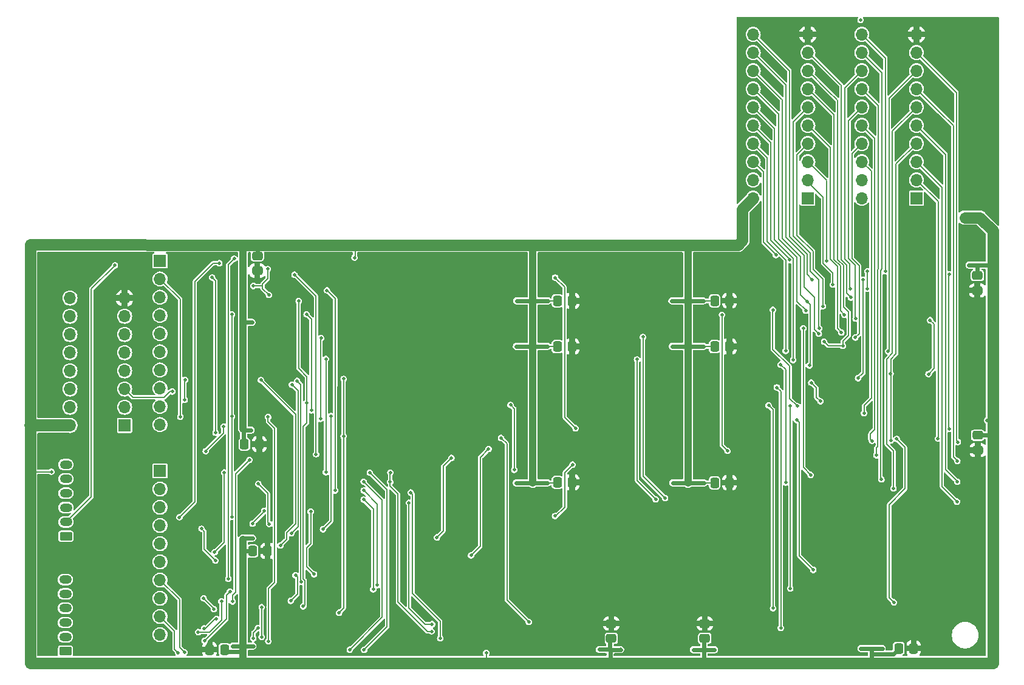
<source format=gbl>
G04 #@! TF.GenerationSoftware,KiCad,Pcbnew,8.0.9*
G04 #@! TF.CreationDate,2025-04-09T11:12:09-04:00*
G04 #@! TF.ProjectId,RAMEXPB_V3,52414d45-5850-4425-9f56-332e6b696361,rev?*
G04 #@! TF.SameCoordinates,Original*
G04 #@! TF.FileFunction,Copper,L2,Bot*
G04 #@! TF.FilePolarity,Positive*
%FSLAX46Y46*%
G04 Gerber Fmt 4.6, Leading zero omitted, Abs format (unit mm)*
G04 Created by KiCad (PCBNEW 8.0.9) date 2025-04-09 11:12:09*
%MOMM*%
%LPD*%
G01*
G04 APERTURE LIST*
G04 Aperture macros list*
%AMRoundRect*
0 Rectangle with rounded corners*
0 $1 Rounding radius*
0 $2 $3 $4 $5 $6 $7 $8 $9 X,Y pos of 4 corners*
0 Add a 4 corners polygon primitive as box body*
4,1,4,$2,$3,$4,$5,$6,$7,$8,$9,$2,$3,0*
0 Add four circle primitives for the rounded corners*
1,1,$1+$1,$2,$3*
1,1,$1+$1,$4,$5*
1,1,$1+$1,$6,$7*
1,1,$1+$1,$8,$9*
0 Add four rect primitives between the rounded corners*
20,1,$1+$1,$2,$3,$4,$5,0*
20,1,$1+$1,$4,$5,$6,$7,0*
20,1,$1+$1,$6,$7,$8,$9,0*
20,1,$1+$1,$8,$9,$2,$3,0*%
G04 Aperture macros list end*
G04 #@! TA.AperFunction,SMDPad,CuDef*
%ADD10RoundRect,0.250000X-0.337500X-0.475000X0.337500X-0.475000X0.337500X0.475000X-0.337500X0.475000X0*%
G04 #@! TD*
G04 #@! TA.AperFunction,ComponentPad*
%ADD11R,1.700000X1.700000*%
G04 #@! TD*
G04 #@! TA.AperFunction,ComponentPad*
%ADD12O,1.700000X1.700000*%
G04 #@! TD*
G04 #@! TA.AperFunction,SMDPad,CuDef*
%ADD13RoundRect,0.250000X0.475000X-0.337500X0.475000X0.337500X-0.475000X0.337500X-0.475000X-0.337500X0*%
G04 #@! TD*
G04 #@! TA.AperFunction,SMDPad,CuDef*
%ADD14RoundRect,0.250000X-0.475000X0.337500X-0.475000X-0.337500X0.475000X-0.337500X0.475000X0.337500X0*%
G04 #@! TD*
G04 #@! TA.AperFunction,SMDPad,CuDef*
%ADD15RoundRect,0.250000X0.337500X0.475000X-0.337500X0.475000X-0.337500X-0.475000X0.337500X-0.475000X0*%
G04 #@! TD*
G04 #@! TA.AperFunction,ComponentPad*
%ADD16RoundRect,0.250000X0.625000X-0.350000X0.625000X0.350000X-0.625000X0.350000X-0.625000X-0.350000X0*%
G04 #@! TD*
G04 #@! TA.AperFunction,ComponentPad*
%ADD17O,1.750000X1.200000*%
G04 #@! TD*
G04 #@! TA.AperFunction,ViaPad*
%ADD18C,0.500000*%
G04 #@! TD*
G04 #@! TA.AperFunction,Conductor*
%ADD19C,0.200000*%
G04 #@! TD*
G04 #@! TA.AperFunction,Conductor*
%ADD20C,0.600000*%
G04 #@! TD*
G04 #@! TA.AperFunction,Conductor*
%ADD21C,1.600000*%
G04 #@! TD*
G04 #@! TA.AperFunction,Conductor*
%ADD22C,1.000000*%
G04 #@! TD*
G04 #@! TA.AperFunction,Conductor*
%ADD23C,1.700000*%
G04 #@! TD*
G04 APERTURE END LIST*
D10*
G04 #@! TO.P,C6,1*
G04 #@! TO.N,VCC*
X172417500Y-113595000D03*
G04 #@! TO.P,C6,2*
G04 #@! TO.N,GND*
X174492500Y-113595000D03*
G04 #@! TD*
D11*
G04 #@! TO.P,J9,1,Pin_1*
G04 #@! TO.N,RA0*
X95110000Y-108030000D03*
D12*
G04 #@! TO.P,J9,2,Pin_2*
G04 #@! TO.N,MSRA0F*
X95110000Y-110570000D03*
G04 #@! TO.P,J9,3,Pin_3*
G04 #@! TO.N,RA4F*
X95110000Y-113110000D03*
G04 #@! TO.P,J9,4,Pin_4*
G04 #@! TO.N,RA4*
X95110000Y-115650000D03*
G04 #@! TO.P,J9,5,Pin_5*
G04 #@! TO.N,RA2*
X95110000Y-118190000D03*
G04 #@! TO.P,J9,6,Pin_6*
G04 #@! TO.N,RA2F*
X95110000Y-120730000D03*
G04 #@! TO.P,J9,7,Pin_7*
G04 #@! TO.N,RA3*
X95110000Y-123270000D03*
G04 #@! TO.P,J9,8,Pin_8*
G04 #@! TO.N,RA3F*
X95110000Y-125810000D03*
G04 #@! TO.P,J9,9,Pin_9*
G04 #@! TO.N,MSRA1F*
X95110000Y-128350000D03*
G04 #@! TO.P,J9,10,Pin_10*
G04 #@! TO.N,RA1*
X95110000Y-130890000D03*
G04 #@! TD*
D13*
G04 #@! TO.P,C4,1*
G04 #@! TO.N,VCC*
X158015000Y-160712500D03*
G04 #@! TO.P,C4,2*
G04 #@! TO.N,GND*
X158015000Y-158637500D03*
G04 #@! TD*
D10*
G04 #@! TO.P,C15,1*
G04 #@! TO.N,VCC*
X108017500Y-148515000D03*
G04 #@! TO.P,C15,2*
G04 #@! TO.N,GND*
X110092500Y-148515000D03*
G04 #@! TD*
G04 #@! TO.P,C8,1*
G04 #@! TO.N,VCC*
X172417500Y-138995000D03*
G04 #@! TO.P,C8,2*
G04 #@! TO.N,GND*
X174492500Y-138995000D03*
G04 #@! TD*
D11*
G04 #@! TO.P,J10,1,Pin_1*
G04 #@! TO.N,RA5*
X95110000Y-137330000D03*
D12*
G04 #@! TO.P,J10,2,Pin_2*
G04 #@! TO.N,RA5F*
X95110000Y-139870000D03*
G04 #@! TO.P,J10,3,Pin_3*
G04 #@! TO.N,RA7*
X95110000Y-142410000D03*
G04 #@! TO.P,J10,4,Pin_4*
G04 #@! TO.N,RA7F*
X95110000Y-144950000D03*
G04 #@! TO.P,J10,5,Pin_5*
G04 #@! TO.N,RA6*
X95110000Y-147490000D03*
G04 #@! TO.P,J10,6,Pin_6*
G04 #@! TO.N,RA6F*
X95110000Y-150030000D03*
G04 #@! TO.P,J10,7,Pin_7*
G04 #@! TO.N,~{CAS0F}*
X95110000Y-152570000D03*
G04 #@! TO.P,J10,8,Pin_8*
G04 #@! TO.N,~{CAS0}*
X95110000Y-155110000D03*
G04 #@! TO.P,J10,9,Pin_9*
G04 #@! TO.N,~{CAS1F}*
X95110000Y-157650000D03*
G04 #@! TO.P,J10,10,Pin_10*
G04 #@! TO.N,~{CAS1}*
X95110000Y-160190000D03*
G04 #@! TD*
D10*
G04 #@! TO.P,C5,1*
G04 #@! TO.N,VCC*
X198087500Y-162105000D03*
G04 #@! TO.P,C5,2*
G04 #@! TO.N,GND*
X200162500Y-162105000D03*
G04 #@! TD*
D14*
G04 #@! TO.P,C14,1*
G04 #@! TO.N,VCC*
X108665000Y-107317500D03*
G04 #@! TO.P,C14,2*
G04 #@! TO.N,GND*
X108665000Y-109392500D03*
G04 #@! TD*
D10*
G04 #@! TO.P,C2,1*
G04 #@! TO.N,VCC*
X106867500Y-133605000D03*
G04 #@! TO.P,C2,2*
G04 #@! TO.N,GND*
X108942500Y-133605000D03*
G04 #@! TD*
D14*
G04 #@! TO.P,C10,1*
G04 #@! TO.N,VCC*
X209095000Y-132357500D03*
G04 #@! TO.P,C10,2*
G04 #@! TO.N,GND*
X209095000Y-134432500D03*
G04 #@! TD*
D10*
G04 #@! TO.P,C13,1*
G04 #@! TO.N,VCC*
X150482500Y-113610000D03*
G04 #@! TO.P,C13,2*
G04 #@! TO.N,GND*
X152557500Y-113610000D03*
G04 #@! TD*
D13*
G04 #@! TO.P,C3,1*
G04 #@! TO.N,VCC*
X171045000Y-160712500D03*
G04 #@! TO.P,C3,2*
G04 #@! TO.N,GND*
X171045000Y-158637500D03*
G04 #@! TD*
D11*
G04 #@! TO.P,J5,1,Pin_1*
G04 #@! TO.N,unconnected-(J5-Pin_1-Pad1)*
X200560000Y-99291400D03*
D12*
G04 #@! TO.P,J5,2,Pin_2*
G04 #@! TO.N,DQ8*
X200560000Y-96751400D03*
G04 #@! TO.P,J5,3,Pin_3*
G04 #@! TO.N,D12*
X200560000Y-94211400D03*
G04 #@! TO.P,J5,4,Pin_4*
G04 #@! TO.N,DQ9*
X200560000Y-91671400D03*
G04 #@! TO.P,J5,5,Pin_5*
G04 #@! TO.N,D13*
X200560000Y-89131400D03*
G04 #@! TO.P,J5,6,Pin_6*
G04 #@! TO.N,DQ10*
X200560000Y-86591400D03*
G04 #@! TO.P,J5,7,Pin_7*
G04 #@! TO.N,D14*
X200560000Y-84051400D03*
G04 #@! TO.P,J5,8,Pin_8*
G04 #@! TO.N,DQ11*
X200560000Y-81511400D03*
G04 #@! TO.P,J5,9,Pin_9*
G04 #@! TO.N,D15*
X200560000Y-78971400D03*
G04 #@! TO.P,J5,10,Pin_10*
G04 #@! TO.N,GND*
X200560000Y-76431400D03*
G04 #@! TO.P,J5,11,Pin_11*
G04 #@! TO.N,DQ15*
X192940000Y-76431400D03*
G04 #@! TO.P,J5,12,Pin_12*
G04 #@! TO.N,D11*
X192940000Y-78971400D03*
G04 #@! TO.P,J5,13,Pin_13*
G04 #@! TO.N,DQ14*
X192940000Y-81511400D03*
G04 #@! TO.P,J5,14,Pin_14*
G04 #@! TO.N,D10*
X192940000Y-84051400D03*
G04 #@! TO.P,J5,15,Pin_15*
G04 #@! TO.N,DQ13*
X192940000Y-86591400D03*
G04 #@! TO.P,J5,16,Pin_16*
G04 #@! TO.N,D9*
X192940000Y-89131400D03*
G04 #@! TO.P,J5,17,Pin_17*
G04 #@! TO.N,DQ12*
X192940000Y-91671400D03*
G04 #@! TO.P,J5,18,Pin_18*
G04 #@! TO.N,D8*
X192940000Y-94211400D03*
G04 #@! TO.P,J5,19,Pin_19*
G04 #@! TO.N,unconnected-(J5-Pin_19-Pad19)*
X192940000Y-96751400D03*
G04 #@! TO.P,J5,20,Pin_20*
G04 #@! TO.N,VCC*
X192940000Y-99291400D03*
G04 #@! TD*
D14*
G04 #@! TO.P,C9,1*
G04 #@! TO.N,VCC*
X209045000Y-110077500D03*
G04 #@! TO.P,C9,2*
G04 #@! TO.N,GND*
X209045000Y-112152500D03*
G04 #@! TD*
D15*
G04 #@! TO.P,C16,1*
G04 #@! TO.N,VCC*
X104092500Y-162265000D03*
G04 #@! TO.P,C16,2*
G04 #@! TO.N,GND*
X102017500Y-162265000D03*
G04 #@! TD*
D16*
G04 #@! TO.P,J11,1*
G04 #@! TO.N,~{SNDPG2}*
X81915000Y-162500000D03*
D17*
G04 #@! TO.P,J11,2*
G04 #@! TO.N,~{DMA}*
X81915000Y-160500000D03*
G04 #@! TO.P,J11,3*
G04 #@! TO.N,VA6*
X81915000Y-158500000D03*
G04 #@! TO.P,J11,4*
G04 #@! TO.N,VA13*
X81915000Y-156500000D03*
G04 #@! TO.P,J11,5*
G04 #@! TO.N,A18*
X81915000Y-154500000D03*
G04 #@! TO.P,J11,6*
G04 #@! TO.N,VA5*
X81915000Y-152500000D03*
G04 #@! TD*
D10*
G04 #@! TO.P,C11,1*
G04 #@! TO.N,VCC*
X150482500Y-119990000D03*
G04 #@! TO.P,C11,2*
G04 #@! TO.N,GND*
X152557500Y-119990000D03*
G04 #@! TD*
G04 #@! TO.P,C12,1*
G04 #@! TO.N,VCC*
X150482500Y-138940000D03*
G04 #@! TO.P,C12,2*
G04 #@! TO.N,GND*
X152557500Y-138940000D03*
G04 #@! TD*
D11*
G04 #@! TO.P,J4,1,Pin_1*
G04 #@! TO.N,unconnected-(J4-Pin_1-Pad1)*
X185410000Y-99291400D03*
D12*
G04 #@! TO.P,J4,2,Pin_2*
G04 #@! TO.N,DQ0*
X185410000Y-96751400D03*
G04 #@! TO.P,J4,3,Pin_3*
G04 #@! TO.N,D4*
X185410000Y-94211400D03*
G04 #@! TO.P,J4,4,Pin_4*
G04 #@! TO.N,DQ1*
X185410000Y-91671400D03*
G04 #@! TO.P,J4,5,Pin_5*
G04 #@! TO.N,D5*
X185410000Y-89131400D03*
G04 #@! TO.P,J4,6,Pin_6*
G04 #@! TO.N,DQ2*
X185410000Y-86591400D03*
G04 #@! TO.P,J4,7,Pin_7*
G04 #@! TO.N,D6*
X185410000Y-84051400D03*
G04 #@! TO.P,J4,8,Pin_8*
G04 #@! TO.N,DQ3*
X185410000Y-81511400D03*
G04 #@! TO.P,J4,9,Pin_9*
G04 #@! TO.N,D7*
X185410000Y-78971400D03*
G04 #@! TO.P,J4,10,Pin_10*
G04 #@! TO.N,GND*
X185410000Y-76431400D03*
G04 #@! TO.P,J4,11,Pin_11*
G04 #@! TO.N,DQ7*
X177790000Y-76431400D03*
G04 #@! TO.P,J4,12,Pin_12*
G04 #@! TO.N,D3*
X177790000Y-78971400D03*
G04 #@! TO.P,J4,13,Pin_13*
G04 #@! TO.N,DQ6*
X177790000Y-81511400D03*
G04 #@! TO.P,J4,14,Pin_14*
G04 #@! TO.N,D2*
X177790000Y-84051400D03*
G04 #@! TO.P,J4,15,Pin_15*
G04 #@! TO.N,DQ5*
X177790000Y-86591400D03*
G04 #@! TO.P,J4,16,Pin_16*
G04 #@! TO.N,D1*
X177790000Y-89131400D03*
G04 #@! TO.P,J4,17,Pin_17*
G04 #@! TO.N,DQ4*
X177790000Y-91671400D03*
G04 #@! TO.P,J4,18,Pin_18*
G04 #@! TO.N,D0*
X177790000Y-94211400D03*
G04 #@! TO.P,J4,19,Pin_19*
G04 #@! TO.N,unconnected-(J4-Pin_19-Pad19)*
X177790000Y-96751400D03*
G04 #@! TO.P,J4,20,Pin_20*
G04 #@! TO.N,VCC*
X177790000Y-99291400D03*
G04 #@! TD*
D16*
G04 #@! TO.P,J12,1*
G04 #@! TO.N,A17*
X81995000Y-146455000D03*
D17*
G04 #@! TO.P,J12,2*
G04 #@! TO.N,A20*
X81995000Y-144455000D03*
G04 #@! TO.P,J12,3*
G04 #@! TO.N,A19*
X81995000Y-142455000D03*
G04 #@! TO.P,J12,4*
G04 #@! TO.N,A21*
X81995000Y-140455000D03*
G04 #@! TO.P,J12,5*
G04 #@! TO.N,~{RAS}*
X81995000Y-138455000D03*
G04 #@! TO.P,J12,6*
G04 #@! TO.N,RAM-R{slash}~{W}F*
X81995000Y-136455000D03*
G04 #@! TD*
D11*
G04 #@! TO.P,J8,1*
G04 #@! TO.N,DMA*
X90175000Y-130995000D03*
D12*
G04 #@! TO.P,J8,2*
G04 #@! TO.N,VID\u005C~{u}*
X90175000Y-128455000D03*
G04 #@! TO.P,J8,3*
G04 #@! TO.N,VA0*
X90175000Y-125915000D03*
G04 #@! TO.P,J8,4*
G04 #@! TO.N,VA8*
X90175000Y-123375000D03*
G04 #@! TO.P,J8,5*
G04 #@! TO.N,A1*
X90175000Y-120835000D03*
G04 #@! TO.P,J8,6*
G04 #@! TO.N,A9*
X90175000Y-118295000D03*
G04 #@! TO.P,J8,7*
G04 #@! TO.N,unconnected-(J8-Pad7)*
X90175000Y-115755000D03*
G04 #@! TO.P,J8,8*
G04 #@! TO.N,GND*
X90175000Y-113215000D03*
G04 #@! TO.P,J8,9*
G04 #@! TO.N,unconnected-(J8-Pad9)*
X82555000Y-113215000D03*
G04 #@! TO.P,J8,10*
G04 #@! TO.N,A10*
X82555000Y-115755000D03*
G04 #@! TO.P,J8,11*
G04 #@! TO.N,A2*
X82555000Y-118295000D03*
G04 #@! TO.P,J8,12*
G04 #@! TO.N,VA9*
X82555000Y-120835000D03*
G04 #@! TO.P,J8,13*
G04 #@! TO.N,VA1*
X82555000Y-123375000D03*
G04 #@! TO.P,J8,14*
G04 #@! TO.N,C2M*
X82555000Y-125915000D03*
G04 #@! TO.P,J8,15*
G04 #@! TO.N,unconnected-(J8-Pad15)*
X82555000Y-128455000D03*
G04 #@! TO.P,J8,16*
G04 #@! TO.N,VCC*
X82555000Y-130995000D03*
G04 #@! TD*
D10*
G04 #@! TO.P,C7,1*
G04 #@! TO.N,VCC*
X172417500Y-119990000D03*
G04 #@! TO.P,C7,2*
G04 #@! TO.N,GND*
X174492500Y-119990000D03*
G04 #@! TD*
D18*
G04 #@! TO.N,GND*
X138455000Y-130055000D03*
X164605000Y-160975000D03*
X211630000Y-92455000D03*
X211630000Y-83000000D03*
X124155000Y-147275000D03*
X102890000Y-140490000D03*
X175960000Y-82850000D03*
X174400000Y-153380000D03*
X179720000Y-113590000D03*
X91170000Y-160030000D03*
X161375000Y-154625000D03*
X113358000Y-107720000D03*
X149810000Y-155210000D03*
X110310000Y-152890000D03*
X201550000Y-141710000D03*
X179720000Y-139000000D03*
X194100000Y-146790000D03*
X91170000Y-156580000D03*
X92160000Y-113210000D03*
X195860000Y-157500000D03*
X142370000Y-140880000D03*
X150280000Y-149600000D03*
X144630000Y-149610000D03*
X108920000Y-135230000D03*
X195825000Y-160835000D03*
X157920000Y-113610000D03*
X175730000Y-113590000D03*
X192870000Y-104130000D03*
X188560000Y-150350000D03*
X200780000Y-154490000D03*
X201338000Y-120050000D03*
X92220000Y-118430000D03*
X194210000Y-150340000D03*
X98690000Y-111680000D03*
X177440000Y-153380000D03*
X154000000Y-139000000D03*
X102810000Y-135890000D03*
X199270000Y-146890000D03*
X157990000Y-139000000D03*
X197740000Y-154490000D03*
X133090000Y-155850000D03*
X110310000Y-122770000D03*
X160990000Y-146140000D03*
X90150000Y-111100000D03*
X103810000Y-109590000D03*
X199380000Y-149780000D03*
X110270000Y-137830000D03*
X204920000Y-146880000D03*
X90700000Y-139760000D03*
X208360000Y-156450000D03*
X155450000Y-149040000D03*
X198298000Y-120050000D03*
X116700000Y-153960000D03*
X144520000Y-146060000D03*
X118060000Y-141770000D03*
X157980000Y-119950000D03*
X156070000Y-160960000D03*
X113350000Y-122770000D03*
X88210000Y-113290000D03*
X153930000Y-113610000D03*
X110318000Y-107720000D03*
X108620000Y-141060000D03*
X137540000Y-152820000D03*
X150100000Y-116770000D03*
X164415000Y-154625000D03*
X175840000Y-74420000D03*
X202225000Y-74420000D03*
X152640000Y-114840000D03*
X179660000Y-119940000D03*
X211630000Y-101910000D03*
X150170000Y-146050000D03*
X132750000Y-150465000D03*
X175730000Y-139000000D03*
X175960000Y-92305000D03*
X177550000Y-161005000D03*
X187240000Y-130080000D03*
X211680000Y-74430000D03*
X205030000Y-149770000D03*
X133570000Y-107870000D03*
X133160000Y-139850000D03*
X90700000Y-137060000D03*
X155340000Y-146150000D03*
X161100000Y-149030000D03*
X183315000Y-74420000D03*
X198168000Y-141710000D03*
X88660000Y-152300000D03*
X113350000Y-152890000D03*
X188450000Y-146800000D03*
X175670000Y-119940000D03*
X113310000Y-137830000D03*
X153990000Y-119950000D03*
X160550000Y-159670000D03*
X143010000Y-107870000D03*
X103810000Y-111500000D03*
G04 #@! TO.N,RAM-R{slash}~{W}F*
X205110000Y-131470000D03*
X205110000Y-109900000D03*
G04 #@! TO.N,DQ14*
X191320000Y-111920000D03*
X173450000Y-115560000D03*
X174210000Y-134550000D03*
G04 #@! TO.N,DQ12*
X192040000Y-118720000D03*
X165520000Y-141140000D03*
X162430000Y-118660000D03*
G04 #@! TO.N,DQ13*
X185810000Y-137890000D03*
X184780000Y-117445000D03*
X192070000Y-116090000D03*
G04 #@! TO.N,DQ0*
X188920000Y-111340000D03*
G04 #@! TO.N,DQ10*
X197350000Y-139800000D03*
X181610000Y-122490000D03*
X182330000Y-138960000D03*
G04 #@! TO.N,DQ2*
X187010000Y-117450000D03*
G04 #@! TO.N,DQ5*
X183370000Y-121870000D03*
X202450000Y-116300000D03*
X202240000Y-123830000D03*
G04 #@! TO.N,DQ7*
X186040000Y-110660000D03*
X192420000Y-124400000D03*
X193130000Y-110690000D03*
G04 #@! TO.N,DQ11*
X164210000Y-141300000D03*
X196600000Y-120630000D03*
X161605000Y-121785000D03*
G04 #@! TO.N,DQ9*
X196950000Y-123760000D03*
X196970000Y-133100000D03*
G04 #@! TO.N,DQ3*
X187690000Y-119300000D03*
X190290000Y-119900000D03*
G04 #@! TO.N,DQ8*
X185890000Y-125020000D03*
X203560000Y-132810000D03*
X187170000Y-127630000D03*
G04 #@! TO.N,DQ6*
X185645000Y-122625000D03*
X185325000Y-113675000D03*
G04 #@! TO.N,DQ15*
X180540000Y-114870000D03*
X183960000Y-128310000D03*
X196224285Y-109478572D03*
G04 #@! TO.N,DQ1*
X187530000Y-114350000D03*
G04 #@! TO.N,DQ4*
X182320000Y-120590000D03*
G04 #@! TO.N,D1*
X193690000Y-111900000D03*
X193710000Y-109480000D03*
X182870000Y-107900000D03*
G04 #@! TO.N,D6*
X190520000Y-115550000D03*
G04 #@! TO.N,D4*
X188050000Y-108028502D03*
G04 #@! TO.N,D0*
X180969999Y-107230000D03*
G04 #@! TO.N,D7*
X191410000Y-113140000D03*
G04 #@! TO.N,D2*
X185120000Y-114960000D03*
G04 #@! TO.N,D3*
X186950000Y-118210000D03*
G04 #@! TO.N,D5*
X190090000Y-118030000D03*
G04 #@! TO.N,D9*
X194365000Y-133145000D03*
G04 #@! TO.N,D15*
X206320000Y-133310000D03*
G04 #@! TO.N,D10*
X192770000Y-74420000D03*
X194970000Y-135150000D03*
G04 #@! TO.N,D8*
X193250000Y-129280000D03*
G04 #@! TO.N,D11*
X195680000Y-138520000D03*
G04 #@! TO.N,D14*
X206250000Y-135950000D03*
G04 #@! TO.N,D12*
X206205000Y-141615000D03*
G04 #@! TO.N,D13*
X206240000Y-138840000D03*
G04 #@! TO.N,RA5F*
X152630000Y-136460000D03*
X150170000Y-143633000D03*
G04 #@! TO.N,RA2F*
X118230000Y-121730000D03*
X118230000Y-137530000D03*
G04 #@! TO.N,RA7F*
X135730000Y-135520000D03*
X133700000Y-146620000D03*
X100890000Y-145410000D03*
X102840000Y-149840000D03*
G04 #@! TO.N,RA6F*
X102730000Y-148690000D03*
X104060000Y-137560000D03*
G04 #@! TO.N,RA3F*
X144490000Y-137180000D03*
X143970000Y-128140000D03*
G04 #@! TO.N,~{MCAS1F}*
X180570000Y-156500000D03*
X179950000Y-128200000D03*
G04 #@! TO.N,~{MCAS0F}*
X181640000Y-159240000D03*
X181090000Y-125690000D03*
G04 #@! TO.N,RA4F*
X119530000Y-140060000D03*
X118380000Y-112150000D03*
G04 #@! TO.N,MSRA0F*
X97940000Y-129790000D03*
G04 #@! TO.N,VCC*
X149116000Y-139010000D03*
X166581000Y-139000000D03*
X172430000Y-162280000D03*
X207048696Y-101950000D03*
X108070000Y-161780000D03*
X169460000Y-162290000D03*
X210400000Y-130270000D03*
X107780000Y-131650000D03*
X195780000Y-162110000D03*
X170916000Y-139000000D03*
X208144348Y-101950000D03*
X159330000Y-162250000D03*
X210470000Y-108625000D03*
X207885000Y-108625000D03*
X122230000Y-107570000D03*
X156360000Y-162260000D03*
X107930000Y-116610000D03*
X140580000Y-162750000D03*
X166471000Y-113610000D03*
X192810000Y-162120000D03*
X170866000Y-119960000D03*
X144781000Y-119950000D03*
X149166000Y-113599900D03*
X144830000Y-113600000D03*
X166531000Y-119960000D03*
X79960000Y-137460000D03*
X170806000Y-113609900D03*
X105240000Y-161780000D03*
X209240000Y-101950000D03*
X149116000Y-119950000D03*
X144781000Y-139010000D03*
X107993300Y-146723300D03*
G04 #@! TO.N,~{MCAS2F}*
X182955000Y-153745000D03*
X182990000Y-128310000D03*
G04 #@! TO.N,~{MCAS0}*
X123490000Y-141350000D03*
X124840000Y-153860000D03*
G04 #@! TO.N,~{MCAS3F}*
X186170000Y-151150000D03*
X183880000Y-130240000D03*
G04 #@! TO.N,~{MCAS1}*
X123500000Y-140080000D03*
X125390000Y-153280000D03*
G04 #@! TO.N,A21*
X109620000Y-142910000D03*
X108020000Y-144710000D03*
G04 #@! TO.N,VID\u005C~{u}*
X105130000Y-143730000D03*
X105140000Y-129740000D03*
X105130000Y-115510000D03*
G04 #@! TO.N,Net-(U2-I0a)*
X116575000Y-151765000D03*
X116120000Y-143030000D03*
G04 #@! TO.N,~{RAS}*
X108800000Y-139150000D03*
X110330000Y-144740000D03*
G04 #@! TO.N,Net-(JP2-B)*
X197810000Y-132880000D03*
X197420000Y-155670000D03*
G04 #@! TO.N,MRA9F*
X150185000Y-110365000D03*
X153040000Y-131380000D03*
G04 #@! TO.N,Net-(JP1-B)*
X142640000Y-132730000D03*
X146505000Y-158415000D03*
G04 #@! TO.N,MSRA8F*
X138460000Y-149140000D03*
X140910000Y-134270000D03*
G04 #@! TO.N,Net-(U10-Za)*
X114775000Y-152825000D03*
X114210000Y-124770000D03*
G04 #@! TO.N,Net-(R22-Pad2)*
X127190000Y-138880000D03*
X132970000Y-159730000D03*
X127220000Y-137570000D03*
G04 #@! TO.N,~{CAS1F}*
X97645000Y-162725000D03*
X124360000Y-137570000D03*
X123550000Y-162310000D03*
G04 #@! TO.N,~{MRASF}*
X117825000Y-145475000D03*
X118960000Y-129680000D03*
G04 #@! TO.N,VA0*
X96810000Y-126260000D03*
G04 #@! TO.N,C2M*
X110170000Y-129810000D03*
X116210000Y-128880000D03*
X115540000Y-115490000D03*
X110210000Y-161100000D03*
G04 #@! TO.N,RA0*
X102375000Y-110355000D03*
X102850000Y-132010000D03*
G04 #@! TO.N,DMA*
X117480000Y-130070000D03*
X117550000Y-118790000D03*
X101480000Y-134580000D03*
X103960000Y-131150000D03*
G04 #@! TO.N,VA8*
X98539200Y-127438600D03*
X98599300Y-124646300D03*
G04 #@! TO.N,~{CAS0}*
X101180000Y-155110000D03*
X102620000Y-156640000D03*
G04 #@! TO.N,~{CAS0F}*
X123500000Y-138840000D03*
X98505000Y-162665000D03*
X121560000Y-162280000D03*
G04 #@! TO.N,~{CAS1}*
X103670000Y-155540000D03*
X100430000Y-159820000D03*
G04 #@! TO.N,A17*
X113493000Y-125317000D03*
X113420000Y-146040000D03*
G04 #@! TO.N,~{SNDPG2}*
X101320000Y-161060000D03*
X104850000Y-154200000D03*
G04 #@! TO.N,A19*
X103370000Y-108350000D03*
X97810000Y-143810000D03*
G04 #@! TO.N,A18*
X111895000Y-147755000D03*
X109170000Y-124670000D03*
G04 #@! TO.N,VA6*
X101250000Y-159320000D03*
X102970000Y-157980000D03*
G04 #@! TO.N,VA5*
X108114124Y-160715876D03*
X108760000Y-159250000D03*
G04 #@! TO.N,A20*
X88810000Y-108670000D03*
G04 #@! TO.N,VA13*
X114000000Y-151900000D03*
X113330000Y-155470000D03*
G04 #@! TO.N,MRA0*
X120070000Y-157120000D03*
X120710000Y-132490000D03*
X120710000Y-124500000D03*
G04 #@! TO.N,MRA1*
X116860000Y-135010000D03*
X107580000Y-135800000D03*
X105220000Y-155550000D03*
X113860000Y-109960000D03*
G04 #@! TO.N,PULLUP*
X109270000Y-160500000D03*
X108120000Y-111530000D03*
X109285000Y-156345000D03*
X114440000Y-113650000D03*
X115580000Y-127850000D03*
X110120000Y-109170000D03*
X110280000Y-112780000D03*
X115070000Y-156240000D03*
G04 #@! TO.N,Net-(U11-Zb)*
X105440000Y-107730000D03*
X104630000Y-152410000D03*
G04 #@! TO.N,Net-(R16-Pad2)*
X130060000Y-140360000D03*
X134170000Y-160700000D03*
G04 #@! TO.N,Net-(R21-Pad2)*
X133030000Y-158730000D03*
X129810000Y-141800000D03*
G04 #@! TD*
D19*
G04 #@! TO.N,GND*
X153990000Y-119950000D02*
X152737000Y-119950000D01*
X175723000Y-113590000D02*
X174417000Y-113590000D01*
D20*
X175730000Y-113590000D02*
X177620000Y-113590000D01*
D19*
X175743000Y-139000000D02*
X175730000Y-139000000D01*
D20*
X155960000Y-119950000D02*
X155960000Y-113660000D01*
X177620000Y-119940000D02*
X179660000Y-119940000D01*
X175670000Y-119940000D02*
X175683000Y-119940000D01*
D19*
X153983000Y-139000000D02*
X152677000Y-139000000D01*
X175670000Y-119940000D02*
X174377000Y-119940000D01*
D20*
X155960000Y-119950000D02*
X157980000Y-119950000D01*
X155960000Y-139000000D02*
X155960000Y-119950000D01*
X153990000Y-119950000D02*
X154043000Y-119950000D01*
X154043000Y-119950000D02*
X155960000Y-119950000D01*
X175743000Y-139000000D02*
X177670000Y-139000000D01*
X177620000Y-119940000D02*
X177620000Y-138950000D01*
X175683000Y-119940000D02*
X177620000Y-119940000D01*
X177620000Y-138950000D02*
X177670000Y-139000000D01*
D19*
X154043000Y-119950000D02*
X153990000Y-119950000D01*
D20*
X177620000Y-113590000D02*
X177620000Y-119940000D01*
X154000000Y-139000000D02*
X155960000Y-139000000D01*
D19*
X175683000Y-119940000D02*
X175670000Y-119940000D01*
D20*
X153930000Y-113610000D02*
X155910000Y-113610000D01*
X155960000Y-113660000D02*
X155910000Y-113610000D01*
X177620000Y-113590000D02*
X179720000Y-113590000D01*
D19*
X153933000Y-113590000D02*
X152627000Y-113590000D01*
D20*
X175730000Y-139000000D02*
X175743000Y-139000000D01*
X155910000Y-113610000D02*
X157920000Y-113610000D01*
X177670000Y-139000000D02*
X179720000Y-139000000D01*
D19*
X175730000Y-139000000D02*
X174437000Y-139000000D01*
D20*
X155960000Y-139000000D02*
X157990000Y-139000000D01*
D19*
G04 #@! TO.N,RAM-R{slash}~{W}F*
X205070000Y-109940000D02*
X205110000Y-109900000D01*
X205110000Y-131470000D02*
X205070000Y-131430000D01*
X205070000Y-131430000D02*
X205070000Y-109940000D01*
G04 #@! TO.N,DQ14*
X173450000Y-133790000D02*
X173450000Y-115560000D01*
X174210000Y-134550000D02*
X173450000Y-133790000D01*
X191220000Y-108447500D02*
X190572500Y-107800000D01*
X191220000Y-111820000D02*
X191220000Y-108447500D01*
X191320000Y-111920000D02*
X191220000Y-111820000D01*
X190572500Y-83878900D02*
X192940000Y-81511400D01*
X190572500Y-107800000D02*
X190572500Y-83931400D01*
X190572500Y-83931400D02*
X190572500Y-83878900D01*
X173450000Y-115560000D02*
X173450000Y-115540000D01*
X173450000Y-115540000D02*
X173440000Y-115530000D01*
G04 #@! TO.N,DQ12*
X192940000Y-91671400D02*
X191580000Y-93031400D01*
X162440000Y-138060000D02*
X162440000Y-118670000D01*
X191580000Y-107725026D02*
X192570000Y-108715026D01*
X191580000Y-93031400D02*
X191580000Y-107725026D01*
X162440000Y-118670000D02*
X162430000Y-118660000D01*
X192570000Y-108715026D02*
X192570000Y-118190000D01*
X165520000Y-141140000D02*
X162440000Y-138060000D01*
X192570000Y-118190000D02*
X192040000Y-118720000D01*
G04 #@! TO.N,DQ13*
X191076250Y-88455150D02*
X192940000Y-86591400D01*
X192070000Y-116090000D02*
X192010000Y-116030000D01*
X184780000Y-117445000D02*
X184780000Y-136860000D01*
X192010000Y-108650000D02*
X191076250Y-107716250D01*
X184780000Y-136860000D02*
X185810000Y-137890000D01*
X191076250Y-107716250D02*
X191076250Y-88455150D01*
X192010000Y-116030000D02*
X192010000Y-108650000D01*
G04 #@! TO.N,DQ0*
X188920000Y-111340000D02*
X188920000Y-109730000D01*
X188920000Y-109730000D02*
X187550000Y-108360000D01*
X187550000Y-99181400D02*
X185460000Y-97091400D01*
X187550000Y-108360000D02*
X187550000Y-99181394D01*
G04 #@! TO.N,DQ10*
X196400000Y-121750000D02*
X196400000Y-133610000D01*
X197217142Y-120932858D02*
X196400000Y-121750000D01*
X197350000Y-134560000D02*
X197350000Y-139800000D01*
X200560000Y-86591400D02*
X197217142Y-89934258D01*
X196400000Y-133610000D02*
X197350000Y-134560000D01*
X197217142Y-89934258D02*
X197217142Y-120932858D01*
X182330000Y-123210000D02*
X182330000Y-138960000D01*
X181610000Y-122490000D02*
X182330000Y-123210000D01*
G04 #@! TO.N,DQ2*
X183373328Y-88628072D02*
X185410000Y-86591400D01*
X185750000Y-106900000D02*
X183373328Y-104523328D01*
X186920000Y-117360000D02*
X186920000Y-110670000D01*
X185750000Y-109500000D02*
X185750000Y-106900000D01*
X187010000Y-117450000D02*
X186920000Y-117360000D01*
X186920000Y-110670000D02*
X185750000Y-109500000D01*
X183373328Y-104523328D02*
X183373328Y-88628072D01*
G04 #@! TO.N,DQ5*
X203020000Y-116870000D02*
X202450000Y-116300000D01*
X183390000Y-121750000D02*
X183370000Y-121770000D01*
X180789998Y-89591398D02*
X180789998Y-105075023D01*
X183390000Y-107675025D02*
X183390000Y-121750000D01*
X203020000Y-123050000D02*
X203020000Y-116870000D01*
X177790000Y-86591400D02*
X180530000Y-89331400D01*
X180789998Y-105075023D02*
X183390000Y-107675025D01*
X202240000Y-123830000D02*
X203020000Y-123050000D01*
X180530000Y-89331400D02*
X180789998Y-89591398D01*
G04 #@! TO.N,DQ7*
X193130000Y-123660000D02*
X192390000Y-124400000D01*
X185290000Y-109910000D02*
X185290000Y-107090000D01*
X182856662Y-104656662D02*
X182856662Y-81498062D01*
X193130000Y-110690000D02*
X193130000Y-123660000D01*
X185290000Y-107090000D02*
X182856662Y-104656662D01*
X182856662Y-81498062D02*
X177790000Y-76431400D01*
X186040000Y-110660000D02*
X185290000Y-109910000D01*
G04 #@! TO.N,DQ11*
X196724285Y-120505715D02*
X196724285Y-85347115D01*
X161605000Y-138695000D02*
X164210000Y-141300000D01*
X161605000Y-121785000D02*
X161605000Y-138695000D01*
X196724285Y-85347115D02*
X200560000Y-81511400D01*
X196600000Y-120630000D02*
X196724285Y-120505715D01*
G04 #@! TO.N,DQ9*
X197710000Y-94521400D02*
X200560000Y-91671400D01*
X196970000Y-121740000D02*
X197710000Y-121000000D01*
X197710000Y-121000000D02*
X197710000Y-94521400D01*
X196970000Y-133100000D02*
X196970000Y-121740000D01*
G04 #@! TO.N,DQ3*
X188320000Y-84400000D02*
X188320000Y-84371400D01*
X189440000Y-85520000D02*
X188320000Y-84400000D01*
X188320000Y-84371400D02*
X185460000Y-81511400D01*
X190290000Y-119250000D02*
X191100000Y-118440000D01*
X191100000Y-115160000D02*
X190390000Y-114450000D01*
X187690000Y-119300000D02*
X188260000Y-119870000D01*
X189565000Y-107709948D02*
X189565000Y-85645000D01*
X190390000Y-114450000D02*
X190390000Y-108659948D01*
X188260000Y-119870000D02*
X190260000Y-119870000D01*
X189565000Y-85645000D02*
X189440000Y-85520000D01*
X190390000Y-108659948D02*
X189565000Y-107834948D01*
X190260000Y-119870000D02*
X190290000Y-119900000D01*
X190290000Y-119900000D02*
X190290000Y-119250000D01*
X189565000Y-107834948D02*
X189565000Y-107709948D01*
X191100000Y-118440000D02*
X191100000Y-115160000D01*
G04 #@! TO.N,DQ8*
X186590000Y-127050000D02*
X186590000Y-125720000D01*
X203580000Y-132790000D02*
X203560000Y-132810000D01*
X187170000Y-127630000D02*
X186590000Y-127050000D01*
X203580000Y-99771400D02*
X203580000Y-132790000D01*
X186590000Y-125720000D02*
X185890000Y-125020000D01*
X200560000Y-96751400D02*
X203580000Y-99771400D01*
G04 #@! TO.N,DQ6*
X181690000Y-85411400D02*
X177790000Y-81511400D01*
X185780000Y-122490000D02*
X185780000Y-114130000D01*
X181823330Y-85544730D02*
X181690000Y-85411400D01*
X184420000Y-107460000D02*
X181823330Y-104863330D01*
X181823330Y-104863330D02*
X181823330Y-85544730D01*
X185780000Y-114130000D02*
X185325000Y-113675000D01*
X185645000Y-122625000D02*
X185780000Y-122490000D01*
X184420000Y-112770000D02*
X184420000Y-107460000D01*
X185325000Y-113675000D02*
X184420000Y-112770000D01*
G04 #@! TO.N,DQ15*
X183960000Y-128310000D02*
X182880000Y-127230000D01*
X196231428Y-109471429D02*
X196231428Y-79722828D01*
X182880000Y-127230000D02*
X182880000Y-122720000D01*
X180530000Y-114880000D02*
X180540000Y-114870000D01*
X182880000Y-122720000D02*
X180530000Y-120370000D01*
X196224285Y-109478572D02*
X196231428Y-109471429D01*
X180530000Y-120370000D02*
X180530000Y-114880000D01*
X196231428Y-79722828D02*
X192940000Y-76431400D01*
G04 #@! TO.N,DQ1*
X187530000Y-114350000D02*
X187510000Y-114330000D01*
X186150000Y-109200000D02*
X186150000Y-106700000D01*
X187510000Y-114330000D02*
X187510000Y-110560000D01*
X183890000Y-104440000D02*
X183890000Y-93191400D01*
X183890000Y-93191400D02*
X185410000Y-91671400D01*
X187510000Y-110560000D02*
X186150000Y-109200000D01*
X186150000Y-106700000D02*
X183890000Y-104440000D01*
G04 #@! TO.N,DQ4*
X179756666Y-93638066D02*
X179756666Y-105309559D01*
X177790000Y-91671400D02*
X179670000Y-93551400D01*
X182360000Y-120550000D02*
X182320000Y-120590000D01*
X179670000Y-93551400D02*
X179756666Y-93638066D01*
X179756666Y-105309559D02*
X182360000Y-107912893D01*
X182360000Y-107912893D02*
X182360000Y-120550000D01*
G04 #@! TO.N,D1*
X180273332Y-91564732D02*
X180100000Y-91391400D01*
X182870000Y-107900000D02*
X182870000Y-107770000D01*
X193710000Y-109480000D02*
X193690000Y-109500000D01*
X193690000Y-109500000D02*
X193690000Y-111900000D01*
X180100000Y-91391400D02*
X177840000Y-89131400D01*
X182870000Y-107770000D02*
X180273332Y-105173332D01*
X180273332Y-105173332D02*
X180273332Y-91564732D01*
G04 #@! TO.N,D6*
X189061250Y-107754922D02*
X189061250Y-87652650D01*
X189061250Y-107826172D02*
X189061250Y-107754922D01*
X190520000Y-115550000D02*
X189970000Y-115000000D01*
X188990000Y-87581400D02*
X185460000Y-84051400D01*
X189970000Y-115000000D02*
X189970000Y-108734922D01*
X189061250Y-87652650D02*
X188990000Y-87581400D01*
X189970000Y-108734922D02*
X189061250Y-107826172D01*
G04 #@! TO.N,D4*
X188050000Y-108028502D02*
X188010000Y-107988502D01*
X188053750Y-107988502D02*
X188053750Y-96838752D01*
X188050000Y-96801400D02*
X185460000Y-94211400D01*
G04 #@! TO.N,D0*
X180969999Y-107230000D02*
X180969999Y-107179999D01*
X179240000Y-105450000D02*
X179240000Y-95611400D01*
X179240000Y-95611400D02*
X177840000Y-94211400D01*
X180969999Y-107179999D02*
X179240000Y-105450000D01*
G04 #@! TO.N,D7*
X190068750Y-107694974D02*
X190068750Y-83508750D01*
X189920000Y-83360000D02*
X185531400Y-78971400D01*
X190068750Y-107843724D02*
X190068750Y-107694974D01*
X190820000Y-112550000D02*
X190820000Y-108594974D01*
X190820000Y-108594974D02*
X190068750Y-107843724D01*
X185531400Y-78971400D02*
X185460000Y-78971400D01*
X190068750Y-83508750D02*
X189920000Y-83360000D01*
X191410000Y-113140000D02*
X190820000Y-112550000D01*
G04 #@! TO.N,D2*
X183910000Y-107560000D02*
X181306664Y-104956664D01*
X185120000Y-114960000D02*
X185120000Y-114920000D01*
X181200000Y-87400400D02*
X177851000Y-84051400D01*
X181306664Y-87507064D02*
X181200000Y-87400400D01*
X183910000Y-113710000D02*
X183910000Y-107560000D01*
X181306664Y-104956664D02*
X181306664Y-87507064D01*
X185120000Y-114920000D02*
X183910000Y-113710000D01*
G04 #@! TO.N,D3*
X186310000Y-117570000D02*
X186310000Y-113090000D01*
X186950000Y-118210000D02*
X186310000Y-117570000D01*
X184860000Y-111640000D02*
X184860000Y-107260000D01*
X184860000Y-107260000D02*
X182339996Y-104739996D01*
X186310000Y-113090000D02*
X184860000Y-111640000D01*
X182339996Y-104739996D02*
X182339996Y-83471396D01*
X182339996Y-83471396D02*
X177840000Y-78971400D01*
G04 #@! TO.N,D5*
X189520000Y-108779896D02*
X188557500Y-107817396D01*
X188557500Y-107759896D02*
X188557500Y-92228900D01*
X188557500Y-92228900D02*
X188500000Y-92171400D01*
X188557500Y-107817396D02*
X188557500Y-107759896D01*
X188500000Y-92171400D02*
X185460000Y-89131400D01*
X189520000Y-117460000D02*
X189520000Y-108779896D01*
X190090000Y-118030000D02*
X189520000Y-117460000D01*
G04 #@! TO.N,D9*
X194752857Y-90944257D02*
X192940000Y-89131400D01*
X194752857Y-131540000D02*
X194752857Y-90944257D01*
X194120000Y-132900000D02*
X194120000Y-132172857D01*
X194365000Y-133145000D02*
X194120000Y-132900000D01*
X194120000Y-132172857D02*
X194752857Y-131540000D01*
G04 #@! TO.N,D15*
X206140000Y-133130000D02*
X206140000Y-84551400D01*
X206320000Y-133310000D02*
X206140000Y-133130000D01*
X206140000Y-84551400D02*
X200560000Y-78971400D01*
G04 #@! TO.N,D10*
X195150000Y-133910000D02*
X195150000Y-109273632D01*
X195245714Y-86357114D02*
X192940000Y-84051400D01*
X195245714Y-109177918D02*
X195245714Y-86357114D01*
X194970000Y-134090000D02*
X195150000Y-133910000D01*
X195150000Y-109273632D02*
X195245714Y-109177918D01*
X194970000Y-135150000D02*
X194970000Y-134090000D01*
G04 #@! TO.N,D8*
X193260000Y-128190000D02*
X194260000Y-127190000D01*
X193260000Y-129270000D02*
X193260000Y-128190000D01*
X193250000Y-129280000D02*
X193260000Y-129270000D01*
X194260000Y-95531400D02*
X192940000Y-94211400D01*
X194260000Y-127190000D02*
X194260000Y-95531400D01*
G04 #@! TO.N,D11*
X195539999Y-138379999D02*
X195539999Y-120495787D01*
X195680000Y-138520000D02*
X195539999Y-138379999D01*
X195560000Y-109351464D02*
X195738571Y-109172893D01*
X195738571Y-81769971D02*
X192940000Y-78971400D01*
X195539999Y-120495787D02*
X195560000Y-120475786D01*
X195738571Y-109172893D02*
X195738571Y-81769971D01*
X195560000Y-120475786D02*
X195560000Y-109351464D01*
G04 #@! TO.N,D14*
X205690000Y-135370000D02*
X205690000Y-89180000D01*
X206250000Y-135930000D02*
X205690000Y-135370000D01*
X203729000Y-87220000D02*
X200560000Y-84051400D01*
X203730000Y-87220000D02*
X203729000Y-87220000D01*
X205690000Y-89180000D02*
X203730000Y-87220000D01*
X206250000Y-135950000D02*
X206250000Y-135930000D01*
G04 #@! TO.N,D12*
X204110000Y-139520000D02*
X204110000Y-97761400D01*
X206205000Y-141615000D02*
X204110000Y-139520000D01*
X204110000Y-97761400D02*
X200560000Y-94211400D01*
G04 #@! TO.N,D13*
X206240000Y-138840000D02*
X206240000Y-138800000D01*
X204610000Y-137170000D02*
X204610000Y-93181400D01*
X206240000Y-138800000D02*
X204610000Y-137170000D01*
X204610000Y-93181400D02*
X200560000Y-89131400D01*
G04 #@! TO.N,RA5F*
X151540000Y-137550000D02*
X151540000Y-142390000D01*
X150220000Y-143710000D02*
X151540000Y-142390000D01*
X152630000Y-136460000D02*
X151540000Y-137550000D01*
G04 #@! TO.N,RA2F*
X118230000Y-137530000D02*
X118230000Y-121730000D01*
G04 #@! TO.N,RA7F*
X134610000Y-145710000D02*
X134610000Y-136640000D01*
X134610000Y-136640000D02*
X135730000Y-135520000D01*
X101290000Y-148290000D02*
X101290000Y-145810000D01*
X102840000Y-149840000D02*
X101290000Y-148290000D01*
X133700000Y-146620000D02*
X134610000Y-145710000D01*
X101290000Y-145810000D02*
X100890000Y-145410000D01*
G04 #@! TO.N,RA6F*
X102730000Y-148690000D02*
X104060000Y-147360000D01*
X104060000Y-147360000D02*
X104060000Y-137560000D01*
G04 #@! TO.N,RA3F*
X144490000Y-128660000D02*
X144490000Y-137180000D01*
X143970000Y-128140000D02*
X144490000Y-128660000D01*
G04 #@! TO.N,~{MCAS1F}*
X180570000Y-128820000D02*
X179950000Y-128200000D01*
X180570000Y-156500000D02*
X180570000Y-128820000D01*
G04 #@! TO.N,~{MCAS0F}*
X181640000Y-126240000D02*
X181640000Y-159240000D01*
X181090000Y-125690000D02*
X181640000Y-126240000D01*
G04 #@! TO.N,RA4F*
X119530000Y-140060000D02*
X119530000Y-125440000D01*
X119540000Y-113320000D02*
X118420000Y-112200000D01*
X119530000Y-125440000D02*
X119540000Y-125430000D01*
X119540000Y-125430000D02*
X119540000Y-113320000D01*
G04 #@! TO.N,MSRA0F*
X97940000Y-113400000D02*
X95110000Y-110570000D01*
X97940000Y-129790000D02*
X97940000Y-113400000D01*
D20*
G04 #@! TO.N,VCC*
X149127000Y-119960000D02*
X149126000Y-119960000D01*
X170926000Y-139010000D02*
X170916000Y-139000000D01*
D21*
X176290000Y-105195000D02*
X175690000Y-105795000D01*
D20*
X157840000Y-162260000D02*
X157840000Y-160887500D01*
D19*
X172233000Y-139010000D02*
X170927000Y-139010000D01*
D20*
X170806000Y-113610000D02*
X170806000Y-113609900D01*
D21*
X208530000Y-101990000D02*
X207310000Y-101990000D01*
D20*
X144781000Y-119950000D02*
X147070000Y-119950000D01*
X157840000Y-162260000D02*
X157850000Y-162270000D01*
D19*
X172183000Y-119970000D02*
X170877000Y-119970000D01*
D20*
X107780000Y-131650000D02*
X106760000Y-131650000D01*
X147070000Y-113600000D02*
X149165000Y-113600000D01*
D22*
X147070000Y-109160000D02*
X147070000Y-105805000D01*
X106680000Y-148500000D02*
X106680000Y-146920000D01*
D20*
X157840000Y-162260000D02*
X156360000Y-162260000D01*
D22*
X106680000Y-164130000D02*
X106680000Y-151170000D01*
X147070000Y-109160000D02*
X147070000Y-113600000D01*
D20*
X209150000Y-108625000D02*
X208940000Y-108625000D01*
X170940000Y-162290000D02*
X169460000Y-162290000D01*
X104092500Y-162265000D02*
X104417500Y-162590000D01*
X194360000Y-162870000D02*
X197322500Y-162870000D01*
D23*
X82545000Y-130985000D02*
X82555000Y-130995000D01*
D21*
X79805000Y-105775000D02*
X77000000Y-105775000D01*
D19*
X122300000Y-107500000D02*
X122300000Y-105585000D01*
D20*
X209045000Y-108730000D02*
X208940000Y-108625000D01*
X108665000Y-105810000D02*
X108680000Y-105795000D01*
X209045000Y-110077500D02*
X209045000Y-108730000D01*
X166531000Y-119960000D02*
X168710000Y-119960000D01*
X170940000Y-162290000D02*
X170950000Y-162300000D01*
D21*
X175690000Y-105795000D02*
X108680000Y-105795000D01*
D20*
X149126000Y-119960000D02*
X149116000Y-119950000D01*
X170669800Y-113620000D02*
X170659800Y-113610000D01*
X194300000Y-162130000D02*
X195750000Y-162130000D01*
D22*
X106680000Y-120960000D02*
X106680000Y-116620000D01*
D20*
X194300000Y-162930000D02*
X194300000Y-163310000D01*
D22*
X168710000Y-113610000D02*
X168710000Y-119960000D01*
X168710000Y-138990000D02*
X168700000Y-139000000D01*
D21*
X77000000Y-105775000D02*
X77000000Y-164140000D01*
D20*
X149165000Y-113600000D02*
X149166000Y-113599900D01*
D22*
X147070000Y-113600000D02*
X147070000Y-119950000D01*
D20*
X106760000Y-131650000D02*
X106740000Y-131630000D01*
D22*
X168710000Y-119960000D02*
X168710000Y-138990000D01*
D19*
X150433000Y-119960000D02*
X149127000Y-119960000D01*
D20*
X108017500Y-148515000D02*
X106695000Y-148515000D01*
X166581000Y-139000000D02*
X168700000Y-139000000D01*
D22*
X168710000Y-105825000D02*
X168710000Y-113610000D01*
D21*
X106630000Y-105795000D02*
X79805000Y-105775000D01*
D20*
X210470000Y-108625000D02*
X211265000Y-108625000D01*
D21*
X209370000Y-101990000D02*
X208530000Y-101990000D01*
D22*
X106680000Y-151170000D02*
X106680000Y-148500000D01*
D21*
X211210000Y-103830000D02*
X209370000Y-101990000D01*
D20*
X144830000Y-113600000D02*
X147070000Y-113600000D01*
X194290000Y-162120000D02*
X194300000Y-162130000D01*
X157850000Y-162270000D02*
X157850000Y-163450000D01*
D19*
X140580000Y-162750000D02*
X140580000Y-164150000D01*
X76430000Y-137460000D02*
X79960000Y-137460000D01*
D23*
X77055000Y-130985000D02*
X82545000Y-130985000D01*
D20*
X170950000Y-162300000D02*
X172400000Y-162300000D01*
X108070000Y-161780000D02*
X105240000Y-161780000D01*
X149176100Y-113610000D02*
X149166000Y-113599900D01*
X170659800Y-113610000D02*
X170806000Y-113610000D01*
D19*
X150482000Y-113610000D02*
X149176100Y-113610000D01*
D20*
X170940000Y-162290000D02*
X170940000Y-160817500D01*
X209095000Y-132357500D02*
X211207500Y-132357500D01*
X149116000Y-139010000D02*
X147070000Y-139010000D01*
X147070000Y-139010000D02*
X144781000Y-139010000D01*
X170950000Y-162300000D02*
X170950000Y-163480000D01*
X104417500Y-162590000D02*
X106640000Y-162590000D01*
X107930000Y-116610000D02*
X107920000Y-116620000D01*
D22*
X106680000Y-131450000D02*
X106680000Y-120960000D01*
D21*
X211210000Y-132360000D02*
X211210000Y-103830000D01*
D20*
X149126000Y-139020000D02*
X149116000Y-139010000D01*
X168710000Y-119960000D02*
X170866000Y-119960000D01*
X172148000Y-113595000D02*
X172123000Y-113620000D01*
X166471000Y-113610000D02*
X168710000Y-113610000D01*
X106695000Y-148515000D02*
X106680000Y-148500000D01*
X194300000Y-162930000D02*
X194360000Y-162870000D01*
D22*
X147070000Y-119950000D02*
X147070000Y-139010000D01*
D20*
X149127000Y-139020000D02*
X149126000Y-139020000D01*
X157840000Y-160887500D02*
X158015000Y-160712500D01*
X170927000Y-139010000D02*
X170926000Y-139010000D01*
D19*
X108652375Y-107277625D02*
X108650000Y-107275250D01*
X150433000Y-139020000D02*
X149127000Y-139020000D01*
D20*
X147070000Y-119950000D02*
X149116000Y-119950000D01*
X209150000Y-108625000D02*
X210470000Y-108625000D01*
D21*
X108680000Y-105795000D02*
X106670000Y-105795000D01*
D19*
X172123000Y-113620000D02*
X170817000Y-113620000D01*
D21*
X77000000Y-164140000D02*
X211210000Y-164140000D01*
D20*
X211207500Y-132357500D02*
X211210000Y-132360000D01*
X157850000Y-162270000D02*
X159300000Y-162270000D01*
X170940000Y-160817500D02*
X171045000Y-160712500D01*
X208940000Y-108625000D02*
X207885000Y-108625000D01*
X168700000Y-139000000D02*
X170916000Y-139000000D01*
X197322500Y-162870000D02*
X198087500Y-162105000D01*
X194300000Y-162130000D02*
X194300000Y-162930000D01*
X106740000Y-133477500D02*
X106740000Y-131630000D01*
D19*
X149176100Y-113610000D02*
X149176000Y-113610000D01*
D21*
X177810000Y-99321400D02*
X176290000Y-100841400D01*
X176290000Y-100841400D02*
X176290000Y-105195000D01*
D20*
X170817000Y-113620000D02*
X170669800Y-113620000D01*
X108665000Y-107317500D02*
X108665000Y-105810000D01*
D22*
X106680000Y-116620000D02*
X106680000Y-105595000D01*
D21*
X211210000Y-164140000D02*
X211210000Y-132360000D01*
D20*
X107920000Y-116620000D02*
X106680000Y-116620000D01*
X168710000Y-113610000D02*
X170659800Y-113610000D01*
X195785000Y-162105000D02*
X195780000Y-162110000D01*
X106693300Y-146723300D02*
X107993300Y-146723300D01*
X106867500Y-133605000D02*
X106740000Y-133477500D01*
D19*
X122230000Y-107570000D02*
X122300000Y-107500000D01*
D20*
X194290000Y-162120000D02*
X192810000Y-162120000D01*
D19*
G04 #@! TO.N,~{MCAS2F}*
X182990000Y-128310000D02*
X182960000Y-128340000D01*
X182960000Y-153740000D02*
X182955000Y-153745000D01*
X182960000Y-128340000D02*
X182960000Y-153740000D01*
G04 #@! TO.N,~{MCAS0}*
X124840000Y-142700000D02*
X123490000Y-141350000D01*
X124840000Y-153860000D02*
X124840000Y-142700000D01*
G04 #@! TO.N,~{MCAS3F}*
X186170000Y-151150000D02*
X184200000Y-149180000D01*
X184200000Y-130560000D02*
X183880000Y-130240000D01*
X184200000Y-149180000D02*
X184200000Y-130560000D01*
G04 #@! TO.N,~{MCAS1}*
X125390000Y-141970000D02*
X123500000Y-140080000D01*
X125390000Y-153280000D02*
X125390000Y-141970000D01*
G04 #@! TO.N,A21*
X109620000Y-142910000D02*
X109620000Y-143020000D01*
X108020000Y-144620000D02*
X108020000Y-144710000D01*
X109620000Y-143020000D02*
X108020000Y-144620000D01*
G04 #@! TO.N,VID\u005C~{u}*
X105140000Y-129740000D02*
X105130000Y-129740000D01*
X105130000Y-115510000D02*
X105130000Y-129740000D01*
X105130000Y-129740000D02*
X105130000Y-143730000D01*
G04 #@! TO.N,Net-(U2-I0a)*
X115530000Y-150720000D02*
X116575000Y-151765000D01*
X115530000Y-148050000D02*
X115530000Y-150720000D01*
X116120000Y-143030000D02*
X116120000Y-147460000D01*
X116120000Y-147460000D02*
X115530000Y-148050000D01*
G04 #@! TO.N,~{RAS}*
X110150000Y-144560000D02*
X110150000Y-140500000D01*
X110330000Y-144740000D02*
X110150000Y-144560000D01*
X110150000Y-140500000D02*
X108800000Y-139150000D01*
G04 #@! TO.N,Net-(JP2-B)*
X198970000Y-139820000D02*
X196750000Y-142040000D01*
X197810000Y-132880000D02*
X198970000Y-134040000D01*
X196750000Y-155000000D02*
X197420000Y-155670000D01*
X196750000Y-142040000D02*
X196750000Y-155000000D01*
X198970000Y-134040000D02*
X198970000Y-139820000D01*
G04 #@! TO.N,MRA9F*
X150185000Y-110365000D02*
X151500000Y-111680000D01*
X151500000Y-129840000D02*
X153040000Y-131380000D01*
X151500000Y-111680000D02*
X151500000Y-129840000D01*
G04 #@! TO.N,Net-(JP1-B)*
X146505000Y-158415000D02*
X143460000Y-155370000D01*
X143460000Y-155370000D02*
X143460000Y-133550000D01*
X143460000Y-133550000D02*
X142640000Y-132730000D01*
G04 #@! TO.N,MSRA8F*
X139740000Y-135440000D02*
X139740000Y-147860000D01*
X140910000Y-134270000D02*
X139740000Y-135440000D01*
X139740000Y-147860000D02*
X138460000Y-149140000D01*
G04 #@! TO.N,Net-(U10-Za)*
X114730000Y-125290000D02*
X114210000Y-124770000D01*
X114730000Y-152780000D02*
X114730000Y-125290000D01*
X114775000Y-152825000D02*
X114730000Y-152780000D01*
G04 #@! TO.N,Net-(R22-Pad2)*
X127190000Y-137600000D02*
X127220000Y-137570000D01*
X127190000Y-138880000D02*
X127190000Y-137600000D01*
X132370000Y-159730000D02*
X128270000Y-155630000D01*
X132970000Y-159730000D02*
X132370000Y-159730000D01*
X128270000Y-140560000D02*
X127190000Y-139480000D01*
X128270000Y-155630000D02*
X128270000Y-140560000D01*
X127190000Y-139480000D02*
X127190000Y-138880000D01*
G04 #@! TO.N,~{CAS1F}*
X126760000Y-159100000D02*
X126760000Y-139970000D01*
X97120000Y-162200000D02*
X97120000Y-159660000D01*
X126760000Y-139970000D02*
X124360000Y-137570000D01*
X123550000Y-162310000D02*
X126760000Y-159100000D01*
X97120000Y-159660000D02*
X95110000Y-157650000D01*
X97645000Y-162725000D02*
X97120000Y-162200000D01*
G04 #@! TO.N,~{MRASF}*
X118960000Y-144340000D02*
X118960000Y-129680000D01*
X117825000Y-145475000D02*
X118960000Y-144340000D01*
G04 #@! TO.N,VA0*
X91350000Y-127080000D02*
X90185000Y-125915000D01*
X96810000Y-126260000D02*
X96510000Y-126260000D01*
X95690000Y-127080000D02*
X91350000Y-127080000D01*
X90185000Y-125915000D02*
X90175000Y-125915000D01*
X96510000Y-126260000D02*
X95690000Y-127080000D01*
G04 #@! TO.N,C2M*
X110230000Y-153748000D02*
X111080000Y-152898000D01*
X110210000Y-161100000D02*
X110230000Y-161080000D01*
X110170000Y-130490000D02*
X110170000Y-129810000D01*
X116210000Y-116160000D02*
X115540000Y-115490000D01*
X116210000Y-128880000D02*
X116210000Y-116160000D01*
X111080000Y-152898000D02*
X111080000Y-131400000D01*
X111080000Y-131400000D02*
X110170000Y-130490000D01*
X110230000Y-161080000D02*
X110230000Y-153748000D01*
G04 #@! TO.N,RA0*
X102375000Y-110355000D02*
X102850000Y-110830000D01*
X102850000Y-110830000D02*
X102850000Y-132010000D01*
G04 #@! TO.N,DMA*
X103940000Y-131170000D02*
X103960000Y-131150000D01*
X101480000Y-134580000D02*
X101480000Y-134540000D01*
X101480000Y-134540000D02*
X103940000Y-132080000D01*
X117550000Y-118790000D02*
X117480000Y-118860000D01*
X117480000Y-118860000D02*
X117480000Y-130070000D01*
X103940000Y-132080000D02*
X103940000Y-131170000D01*
G04 #@! TO.N,VA8*
X98524200Y-127423600D02*
X98539200Y-127438600D01*
X98599300Y-124646300D02*
X98524200Y-124721400D01*
X98524200Y-124721400D02*
X98524200Y-127423600D01*
G04 #@! TO.N,~{CAS0}*
X102620000Y-156550000D02*
X101180000Y-155110000D01*
X102620000Y-156640000D02*
X102620000Y-156550000D01*
G04 #@! TO.N,~{CAS0F}*
X126090000Y-141430000D02*
X123500000Y-138840000D01*
X97840000Y-162000000D02*
X97840000Y-155300000D01*
X126090000Y-157750000D02*
X126090000Y-141430000D01*
X98505000Y-162665000D02*
X97840000Y-162000000D01*
X121560000Y-162280000D02*
X126090000Y-157750000D01*
X97840000Y-155300000D02*
X95110000Y-152570000D01*
G04 #@! TO.N,~{CAS1}*
X103670000Y-158140000D02*
X103670000Y-155540000D01*
X101990000Y-159820000D02*
X103670000Y-158140000D01*
X100430000Y-159820000D02*
X101990000Y-159820000D01*
G04 #@! TO.N,A17*
X113420000Y-146040000D02*
X114360000Y-145100000D01*
X114360000Y-126183000D02*
X113493000Y-125317000D01*
X114360000Y-145100000D02*
X114360000Y-126183000D01*
G04 #@! TO.N,~{SNDPG2}*
X104350000Y-154700000D02*
X104850000Y-154200000D01*
X104350000Y-158030000D02*
X104350000Y-154700000D01*
X101320000Y-161060000D02*
X104350000Y-158030000D01*
G04 #@! TO.N,A19*
X99940000Y-141680000D02*
X97810000Y-143810000D01*
X99940000Y-110940000D02*
X99940000Y-141680000D01*
X103370000Y-108350000D02*
X102530000Y-108350000D01*
X102530000Y-108350000D02*
X99940000Y-110940000D01*
G04 #@! TO.N,A18*
X112770000Y-145970000D02*
X114010000Y-144730000D01*
X114010000Y-144730000D02*
X114010000Y-129490000D01*
X111895000Y-147755000D02*
X112770000Y-146880000D01*
X114010000Y-129490000D02*
X109190000Y-124670000D01*
X112770000Y-146880000D02*
X112770000Y-145970000D01*
X109190000Y-124670000D02*
X109170000Y-124670000D01*
G04 #@! TO.N,VA6*
X101440000Y-159320000D02*
X101250000Y-159320000D01*
X102970000Y-157980000D02*
X102780000Y-157980000D01*
X102780000Y-157980000D02*
X101440000Y-159320000D01*
G04 #@! TO.N,VA5*
X108114124Y-159895876D02*
X108760000Y-159250000D01*
X108114124Y-160715876D02*
X108114124Y-159895876D01*
G04 #@! TO.N,A20*
X85520000Y-140930000D02*
X81995000Y-144455000D01*
X88810000Y-108680000D02*
X85520000Y-111970000D01*
X85520000Y-111970000D02*
X85520000Y-140930000D01*
X88810000Y-108670000D02*
X88810000Y-108680000D01*
G04 #@! TO.N,VA13*
X114275000Y-152175000D02*
X114000000Y-151900000D01*
X114275000Y-154525000D02*
X114275000Y-152175000D01*
X113330000Y-155470000D02*
X114275000Y-154525000D01*
G04 #@! TO.N,MRA0*
X120710000Y-132490000D02*
X120720000Y-132500000D01*
X120710000Y-124500000D02*
X120710000Y-132490000D01*
X120720000Y-132500000D02*
X120720000Y-156470000D01*
X120720000Y-156470000D02*
X120070000Y-157120000D01*
G04 #@! TO.N,MRA1*
X107580000Y-135800000D02*
X105640000Y-137740000D01*
X116860000Y-112960000D02*
X116860000Y-135010000D01*
X113860000Y-109960000D02*
X116860000Y-112960000D01*
X105640000Y-154300000D02*
X105220000Y-154720000D01*
X105640000Y-137740000D02*
X105640000Y-154300000D01*
X105220000Y-154720000D02*
X105220000Y-155550000D01*
G04 #@! TO.N,PULLUP*
X109270000Y-156360000D02*
X109285000Y-156345000D01*
X115080000Y-131160000D02*
X115080000Y-152423000D01*
X115080000Y-152423000D02*
X115275000Y-152618000D01*
X115275000Y-152618000D02*
X115275000Y-156035000D01*
X115275000Y-156035000D02*
X115070000Y-156240000D01*
X114450000Y-113660000D02*
X114440000Y-113650000D01*
X109410000Y-111240000D02*
X109410000Y-111530000D01*
X115580000Y-127850000D02*
X115580000Y-124175000D01*
X115580000Y-130660000D02*
X115080000Y-131160000D01*
X109270000Y-160500000D02*
X109270000Y-156360000D01*
X108120000Y-111530000D02*
X109410000Y-111530000D01*
X115580000Y-124175000D02*
X114450000Y-123045000D01*
X114450000Y-123045000D02*
X114450000Y-113660000D01*
X110120000Y-109170000D02*
X110120000Y-110530000D01*
X109410000Y-111910000D02*
X109410000Y-111530000D01*
X110120000Y-110530000D02*
X109410000Y-111240000D01*
X110280000Y-112780000D02*
X109410000Y-111910000D01*
X115580000Y-127850000D02*
X115580000Y-130660000D01*
G04 #@! TO.N,Net-(U11-Zb)*
X104630000Y-152410000D02*
X104630000Y-108540000D01*
X104630000Y-108540000D02*
X105440000Y-107730000D01*
G04 #@! TO.N,Net-(R16-Pad2)*
X134170000Y-160700000D02*
X134170000Y-158310000D01*
X134170000Y-158310000D02*
X130310000Y-154450000D01*
X130310000Y-140610000D02*
X130060000Y-140360000D01*
X130310000Y-154450000D02*
X130310000Y-140610000D01*
G04 #@! TO.N,Net-(R21-Pad2)*
X133030000Y-158730000D02*
X132090000Y-158730000D01*
X132090000Y-158730000D02*
X129810000Y-156450000D01*
X129810000Y-156450000D02*
X129810000Y-141800000D01*
G04 #@! TD*
G04 #@! TA.AperFunction,Conductor*
G04 #@! TO.N,GND*
G36*
X94206757Y-106786237D02*
G01*
X94264932Y-106805188D01*
X94300859Y-106854715D01*
X94300814Y-106915900D01*
X94264813Y-106965373D01*
X94225999Y-106982334D01*
X94181771Y-106991132D01*
X94181766Y-106991134D01*
X94115451Y-107035445D01*
X94115445Y-107035451D01*
X94071134Y-107101766D01*
X94071132Y-107101772D01*
X94059501Y-107160241D01*
X94059500Y-107160253D01*
X94059500Y-108899746D01*
X94059501Y-108899758D01*
X94071132Y-108958227D01*
X94071134Y-108958233D01*
X94108375Y-109013967D01*
X94115448Y-109024552D01*
X94181769Y-109068867D01*
X94226231Y-109077711D01*
X94240241Y-109080498D01*
X94240246Y-109080498D01*
X94240252Y-109080500D01*
X94240253Y-109080500D01*
X95979747Y-109080500D01*
X95979748Y-109080500D01*
X96038231Y-109068867D01*
X96104552Y-109024552D01*
X96148867Y-108958231D01*
X96160500Y-108899748D01*
X96160500Y-107160252D01*
X96148867Y-107101769D01*
X96104552Y-107035448D01*
X96104548Y-107035445D01*
X96038233Y-106991134D01*
X96038231Y-106991133D01*
X96038228Y-106991132D01*
X96038227Y-106991132D01*
X96000797Y-106983686D01*
X95947414Y-106953789D01*
X95921799Y-106898223D01*
X95933737Y-106838214D01*
X95978668Y-106796682D01*
X96020184Y-106787589D01*
X105880574Y-106794941D01*
X105938750Y-106813892D01*
X105974677Y-106863419D01*
X105979500Y-106893941D01*
X105979500Y-107399254D01*
X105960593Y-107457445D01*
X105911093Y-107493409D01*
X105849907Y-107493409D01*
X105805680Y-107464085D01*
X105738047Y-107386031D01*
X105629073Y-107315998D01*
X105629070Y-107315996D01*
X105629069Y-107315996D01*
X105607446Y-107309647D01*
X105504774Y-107279500D01*
X105504772Y-107279500D01*
X105375228Y-107279500D01*
X105375225Y-107279500D01*
X105250933Y-107315995D01*
X105250926Y-107315998D01*
X105141952Y-107386031D01*
X105057117Y-107483938D01*
X105003302Y-107601774D01*
X104984491Y-107732609D01*
X104957495Y-107787517D01*
X104956503Y-107788523D01*
X104445489Y-108299539D01*
X104389539Y-108355489D01*
X104349980Y-108424007D01*
X104349978Y-108424011D01*
X104329500Y-108500435D01*
X104329500Y-130670647D01*
X104310593Y-130728838D01*
X104261093Y-130764802D01*
X104199907Y-130764802D01*
X104176977Y-130753931D01*
X104149073Y-130735998D01*
X104149070Y-130735996D01*
X104149069Y-130735996D01*
X104144567Y-130734674D01*
X104024774Y-130699500D01*
X104024772Y-130699500D01*
X103895228Y-130699500D01*
X103895225Y-130699500D01*
X103770933Y-130735995D01*
X103770926Y-130735998D01*
X103661952Y-130806031D01*
X103577117Y-130903938D01*
X103523302Y-131021774D01*
X103504867Y-131149997D01*
X103504867Y-131150002D01*
X103523302Y-131278225D01*
X103557739Y-131353629D01*
X103577118Y-131396063D01*
X103615320Y-131440150D01*
X103639137Y-131496507D01*
X103639500Y-131504980D01*
X103639500Y-131914521D01*
X103620593Y-131972712D01*
X103610503Y-131984525D01*
X103468459Y-132126568D01*
X103413943Y-132154345D01*
X103353511Y-132144773D01*
X103310246Y-132101509D01*
X103300464Y-132042474D01*
X103305133Y-132010001D01*
X103305133Y-132009997D01*
X103286697Y-131881774D01*
X103254971Y-131812304D01*
X103232882Y-131763937D01*
X103174679Y-131696766D01*
X103150863Y-131640408D01*
X103150500Y-131631937D01*
X103150500Y-110790437D01*
X103150499Y-110790435D01*
X103146613Y-110775934D01*
X103130021Y-110714011D01*
X103127109Y-110708968D01*
X103090460Y-110645489D01*
X103034511Y-110589539D01*
X103034511Y-110589540D01*
X102858496Y-110413525D01*
X102830719Y-110359008D01*
X102830508Y-110357609D01*
X102830132Y-110354997D01*
X102822796Y-110303967D01*
X102811698Y-110226775D01*
X102782459Y-110162753D01*
X102757882Y-110108937D01*
X102673049Y-110011033D01*
X102673048Y-110011032D01*
X102673047Y-110011031D01*
X102564073Y-109940998D01*
X102564070Y-109940996D01*
X102564069Y-109940996D01*
X102564066Y-109940995D01*
X102439774Y-109904500D01*
X102439772Y-109904500D01*
X102310228Y-109904500D01*
X102310225Y-109904500D01*
X102185933Y-109940995D01*
X102185926Y-109940998D01*
X102076952Y-110011031D01*
X101992117Y-110108938D01*
X101938302Y-110226774D01*
X101919867Y-110354997D01*
X101919867Y-110355002D01*
X101938302Y-110483225D01*
X101992117Y-110601061D01*
X101992118Y-110601063D01*
X102050840Y-110668833D01*
X102076952Y-110698968D01*
X102136365Y-110737150D01*
X102185931Y-110769004D01*
X102310228Y-110805500D01*
X102359521Y-110805500D01*
X102417712Y-110824407D01*
X102429525Y-110834496D01*
X102520504Y-110925475D01*
X102548281Y-110979992D01*
X102549500Y-110995479D01*
X102549500Y-131631937D01*
X102530593Y-131690128D01*
X102525321Y-131696764D01*
X102524377Y-131697855D01*
X102467118Y-131763936D01*
X102467116Y-131763940D01*
X102413302Y-131881774D01*
X102394867Y-132009997D01*
X102394867Y-132010002D01*
X102413302Y-132138225D01*
X102464121Y-132249500D01*
X102467118Y-132256063D01*
X102538407Y-132338336D01*
X102551952Y-132353968D01*
X102637360Y-132408856D01*
X102660931Y-132424004D01*
X102785228Y-132460500D01*
X102785230Y-132460500D01*
X102895521Y-132460500D01*
X102953712Y-132479407D01*
X102989676Y-132528907D01*
X102989676Y-132590093D01*
X102965525Y-132629504D01*
X101494525Y-134100504D01*
X101440008Y-134128281D01*
X101424521Y-134129500D01*
X101415225Y-134129500D01*
X101290933Y-134165995D01*
X101290926Y-134165998D01*
X101181952Y-134236031D01*
X101097117Y-134333938D01*
X101043302Y-134451774D01*
X101024867Y-134579997D01*
X101024867Y-134580002D01*
X101043302Y-134708225D01*
X101068747Y-134763940D01*
X101097118Y-134826063D01*
X101164595Y-134903937D01*
X101181952Y-134923968D01*
X101244245Y-134964001D01*
X101290931Y-134994004D01*
X101415228Y-135030500D01*
X101415230Y-135030500D01*
X101544770Y-135030500D01*
X101544772Y-135030500D01*
X101669069Y-134994004D01*
X101778049Y-134923967D01*
X101862882Y-134826063D01*
X101916697Y-134708226D01*
X101935133Y-134580000D01*
X101933366Y-134567709D01*
X101943799Y-134507419D01*
X101961351Y-134483618D01*
X104160498Y-132284472D01*
X104215013Y-132256697D01*
X104275445Y-132266268D01*
X104318710Y-132309533D01*
X104329500Y-132354478D01*
X104329500Y-137037364D01*
X104310593Y-137095555D01*
X104261093Y-137131519D01*
X104202609Y-137132354D01*
X104124775Y-137109500D01*
X104124772Y-137109500D01*
X103995228Y-137109500D01*
X103995225Y-137109500D01*
X103870933Y-137145995D01*
X103870926Y-137145998D01*
X103761952Y-137216031D01*
X103677117Y-137313938D01*
X103623302Y-137431774D01*
X103604867Y-137559997D01*
X103604867Y-137560002D01*
X103623302Y-137688225D01*
X103658522Y-137765345D01*
X103677118Y-137806063D01*
X103735031Y-137872899D01*
X103735320Y-137873232D01*
X103759137Y-137929592D01*
X103759500Y-137938063D01*
X103759500Y-147194521D01*
X103740593Y-147252712D01*
X103730504Y-147264525D01*
X102784525Y-148210504D01*
X102730008Y-148238281D01*
X102714521Y-148239500D01*
X102665225Y-148239500D01*
X102540933Y-148275995D01*
X102540926Y-148275998D01*
X102431952Y-148346031D01*
X102347117Y-148443938D01*
X102293302Y-148561775D01*
X102282913Y-148634031D01*
X102255917Y-148688939D01*
X102201802Y-148717492D01*
X102141240Y-148708784D01*
X102114917Y-148689946D01*
X101619496Y-148194525D01*
X101591719Y-148140008D01*
X101590500Y-148124521D01*
X101590500Y-145770437D01*
X101590499Y-145770435D01*
X101586086Y-145753967D01*
X101570021Y-145694011D01*
X101547209Y-145654500D01*
X101530460Y-145625489D01*
X101474511Y-145569539D01*
X101474511Y-145569540D01*
X101373496Y-145468525D01*
X101345719Y-145414008D01*
X101345508Y-145412609D01*
X101345132Y-145409997D01*
X101336043Y-145346774D01*
X101326698Y-145281775D01*
X101285013Y-145190500D01*
X101272882Y-145163937D01*
X101188049Y-145066033D01*
X101188048Y-145066032D01*
X101188047Y-145066031D01*
X101079073Y-144995998D01*
X101079070Y-144995996D01*
X101079069Y-144995996D01*
X101079066Y-144995995D01*
X100954774Y-144959500D01*
X100954772Y-144959500D01*
X100825228Y-144959500D01*
X100825225Y-144959500D01*
X100700933Y-144995995D01*
X100700926Y-144995998D01*
X100591952Y-145066031D01*
X100507117Y-145163938D01*
X100453302Y-145281774D01*
X100434867Y-145409997D01*
X100434867Y-145410002D01*
X100453302Y-145538225D01*
X100493155Y-145625489D01*
X100507118Y-145656063D01*
X100570785Y-145729540D01*
X100591952Y-145753968D01*
X100700926Y-145824001D01*
X100700931Y-145824004D01*
X100825228Y-145860500D01*
X100874521Y-145860500D01*
X100932712Y-145879407D01*
X100944525Y-145889496D01*
X100960504Y-145905475D01*
X100988281Y-145959992D01*
X100989500Y-145975479D01*
X100989500Y-148329564D01*
X101009977Y-148405985D01*
X101009979Y-148405990D01*
X101031887Y-148443936D01*
X101049538Y-148474508D01*
X101049540Y-148474511D01*
X101712418Y-149137389D01*
X102356503Y-149781474D01*
X102384280Y-149835991D01*
X102384491Y-149837389D01*
X102403302Y-149968225D01*
X102431516Y-150030003D01*
X102457118Y-150086063D01*
X102541951Y-150183967D01*
X102541952Y-150183968D01*
X102622813Y-150235934D01*
X102650931Y-150254004D01*
X102775228Y-150290500D01*
X102775230Y-150290500D01*
X102904770Y-150290500D01*
X102904772Y-150290500D01*
X103029069Y-150254004D01*
X103138049Y-150183967D01*
X103222882Y-150086063D01*
X103276697Y-149968226D01*
X103295133Y-149840000D01*
X103291341Y-149813629D01*
X103276697Y-149711774D01*
X103222882Y-149593937D01*
X103138049Y-149496033D01*
X103138048Y-149496032D01*
X103138047Y-149496031D01*
X103029073Y-149425998D01*
X103029070Y-149425996D01*
X103029069Y-149425996D01*
X103029066Y-149425995D01*
X102904774Y-149389500D01*
X102904772Y-149389500D01*
X102855479Y-149389500D01*
X102797288Y-149370593D01*
X102785475Y-149360504D01*
X102734144Y-149309173D01*
X102706367Y-149254656D01*
X102715938Y-149194224D01*
X102759203Y-149150959D01*
X102790069Y-149141175D01*
X102794763Y-149140500D01*
X102794772Y-149140500D01*
X102919069Y-149104004D01*
X103028049Y-149033967D01*
X103112882Y-148936063D01*
X103166697Y-148818226D01*
X103185133Y-148690000D01*
X103185132Y-148689998D01*
X103185508Y-148687389D01*
X103212503Y-148632481D01*
X103213427Y-148631542D01*
X104160497Y-147684473D01*
X104215013Y-147656697D01*
X104275445Y-147666268D01*
X104318710Y-147709533D01*
X104329500Y-147754478D01*
X104329500Y-152031937D01*
X104310593Y-152090128D01*
X104305320Y-152096767D01*
X104247118Y-152163936D01*
X104247116Y-152163940D01*
X104193302Y-152281774D01*
X104174867Y-152409997D01*
X104174867Y-152410002D01*
X104193302Y-152538225D01*
X104247117Y-152656061D01*
X104247118Y-152656063D01*
X104313368Y-152732521D01*
X104331952Y-152753968D01*
X104366132Y-152775934D01*
X104440931Y-152824004D01*
X104565228Y-152860500D01*
X104565230Y-152860500D01*
X104694770Y-152860500D01*
X104694772Y-152860500D01*
X104819069Y-152824004D01*
X104928049Y-152753967D01*
X105012882Y-152656063D01*
X105066697Y-152538226D01*
X105072842Y-152495484D01*
X105085133Y-152410002D01*
X105085133Y-152409997D01*
X105066697Y-152281774D01*
X105019763Y-152179004D01*
X105012882Y-152163937D01*
X104954679Y-152096766D01*
X104930863Y-152040408D01*
X104930500Y-152031937D01*
X104930500Y-144273189D01*
X104949407Y-144214998D01*
X104998907Y-144179034D01*
X105057391Y-144178199D01*
X105065228Y-144180500D01*
X105065230Y-144180500D01*
X105194770Y-144180500D01*
X105194772Y-144180500D01*
X105212607Y-144175263D01*
X105273766Y-144177009D01*
X105322220Y-144214370D01*
X105339500Y-144270252D01*
X105339500Y-153811550D01*
X105320593Y-153869741D01*
X105271093Y-153905705D01*
X105209907Y-153905705D01*
X105165680Y-153876381D01*
X105162946Y-153873226D01*
X105148049Y-153856033D01*
X105148048Y-153856032D01*
X105148047Y-153856031D01*
X105039073Y-153785998D01*
X105039070Y-153785996D01*
X105039069Y-153785996D01*
X105029884Y-153783299D01*
X104914774Y-153749500D01*
X104914772Y-153749500D01*
X104785228Y-153749500D01*
X104785225Y-153749500D01*
X104660933Y-153785995D01*
X104660926Y-153785998D01*
X104551952Y-153856031D01*
X104467117Y-153953938D01*
X104413302Y-154071774D01*
X104394491Y-154202610D01*
X104367495Y-154257518D01*
X104366503Y-154258524D01*
X104165489Y-154459539D01*
X104109539Y-154515489D01*
X104069980Y-154584007D01*
X104069978Y-154584011D01*
X104049500Y-154660435D01*
X104049500Y-155067073D01*
X104030593Y-155125264D01*
X103981093Y-155161228D01*
X103919907Y-155161228D01*
X103896977Y-155150358D01*
X103875211Y-155136370D01*
X103859069Y-155125996D01*
X103856576Y-155125264D01*
X103734774Y-155089500D01*
X103734772Y-155089500D01*
X103605228Y-155089500D01*
X103605225Y-155089500D01*
X103480933Y-155125995D01*
X103480926Y-155125998D01*
X103371952Y-155196031D01*
X103287117Y-155293938D01*
X103233302Y-155411774D01*
X103214867Y-155539997D01*
X103214867Y-155540002D01*
X103233302Y-155668225D01*
X103285537Y-155782602D01*
X103287118Y-155786063D01*
X103345320Y-155853232D01*
X103369137Y-155909592D01*
X103369500Y-155918063D01*
X103369500Y-157519926D01*
X103350593Y-157578117D01*
X103301093Y-157614081D01*
X103239907Y-157614081D01*
X103216977Y-157603211D01*
X103208569Y-157597807D01*
X103159069Y-157565996D01*
X103159066Y-157565995D01*
X103034774Y-157529500D01*
X103034772Y-157529500D01*
X102905228Y-157529500D01*
X102905225Y-157529500D01*
X102780933Y-157565995D01*
X102780926Y-157565998D01*
X102671952Y-157636031D01*
X102587116Y-157733938D01*
X102582790Y-157743412D01*
X102562743Y-157772284D01*
X101472844Y-158862183D01*
X101418327Y-158889960D01*
X101374949Y-158887169D01*
X101314774Y-158869500D01*
X101314772Y-158869500D01*
X101185228Y-158869500D01*
X101185225Y-158869500D01*
X101060933Y-158905995D01*
X101060926Y-158905998D01*
X100951952Y-158976031D01*
X100867117Y-159073938D01*
X100813302Y-159191774D01*
X100794867Y-159319997D01*
X100794867Y-159319999D01*
X100795537Y-159324660D01*
X100785102Y-159384949D01*
X100741223Y-159427591D01*
X100680660Y-159436297D01*
X100644022Y-159422032D01*
X100619069Y-159405996D01*
X100600365Y-159400504D01*
X100494774Y-159369500D01*
X100494772Y-159369500D01*
X100365228Y-159369500D01*
X100365225Y-159369500D01*
X100240933Y-159405995D01*
X100240926Y-159405998D01*
X100131952Y-159476031D01*
X100047117Y-159573938D01*
X99993302Y-159691774D01*
X99974867Y-159819997D01*
X99974867Y-159820002D01*
X99993302Y-159948225D01*
X100026240Y-160020347D01*
X100047118Y-160066063D01*
X100110066Y-160138710D01*
X100131952Y-160163968D01*
X100240926Y-160234001D01*
X100240931Y-160234004D01*
X100365228Y-160270500D01*
X100365230Y-160270500D01*
X100494770Y-160270500D01*
X100494772Y-160270500D01*
X100619069Y-160234004D01*
X100728049Y-160163967D01*
X100736105Y-160154670D01*
X100788500Y-160123073D01*
X100810925Y-160120500D01*
X101595521Y-160120500D01*
X101653712Y-160139407D01*
X101689676Y-160188907D01*
X101689676Y-160250093D01*
X101665525Y-160289504D01*
X101374525Y-160580504D01*
X101320008Y-160608281D01*
X101304521Y-160609500D01*
X101255225Y-160609500D01*
X101130933Y-160645995D01*
X101130926Y-160645998D01*
X101021952Y-160716031D01*
X100937117Y-160813938D01*
X100883302Y-160931774D01*
X100864867Y-161059997D01*
X100864867Y-161060002D01*
X100883302Y-161188225D01*
X100934577Y-161300499D01*
X100937118Y-161306063D01*
X100998319Y-161376694D01*
X101021952Y-161403968D01*
X101038432Y-161414559D01*
X101077164Y-161461925D01*
X101080657Y-161523011D01*
X101079978Y-161525463D01*
X101032899Y-161687510D01*
X101030000Y-161724363D01*
X101030000Y-161864999D01*
X101030001Y-161865000D01*
X101617499Y-161865000D01*
X101617500Y-161864999D01*
X101617500Y-161441525D01*
X101636407Y-161383334D01*
X101641670Y-161376705D01*
X101702882Y-161306063D01*
X101756697Y-161188226D01*
X101763631Y-161140001D01*
X102417500Y-161140001D01*
X102417500Y-161864999D01*
X102417501Y-161865000D01*
X103004999Y-161865000D01*
X103005000Y-161864999D01*
X103005000Y-161724363D01*
X103002100Y-161687510D01*
X102956280Y-161529799D01*
X102956280Y-161529798D01*
X102872685Y-161388447D01*
X102756552Y-161272314D01*
X102615200Y-161188719D01*
X102457489Y-161142899D01*
X102420637Y-161140000D01*
X102417501Y-161140000D01*
X102417500Y-161140001D01*
X101763631Y-161140001D01*
X101775133Y-161060000D01*
X101775133Y-161059997D01*
X101775508Y-161057389D01*
X101802503Y-161002481D01*
X101803429Y-161001540D01*
X104590460Y-158214511D01*
X104602295Y-158194012D01*
X104630021Y-158145989D01*
X104650500Y-158069562D01*
X104650500Y-155842522D01*
X104669407Y-155784331D01*
X104718907Y-155748367D01*
X104780093Y-155748367D01*
X104829593Y-155784331D01*
X104833053Y-155790259D01*
X104833290Y-155790107D01*
X104837115Y-155796058D01*
X104837116Y-155796059D01*
X104837118Y-155796063D01*
X104889412Y-155856414D01*
X104921952Y-155893968D01*
X105030926Y-155964001D01*
X105030931Y-155964004D01*
X105155228Y-156000500D01*
X105155230Y-156000500D01*
X105284770Y-156000500D01*
X105284772Y-156000500D01*
X105409069Y-155964004D01*
X105518049Y-155893967D01*
X105602882Y-155796063D01*
X105656697Y-155678226D01*
X105668199Y-155598225D01*
X105675133Y-155550002D01*
X105675133Y-155549997D01*
X105656697Y-155421774D01*
X105651120Y-155409562D01*
X105602882Y-155303937D01*
X105544679Y-155236766D01*
X105520863Y-155180408D01*
X105520500Y-155171937D01*
X105520500Y-154885478D01*
X105539407Y-154827287D01*
X105549490Y-154815480D01*
X105810498Y-154554472D01*
X105865013Y-154526697D01*
X105925445Y-154536268D01*
X105968710Y-154579533D01*
X105979500Y-154624478D01*
X105979500Y-161180500D01*
X105960593Y-161238691D01*
X105911093Y-161274655D01*
X105880500Y-161279500D01*
X105174108Y-161279500D01*
X105096200Y-161300375D01*
X105046809Y-161313609D01*
X104932690Y-161379496D01*
X104932685Y-161379500D01*
X104865433Y-161446752D01*
X104810916Y-161474529D01*
X104750484Y-161464957D01*
X104736643Y-161456404D01*
X104642882Y-161387207D01*
X104642883Y-161387207D01*
X104514703Y-161342355D01*
X104514694Y-161342353D01*
X104484274Y-161339500D01*
X104484266Y-161339500D01*
X103700734Y-161339500D01*
X103700725Y-161339500D01*
X103670305Y-161342353D01*
X103670296Y-161342355D01*
X103542116Y-161387207D01*
X103432855Y-161467845D01*
X103432845Y-161467855D01*
X103352207Y-161577116D01*
X103307355Y-161705296D01*
X103307353Y-161705305D01*
X103304500Y-161735725D01*
X103304500Y-162794274D01*
X103307353Y-162824694D01*
X103307355Y-162824703D01*
X103352207Y-162952883D01*
X103373484Y-162981712D01*
X103392826Y-163039759D01*
X103374355Y-163098090D01*
X103325125Y-163134423D01*
X103293829Y-163139500D01*
X103046714Y-163139500D01*
X102988523Y-163120593D01*
X102952559Y-163071093D01*
X102952559Y-163009907D01*
X102955852Y-163001191D01*
X102956281Y-163000197D01*
X103002100Y-162842489D01*
X103005000Y-162805636D01*
X103005000Y-162665001D01*
X103004999Y-162665000D01*
X101030001Y-162665000D01*
X101030000Y-162665001D01*
X101030000Y-162805636D01*
X101032899Y-162842489D01*
X101078718Y-163000197D01*
X101079148Y-163001191D01*
X101079215Y-163001910D01*
X101080456Y-163006179D01*
X101079641Y-163006415D01*
X101084900Y-163062106D01*
X101053749Y-163114767D01*
X100997593Y-163139062D01*
X100988286Y-163139500D01*
X98906721Y-163139500D01*
X98848530Y-163120593D01*
X98812566Y-163071093D01*
X98812566Y-163009907D01*
X98831901Y-162975669D01*
X98831902Y-162975668D01*
X98887882Y-162911063D01*
X98941697Y-162793226D01*
X98960133Y-162665000D01*
X98960090Y-162664703D01*
X98941697Y-162536774D01*
X98934265Y-162520500D01*
X98887882Y-162418937D01*
X98803049Y-162321033D01*
X98803048Y-162321032D01*
X98803047Y-162321031D01*
X98694073Y-162250998D01*
X98694070Y-162250996D01*
X98694069Y-162250996D01*
X98678389Y-162246392D01*
X98569774Y-162214500D01*
X98569772Y-162214500D01*
X98520479Y-162214500D01*
X98462288Y-162195593D01*
X98450475Y-162185504D01*
X98169496Y-161904525D01*
X98141719Y-161850008D01*
X98140500Y-161834521D01*
X98140500Y-155260437D01*
X98140499Y-155260435D01*
X98139706Y-155257477D01*
X98120021Y-155184011D01*
X98119382Y-155182905D01*
X98080460Y-155115489D01*
X98074968Y-155109997D01*
X100724867Y-155109997D01*
X100724867Y-155110002D01*
X100743302Y-155238225D01*
X100797011Y-155355828D01*
X100797118Y-155356063D01*
X100855931Y-155423938D01*
X100881952Y-155453968D01*
X100990926Y-155524001D01*
X100990931Y-155524004D01*
X101115228Y-155560500D01*
X101164521Y-155560500D01*
X101222712Y-155579407D01*
X101234525Y-155589496D01*
X102144930Y-156499901D01*
X102172707Y-156554418D01*
X102172919Y-156583992D01*
X102171420Y-156594417D01*
X102164868Y-156639997D01*
X102164867Y-156640002D01*
X102183302Y-156768225D01*
X102233972Y-156879174D01*
X102237118Y-156886063D01*
X102292952Y-156950500D01*
X102321952Y-156983968D01*
X102430926Y-157054001D01*
X102430931Y-157054004D01*
X102555228Y-157090500D01*
X102555230Y-157090500D01*
X102684770Y-157090500D01*
X102684772Y-157090500D01*
X102809069Y-157054004D01*
X102918049Y-156983967D01*
X103002882Y-156886063D01*
X103056697Y-156768226D01*
X103067872Y-156690500D01*
X103075133Y-156640002D01*
X103075133Y-156639997D01*
X103056697Y-156511774D01*
X103044954Y-156486061D01*
X103002882Y-156393937D01*
X102918049Y-156296033D01*
X102918048Y-156296032D01*
X102918047Y-156296031D01*
X102809073Y-156225998D01*
X102809070Y-156225997D01*
X102809069Y-156225996D01*
X102755210Y-156210182D01*
X102708590Y-156196493D01*
X102666478Y-156171507D01*
X101663496Y-155168525D01*
X101635719Y-155114008D01*
X101635508Y-155112609D01*
X101635132Y-155109997D01*
X101627369Y-155055998D01*
X101616698Y-154981775D01*
X101581210Y-154904070D01*
X101562882Y-154863937D01*
X101478049Y-154766033D01*
X101478048Y-154766032D01*
X101478047Y-154766031D01*
X101369073Y-154695998D01*
X101369070Y-154695996D01*
X101369069Y-154695996D01*
X101369066Y-154695995D01*
X101244774Y-154659500D01*
X101244772Y-154659500D01*
X101115228Y-154659500D01*
X101115225Y-154659500D01*
X100990933Y-154695995D01*
X100990926Y-154695998D01*
X100881952Y-154766031D01*
X100797117Y-154863938D01*
X100743302Y-154981774D01*
X100724867Y-155109997D01*
X98074968Y-155109997D01*
X98024511Y-155059539D01*
X98024511Y-155059540D01*
X96086187Y-153121216D01*
X96058410Y-153066699D01*
X96067981Y-153006267D01*
X96068882Y-153004542D01*
X96085230Y-152973957D01*
X96085232Y-152973954D01*
X96145300Y-152775934D01*
X96145301Y-152775929D01*
X96165583Y-152570003D01*
X96165583Y-152569996D01*
X96145301Y-152364070D01*
X96145300Y-152364065D01*
X96108869Y-152243968D01*
X96085232Y-152166046D01*
X95987685Y-151983550D01*
X95919119Y-151900002D01*
X95856414Y-151823595D01*
X95856410Y-151823590D01*
X95856404Y-151823585D01*
X95696452Y-151692316D01*
X95513954Y-151594768D01*
X95315934Y-151534699D01*
X95315929Y-151534698D01*
X95110003Y-151514417D01*
X95109997Y-151514417D01*
X94904070Y-151534698D01*
X94904065Y-151534699D01*
X94706045Y-151594768D01*
X94523547Y-151692316D01*
X94363595Y-151823585D01*
X94363585Y-151823595D01*
X94232316Y-151983547D01*
X94134768Y-152166045D01*
X94074699Y-152364065D01*
X94074698Y-152364070D01*
X94054417Y-152569996D01*
X94054417Y-152570003D01*
X94074698Y-152775929D01*
X94074699Y-152775934D01*
X94134768Y-152973954D01*
X94232316Y-153156452D01*
X94328128Y-153273199D01*
X94363590Y-153316410D01*
X94363595Y-153316414D01*
X94523547Y-153447683D01*
X94523548Y-153447683D01*
X94523550Y-153447685D01*
X94706046Y-153545232D01*
X94843997Y-153587078D01*
X94904065Y-153605300D01*
X94904070Y-153605301D01*
X95109997Y-153625583D01*
X95110000Y-153625583D01*
X95110003Y-153625583D01*
X95315929Y-153605301D01*
X95315934Y-153605300D01*
X95513954Y-153545232D01*
X95544542Y-153528881D01*
X95604775Y-153518124D01*
X95659826Y-153544825D01*
X95661216Y-153546187D01*
X97510504Y-155395475D01*
X97538281Y-155449992D01*
X97539500Y-155465479D01*
X97539500Y-159417174D01*
X97520593Y-159475365D01*
X97471093Y-159511329D01*
X97409907Y-159511329D01*
X97365312Y-159479812D01*
X97365048Y-159480077D01*
X97363506Y-159478535D01*
X97361958Y-159477441D01*
X97360460Y-159475489D01*
X97304511Y-159419539D01*
X97304511Y-159419540D01*
X96086187Y-158201216D01*
X96058410Y-158146699D01*
X96067981Y-158086267D01*
X96068882Y-158084542D01*
X96076901Y-158069540D01*
X96085232Y-158053954D01*
X96145300Y-157855934D01*
X96145301Y-157855929D01*
X96165583Y-157650000D01*
X96165583Y-157649996D01*
X96145301Y-157444070D01*
X96145300Y-157444065D01*
X96101750Y-157300499D01*
X96085232Y-157246046D01*
X95987685Y-157063550D01*
X95979848Y-157054001D01*
X95856414Y-156903595D01*
X95856410Y-156903590D01*
X95783759Y-156843967D01*
X95696452Y-156772316D01*
X95513954Y-156674768D01*
X95315934Y-156614699D01*
X95315929Y-156614698D01*
X95110003Y-156594417D01*
X95109997Y-156594417D01*
X94904070Y-156614698D01*
X94904065Y-156614699D01*
X94706045Y-156674768D01*
X94523547Y-156772316D01*
X94363595Y-156903585D01*
X94363585Y-156903595D01*
X94232316Y-157063547D01*
X94134768Y-157246045D01*
X94074699Y-157444065D01*
X94074698Y-157444070D01*
X94054417Y-157649996D01*
X94054417Y-157650000D01*
X94074698Y-157855929D01*
X94074699Y-157855934D01*
X94134768Y-158053954D01*
X94232316Y-158236452D01*
X94355072Y-158386031D01*
X94363590Y-158396410D01*
X94363595Y-158396414D01*
X94523547Y-158527683D01*
X94523548Y-158527683D01*
X94523550Y-158527685D01*
X94706046Y-158625232D01*
X94843997Y-158667078D01*
X94904065Y-158685300D01*
X94904070Y-158685301D01*
X95109997Y-158705583D01*
X95110000Y-158705583D01*
X95110003Y-158705583D01*
X95315929Y-158685301D01*
X95315934Y-158685300D01*
X95513954Y-158625232D01*
X95544542Y-158608881D01*
X95604775Y-158598124D01*
X95659826Y-158624825D01*
X95661216Y-158626187D01*
X96790504Y-159755475D01*
X96818281Y-159809992D01*
X96819500Y-159825479D01*
X96819500Y-162239564D01*
X96839978Y-162315988D01*
X96851419Y-162335804D01*
X96871237Y-162370129D01*
X96871238Y-162370133D01*
X96871239Y-162370133D01*
X96879538Y-162384508D01*
X96879539Y-162384510D01*
X97161503Y-162666475D01*
X97189280Y-162720991D01*
X97189491Y-162722389D01*
X97208302Y-162853225D01*
X97262118Y-162971063D01*
X97266108Y-162975668D01*
X97289927Y-163032027D01*
X97276069Y-163091622D01*
X97229829Y-163131691D01*
X97191290Y-163139500D01*
X83055510Y-163139500D01*
X82997319Y-163120593D01*
X82961355Y-163071093D01*
X82961355Y-163009907D01*
X82962066Y-163007802D01*
X82987646Y-162934699D01*
X82990499Y-162904273D01*
X82990500Y-162904273D01*
X82990500Y-162095727D01*
X82990499Y-162095725D01*
X82988915Y-162078838D01*
X82987646Y-162065301D01*
X82942793Y-161937118D01*
X82941992Y-161936033D01*
X82862154Y-161827855D01*
X82862152Y-161827853D01*
X82862150Y-161827850D01*
X82862146Y-161827847D01*
X82862144Y-161827845D01*
X82752883Y-161747207D01*
X82624703Y-161702355D01*
X82624694Y-161702353D01*
X82594274Y-161699500D01*
X82594266Y-161699500D01*
X81235734Y-161699500D01*
X81235725Y-161699500D01*
X81205305Y-161702353D01*
X81205296Y-161702355D01*
X81077116Y-161747207D01*
X80967855Y-161827845D01*
X80967845Y-161827855D01*
X80887207Y-161937116D01*
X80842355Y-162065296D01*
X80842353Y-162065305D01*
X80839500Y-162095725D01*
X80839500Y-162904274D01*
X80842353Y-162934694D01*
X80842353Y-162934697D01*
X80842354Y-162934699D01*
X80867448Y-163006415D01*
X80867934Y-163007802D01*
X80869308Y-163068972D01*
X80834464Y-163119266D01*
X80776712Y-163139475D01*
X80774490Y-163139500D01*
X78099500Y-163139500D01*
X78041309Y-163120593D01*
X78005345Y-163071093D01*
X78000500Y-163040500D01*
X78000500Y-160421155D01*
X80839500Y-160421155D01*
X80839500Y-160578844D01*
X80870263Y-160733496D01*
X80870263Y-160733498D01*
X80930603Y-160879174D01*
X80930609Y-160879185D01*
X80978261Y-160950500D01*
X81018211Y-161010289D01*
X81129711Y-161121789D01*
X81194728Y-161165232D01*
X81260814Y-161209390D01*
X81260825Y-161209396D01*
X81299222Y-161225300D01*
X81406503Y-161269737D01*
X81561158Y-161300500D01*
X81561159Y-161300500D01*
X82268841Y-161300500D01*
X82268842Y-161300500D01*
X82423497Y-161269737D01*
X82569179Y-161209394D01*
X82700289Y-161121789D01*
X82811789Y-161010289D01*
X82899394Y-160879179D01*
X82959737Y-160733497D01*
X82990500Y-160578842D01*
X82990500Y-160421158D01*
X82959737Y-160266503D01*
X82928047Y-160189996D01*
X94054417Y-160189996D01*
X94054417Y-160190003D01*
X94074698Y-160395929D01*
X94074699Y-160395934D01*
X94134768Y-160593954D01*
X94232316Y-160776452D01*
X94345202Y-160914004D01*
X94363590Y-160936410D01*
X94363595Y-160936414D01*
X94523547Y-161067683D01*
X94523548Y-161067683D01*
X94523550Y-161067685D01*
X94706046Y-161165232D01*
X94839347Y-161205668D01*
X94904065Y-161225300D01*
X94904070Y-161225301D01*
X95109997Y-161245583D01*
X95110000Y-161245583D01*
X95110003Y-161245583D01*
X95315929Y-161225301D01*
X95315934Y-161225300D01*
X95513954Y-161165232D01*
X95696450Y-161067685D01*
X95856410Y-160936410D01*
X95987685Y-160776450D01*
X96085232Y-160593954D01*
X96145300Y-160395934D01*
X96145301Y-160395929D01*
X96165583Y-160190003D01*
X96165583Y-160189996D01*
X96145301Y-159984070D01*
X96145300Y-159984065D01*
X96127078Y-159923997D01*
X96085232Y-159786046D01*
X95987685Y-159603550D01*
X95986227Y-159601774D01*
X95856414Y-159443595D01*
X95856410Y-159443590D01*
X95851777Y-159439788D01*
X95696452Y-159312316D01*
X95513954Y-159214768D01*
X95315934Y-159154699D01*
X95315929Y-159154698D01*
X95110003Y-159134417D01*
X95109997Y-159134417D01*
X94904070Y-159154698D01*
X94904065Y-159154699D01*
X94706045Y-159214768D01*
X94523547Y-159312316D01*
X94363595Y-159443585D01*
X94363585Y-159443595D01*
X94232316Y-159603547D01*
X94134768Y-159786045D01*
X94074699Y-159984065D01*
X94074698Y-159984070D01*
X94054417Y-160189996D01*
X82928047Y-160189996D01*
X82908997Y-160144004D01*
X82899396Y-160120825D01*
X82899390Y-160120814D01*
X82859660Y-160061355D01*
X82811789Y-159989711D01*
X82700289Y-159878211D01*
X82648059Y-159843312D01*
X82569185Y-159790609D01*
X82569174Y-159790603D01*
X82423497Y-159730263D01*
X82268844Y-159699500D01*
X82268842Y-159699500D01*
X81561158Y-159699500D01*
X81561155Y-159699500D01*
X81406503Y-159730263D01*
X81406501Y-159730263D01*
X81260825Y-159790603D01*
X81260814Y-159790609D01*
X81129711Y-159878211D01*
X81129707Y-159878214D01*
X81018214Y-159989707D01*
X81018211Y-159989711D01*
X80930609Y-160120814D01*
X80930603Y-160120825D01*
X80870263Y-160266501D01*
X80870263Y-160266503D01*
X80839500Y-160421155D01*
X78000500Y-160421155D01*
X78000500Y-158421155D01*
X80839500Y-158421155D01*
X80839500Y-158578844D01*
X80855854Y-158661061D01*
X80869567Y-158730000D01*
X80870263Y-158733496D01*
X80870263Y-158733498D01*
X80930603Y-158879174D01*
X80930609Y-158879185D01*
X80948549Y-158906033D01*
X81018211Y-159010289D01*
X81129711Y-159121789D01*
X81178966Y-159154700D01*
X81260814Y-159209390D01*
X81260825Y-159209396D01*
X81276740Y-159215988D01*
X81406503Y-159269737D01*
X81561158Y-159300500D01*
X81561159Y-159300500D01*
X82268841Y-159300500D01*
X82268842Y-159300500D01*
X82423497Y-159269737D01*
X82569179Y-159209394D01*
X82700289Y-159121789D01*
X82811789Y-159010289D01*
X82899394Y-158879179D01*
X82959737Y-158733497D01*
X82990500Y-158578842D01*
X82990500Y-158421158D01*
X82959737Y-158266503D01*
X82919324Y-158168937D01*
X82899396Y-158120825D01*
X82899390Y-158120814D01*
X82848383Y-158044478D01*
X82811789Y-157989711D01*
X82700289Y-157878211D01*
X82648059Y-157843312D01*
X82569185Y-157790609D01*
X82569174Y-157790603D01*
X82423497Y-157730263D01*
X82268844Y-157699500D01*
X82268842Y-157699500D01*
X81561158Y-157699500D01*
X81561155Y-157699500D01*
X81406503Y-157730263D01*
X81406501Y-157730263D01*
X81260825Y-157790603D01*
X81260814Y-157790609D01*
X81129711Y-157878211D01*
X81129707Y-157878214D01*
X81018214Y-157989707D01*
X81018211Y-157989711D01*
X80930609Y-158120814D01*
X80930603Y-158120825D01*
X80870263Y-158266502D01*
X80839500Y-158421155D01*
X78000500Y-158421155D01*
X78000500Y-156421155D01*
X80839500Y-156421155D01*
X80839500Y-156578844D01*
X80857291Y-156668281D01*
X80864792Y-156705995D01*
X80870263Y-156733496D01*
X80870263Y-156733498D01*
X80930603Y-156879174D01*
X80930609Y-156879185D01*
X80978261Y-156950500D01*
X81018211Y-157010289D01*
X81129711Y-157121789D01*
X81207876Y-157174017D01*
X81260814Y-157209390D01*
X81260825Y-157209396D01*
X81314638Y-157231685D01*
X81406503Y-157269737D01*
X81561158Y-157300500D01*
X81561159Y-157300500D01*
X82268841Y-157300500D01*
X82268842Y-157300500D01*
X82423497Y-157269737D01*
X82569179Y-157209394D01*
X82700289Y-157121789D01*
X82811789Y-157010289D01*
X82899394Y-156879179D01*
X82959737Y-156733497D01*
X82990500Y-156578842D01*
X82990500Y-156421158D01*
X82959737Y-156266503D01*
X82915151Y-156158861D01*
X82899396Y-156120825D01*
X82899390Y-156120814D01*
X82864017Y-156067876D01*
X82811789Y-155989711D01*
X82700289Y-155878211D01*
X82612274Y-155819401D01*
X82569185Y-155790609D01*
X82569174Y-155790603D01*
X82423497Y-155730263D01*
X82268844Y-155699500D01*
X82268842Y-155699500D01*
X81561158Y-155699500D01*
X81561155Y-155699500D01*
X81406503Y-155730263D01*
X81406501Y-155730263D01*
X81260825Y-155790603D01*
X81260814Y-155790609D01*
X81129711Y-155878211D01*
X81129707Y-155878214D01*
X81018214Y-155989707D01*
X81018211Y-155989711D01*
X80930609Y-156120814D01*
X80930603Y-156120825D01*
X80870263Y-156266501D01*
X80870263Y-156266503D01*
X80839500Y-156421155D01*
X78000500Y-156421155D01*
X78000500Y-154421155D01*
X80839500Y-154421155D01*
X80839500Y-154578844D01*
X80858721Y-154675471D01*
X80868468Y-154724475D01*
X80870263Y-154733496D01*
X80870263Y-154733498D01*
X80930603Y-154879174D01*
X80930609Y-154879185D01*
X80983312Y-154958059D01*
X81018211Y-155010289D01*
X81129711Y-155121789D01*
X81188736Y-155161228D01*
X81260814Y-155209390D01*
X81260825Y-155209396D01*
X81310878Y-155230128D01*
X81406503Y-155269737D01*
X81561158Y-155300500D01*
X81561159Y-155300500D01*
X82268841Y-155300500D01*
X82268842Y-155300500D01*
X82423497Y-155269737D01*
X82569179Y-155209394D01*
X82700289Y-155121789D01*
X82712082Y-155109996D01*
X94054417Y-155109996D01*
X94054417Y-155110003D01*
X94074698Y-155315929D01*
X94074699Y-155315934D01*
X94134768Y-155513954D01*
X94232316Y-155696452D01*
X94352192Y-155842522D01*
X94363590Y-155856410D01*
X94363595Y-155856414D01*
X94523547Y-155987683D01*
X94523548Y-155987683D01*
X94523550Y-155987685D01*
X94706046Y-156085232D01*
X94823346Y-156120814D01*
X94904065Y-156145300D01*
X94904070Y-156145301D01*
X95109997Y-156165583D01*
X95110000Y-156165583D01*
X95110003Y-156165583D01*
X95315929Y-156145301D01*
X95315934Y-156145300D01*
X95513954Y-156085232D01*
X95696450Y-155987685D01*
X95856410Y-155856410D01*
X95987685Y-155696450D01*
X96085232Y-155513954D01*
X96145300Y-155315934D01*
X96145301Y-155315929D01*
X96165583Y-155110003D01*
X96165583Y-155109996D01*
X96145301Y-154904070D01*
X96145300Y-154904065D01*
X96115943Y-154807288D01*
X96085232Y-154706046D01*
X95987685Y-154523550D01*
X95856410Y-154363590D01*
X95827132Y-154339562D01*
X95696452Y-154232316D01*
X95513954Y-154134768D01*
X95315934Y-154074699D01*
X95315929Y-154074698D01*
X95110003Y-154054417D01*
X95109997Y-154054417D01*
X94904070Y-154074698D01*
X94904065Y-154074699D01*
X94706045Y-154134768D01*
X94523547Y-154232316D01*
X94363595Y-154363585D01*
X94363585Y-154363595D01*
X94232316Y-154523547D01*
X94134768Y-154706045D01*
X94074699Y-154904065D01*
X94074698Y-154904070D01*
X94054417Y-155109996D01*
X82712082Y-155109996D01*
X82811789Y-155010289D01*
X82899394Y-154879179D01*
X82959737Y-154733497D01*
X82990500Y-154578842D01*
X82990500Y-154421158D01*
X82959737Y-154266503D01*
X82899394Y-154120821D01*
X82899393Y-154120819D01*
X82899390Y-154120814D01*
X82855024Y-154054417D01*
X82811789Y-153989711D01*
X82700289Y-153878211D01*
X82648059Y-153843312D01*
X82569185Y-153790609D01*
X82569174Y-153790603D01*
X82423497Y-153730263D01*
X82268844Y-153699500D01*
X82268842Y-153699500D01*
X81561158Y-153699500D01*
X81561155Y-153699500D01*
X81406503Y-153730263D01*
X81406501Y-153730263D01*
X81260825Y-153790603D01*
X81260814Y-153790609D01*
X81129711Y-153878211D01*
X81129707Y-153878214D01*
X81018214Y-153989707D01*
X81018211Y-153989711D01*
X80930609Y-154120814D01*
X80930603Y-154120825D01*
X80870263Y-154266501D01*
X80870263Y-154266503D01*
X80839500Y-154421155D01*
X78000500Y-154421155D01*
X78000500Y-152421155D01*
X80839500Y-152421155D01*
X80839500Y-152578844D01*
X80870263Y-152733496D01*
X80870263Y-152733498D01*
X80930603Y-152879174D01*
X80930609Y-152879185D01*
X80969615Y-152937560D01*
X81018211Y-153010289D01*
X81129711Y-153121789D01*
X81181585Y-153156450D01*
X81260814Y-153209390D01*
X81260825Y-153209396D01*
X81314638Y-153231685D01*
X81406503Y-153269737D01*
X81561158Y-153300500D01*
X81561159Y-153300500D01*
X82268841Y-153300500D01*
X82268842Y-153300500D01*
X82423497Y-153269737D01*
X82569179Y-153209394D01*
X82700289Y-153121789D01*
X82811789Y-153010289D01*
X82899394Y-152879179D01*
X82959737Y-152733497D01*
X82990500Y-152578842D01*
X82990500Y-152421158D01*
X82959737Y-152266503D01*
X82918126Y-152166045D01*
X82899396Y-152120825D01*
X82899390Y-152120814D01*
X82864017Y-152067876D01*
X82811789Y-151989711D01*
X82700289Y-151878211D01*
X82648059Y-151843312D01*
X82569185Y-151790609D01*
X82569174Y-151790603D01*
X82423497Y-151730263D01*
X82268844Y-151699500D01*
X82268842Y-151699500D01*
X81561158Y-151699500D01*
X81561155Y-151699500D01*
X81406503Y-151730263D01*
X81406501Y-151730263D01*
X81260825Y-151790603D01*
X81260814Y-151790609D01*
X81129711Y-151878211D01*
X81129707Y-151878214D01*
X81018214Y-151989707D01*
X81018211Y-151989711D01*
X80930609Y-152120814D01*
X80930603Y-152120825D01*
X80870263Y-152266501D01*
X80870263Y-152266503D01*
X80839500Y-152421155D01*
X78000500Y-152421155D01*
X78000500Y-150029996D01*
X94054417Y-150029996D01*
X94054417Y-150030003D01*
X94074698Y-150235929D01*
X94074699Y-150235934D01*
X94134768Y-150433954D01*
X94232316Y-150616452D01*
X94284955Y-150680593D01*
X94363590Y-150776410D01*
X94363595Y-150776414D01*
X94523547Y-150907683D01*
X94523548Y-150907683D01*
X94523550Y-150907685D01*
X94706046Y-151005232D01*
X94843997Y-151047078D01*
X94904065Y-151065300D01*
X94904070Y-151065301D01*
X95109997Y-151085583D01*
X95110000Y-151085583D01*
X95110003Y-151085583D01*
X95315929Y-151065301D01*
X95315934Y-151065300D01*
X95513954Y-151005232D01*
X95696450Y-150907685D01*
X95856410Y-150776410D01*
X95987685Y-150616450D01*
X96085232Y-150433954D01*
X96145300Y-150235934D01*
X96145301Y-150235929D01*
X96165583Y-150030003D01*
X96165583Y-150029996D01*
X96145301Y-149824070D01*
X96145300Y-149824065D01*
X96111237Y-149711774D01*
X96085232Y-149626046D01*
X95987685Y-149443550D01*
X95985181Y-149440499D01*
X95876723Y-149308342D01*
X95856410Y-149283590D01*
X95837688Y-149268225D01*
X95696452Y-149152316D01*
X95513954Y-149054768D01*
X95315934Y-148994699D01*
X95315929Y-148994698D01*
X95110003Y-148974417D01*
X95109997Y-148974417D01*
X94904070Y-148994698D01*
X94904065Y-148994699D01*
X94706045Y-149054768D01*
X94523547Y-149152316D01*
X94363595Y-149283585D01*
X94363585Y-149283595D01*
X94232316Y-149443547D01*
X94134768Y-149626045D01*
X94074699Y-149824065D01*
X94074698Y-149824070D01*
X94054417Y-150029996D01*
X78000500Y-150029996D01*
X78000500Y-147489996D01*
X94054417Y-147489996D01*
X94054417Y-147490003D01*
X94074698Y-147695929D01*
X94074699Y-147695934D01*
X94134768Y-147893954D01*
X94232316Y-148076452D01*
X94346412Y-148215478D01*
X94363590Y-148236410D01*
X94363595Y-148236414D01*
X94523547Y-148367683D01*
X94523548Y-148367683D01*
X94523550Y-148367685D01*
X94706046Y-148465232D01*
X94843997Y-148507078D01*
X94904065Y-148525300D01*
X94904070Y-148525301D01*
X95109997Y-148545583D01*
X95110000Y-148545583D01*
X95110003Y-148545583D01*
X95315929Y-148525301D01*
X95315934Y-148525300D01*
X95513954Y-148465232D01*
X95696450Y-148367685D01*
X95856410Y-148236410D01*
X95987685Y-148076450D01*
X96085232Y-147893954D01*
X96145300Y-147695934D01*
X96145301Y-147695929D01*
X96165583Y-147490003D01*
X96165583Y-147489996D01*
X96145301Y-147284070D01*
X96145300Y-147284065D01*
X96116672Y-147189690D01*
X96085232Y-147086046D01*
X95987685Y-146903550D01*
X95976321Y-146889703D01*
X95856414Y-146743595D01*
X95856410Y-146743590D01*
X95751398Y-146657409D01*
X95696452Y-146612316D01*
X95513954Y-146514768D01*
X95315934Y-146454699D01*
X95315929Y-146454698D01*
X95110003Y-146434417D01*
X95109997Y-146434417D01*
X94904070Y-146454698D01*
X94904065Y-146454699D01*
X94706045Y-146514768D01*
X94523547Y-146612316D01*
X94363595Y-146743585D01*
X94363585Y-146743595D01*
X94232316Y-146903547D01*
X94134768Y-147086045D01*
X94074699Y-147284065D01*
X94074698Y-147284070D01*
X94054417Y-147489996D01*
X78000500Y-147489996D01*
X78000500Y-146050725D01*
X80919500Y-146050725D01*
X80919500Y-146859274D01*
X80922353Y-146889694D01*
X80922355Y-146889703D01*
X80967207Y-147017883D01*
X81047845Y-147127144D01*
X81047847Y-147127146D01*
X81047850Y-147127150D01*
X81047853Y-147127152D01*
X81047855Y-147127154D01*
X81157116Y-147207792D01*
X81157117Y-147207792D01*
X81157118Y-147207793D01*
X81285301Y-147252646D01*
X81315725Y-147255499D01*
X81315727Y-147255500D01*
X81315734Y-147255500D01*
X82674273Y-147255500D01*
X82674273Y-147255499D01*
X82704699Y-147252646D01*
X82832882Y-147207793D01*
X82942150Y-147127150D01*
X83022793Y-147017882D01*
X83067646Y-146889699D01*
X83070499Y-146859273D01*
X83070500Y-146859273D01*
X83070500Y-146050727D01*
X83070499Y-146050725D01*
X83069493Y-146040000D01*
X83067646Y-146020301D01*
X83022793Y-145892118D01*
X82999457Y-145860499D01*
X82942154Y-145782855D01*
X82942152Y-145782853D01*
X82942150Y-145782850D01*
X82942146Y-145782847D01*
X82942144Y-145782845D01*
X82832883Y-145702207D01*
X82704703Y-145657355D01*
X82704694Y-145657353D01*
X82674274Y-145654500D01*
X82674266Y-145654500D01*
X81315734Y-145654500D01*
X81315725Y-145654500D01*
X81285305Y-145657353D01*
X81285296Y-145657355D01*
X81157116Y-145702207D01*
X81047855Y-145782845D01*
X81047845Y-145782855D01*
X80967207Y-145892116D01*
X80922355Y-146020296D01*
X80922353Y-146020305D01*
X80919500Y-146050725D01*
X78000500Y-146050725D01*
X78000500Y-142376155D01*
X80919500Y-142376155D01*
X80919500Y-142533844D01*
X80935842Y-142615998D01*
X80949772Y-142686031D01*
X80950263Y-142688496D01*
X80950263Y-142688498D01*
X81010603Y-142834174D01*
X81010609Y-142834185D01*
X81061266Y-142909997D01*
X81098211Y-142965289D01*
X81209711Y-143076789D01*
X81287876Y-143129017D01*
X81340814Y-143164390D01*
X81340825Y-143164396D01*
X81384533Y-143182500D01*
X81486503Y-143224737D01*
X81641158Y-143255500D01*
X81641159Y-143255500D01*
X82348841Y-143255500D01*
X82348842Y-143255500D01*
X82503497Y-143224737D01*
X82550336Y-143205335D01*
X82611329Y-143200535D01*
X82663499Y-143232504D01*
X82686914Y-143289032D01*
X82672631Y-143348527D01*
X82658223Y-143366803D01*
X82399524Y-143625503D01*
X82345007Y-143653281D01*
X82329520Y-143654500D01*
X81641155Y-143654500D01*
X81486503Y-143685263D01*
X81486501Y-143685263D01*
X81340825Y-143745603D01*
X81340814Y-143745609D01*
X81209711Y-143833211D01*
X81209707Y-143833214D01*
X81098214Y-143944707D01*
X81098211Y-143944711D01*
X81010609Y-144075814D01*
X81010603Y-144075825D01*
X80950263Y-144221501D01*
X80950263Y-144221503D01*
X80919500Y-144376155D01*
X80919500Y-144533844D01*
X80935002Y-144611774D01*
X80949065Y-144682476D01*
X80950263Y-144688496D01*
X80950263Y-144688498D01*
X81010603Y-144834174D01*
X81010609Y-144834185D01*
X81063312Y-144913059D01*
X81098211Y-144965289D01*
X81209711Y-145076789D01*
X81280369Y-145124001D01*
X81340814Y-145164390D01*
X81340825Y-145164396D01*
X81394638Y-145186685D01*
X81486503Y-145224737D01*
X81641158Y-145255500D01*
X81641159Y-145255500D01*
X82348841Y-145255500D01*
X82348842Y-145255500D01*
X82503497Y-145224737D01*
X82649179Y-145164394D01*
X82780289Y-145076789D01*
X82891789Y-144965289D01*
X82902007Y-144949996D01*
X94054417Y-144949996D01*
X94054417Y-144950003D01*
X94074698Y-145155929D01*
X94074699Y-145155934D01*
X94134768Y-145353954D01*
X94232316Y-145536452D01*
X94361618Y-145694007D01*
X94363590Y-145696410D01*
X94363595Y-145696414D01*
X94523547Y-145827683D01*
X94523548Y-145827683D01*
X94523550Y-145827685D01*
X94706046Y-145925232D01*
X94820636Y-145959992D01*
X94904065Y-145985300D01*
X94904070Y-145985301D01*
X95109997Y-146005583D01*
X95110000Y-146005583D01*
X95110003Y-146005583D01*
X95315929Y-145985301D01*
X95315934Y-145985300D01*
X95328550Y-145981473D01*
X95513954Y-145925232D01*
X95696450Y-145827685D01*
X95856410Y-145696410D01*
X95987685Y-145536450D01*
X96085232Y-145353954D01*
X96145300Y-145155934D01*
X96145301Y-145155929D01*
X96165583Y-144950003D01*
X96165583Y-144949996D01*
X96145301Y-144744070D01*
X96145300Y-144744065D01*
X96105170Y-144611774D01*
X96085232Y-144546046D01*
X95987685Y-144363550D01*
X95956865Y-144325996D01*
X95856414Y-144203595D01*
X95856410Y-144203590D01*
X95828275Y-144180500D01*
X95696452Y-144072316D01*
X95513954Y-143974768D01*
X95315934Y-143914699D01*
X95315929Y-143914698D01*
X95110003Y-143894417D01*
X95109997Y-143894417D01*
X94904070Y-143914698D01*
X94904065Y-143914699D01*
X94706045Y-143974768D01*
X94523547Y-144072316D01*
X94363595Y-144203585D01*
X94363585Y-144203595D01*
X94232316Y-144363547D01*
X94134768Y-144546045D01*
X94074699Y-144744065D01*
X94074698Y-144744070D01*
X94054417Y-144949996D01*
X82902007Y-144949996D01*
X82979394Y-144834179D01*
X83039737Y-144688497D01*
X83070500Y-144533842D01*
X83070500Y-144376158D01*
X83039737Y-144221503D01*
X82982575Y-144083500D01*
X82979394Y-144075820D01*
X82979392Y-144075818D01*
X82952337Y-144035326D01*
X82935728Y-143976438D01*
X82956906Y-143919035D01*
X82964639Y-143910330D01*
X83064972Y-143809997D01*
X97354867Y-143809997D01*
X97354867Y-143810002D01*
X97373302Y-143938225D01*
X97422979Y-144047001D01*
X97427118Y-144056063D01*
X97497509Y-144137300D01*
X97511952Y-144153968D01*
X97617036Y-144221501D01*
X97620931Y-144224004D01*
X97745228Y-144260500D01*
X97745230Y-144260500D01*
X97874770Y-144260500D01*
X97874772Y-144260500D01*
X97999069Y-144224004D01*
X98108049Y-144153967D01*
X98192882Y-144056063D01*
X98246697Y-143938226D01*
X98265133Y-143810000D01*
X98265133Y-143809997D01*
X98265508Y-143807389D01*
X98292503Y-143752481D01*
X98293428Y-143751541D01*
X100180460Y-141864511D01*
X100185669Y-141855489D01*
X100220021Y-141795989D01*
X100240500Y-141719562D01*
X100240500Y-111105479D01*
X100259407Y-111047288D01*
X100269496Y-111035475D01*
X102625475Y-108679496D01*
X102679992Y-108651719D01*
X102695479Y-108650500D01*
X102989075Y-108650500D01*
X103047266Y-108669407D01*
X103063895Y-108684670D01*
X103071950Y-108693966D01*
X103071951Y-108693967D01*
X103168468Y-108755995D01*
X103180931Y-108764004D01*
X103305228Y-108800500D01*
X103305230Y-108800500D01*
X103434770Y-108800500D01*
X103434772Y-108800500D01*
X103559069Y-108764004D01*
X103668049Y-108693967D01*
X103752882Y-108596063D01*
X103806697Y-108478226D01*
X103814492Y-108424011D01*
X103825133Y-108350002D01*
X103825133Y-108349997D01*
X103806697Y-108221774D01*
X103788404Y-108181719D01*
X103752882Y-108103937D01*
X103668049Y-108006033D01*
X103668048Y-108006032D01*
X103668047Y-108006031D01*
X103559073Y-107935998D01*
X103559070Y-107935996D01*
X103559069Y-107935996D01*
X103559066Y-107935995D01*
X103434774Y-107899500D01*
X103434772Y-107899500D01*
X103305228Y-107899500D01*
X103305225Y-107899500D01*
X103180933Y-107935995D01*
X103180926Y-107935998D01*
X103071951Y-108006032D01*
X103071950Y-108006033D01*
X103063895Y-108015330D01*
X103011500Y-108046927D01*
X102989075Y-108049500D01*
X102490435Y-108049500D01*
X102414012Y-108069978D01*
X102366488Y-108097415D01*
X102366487Y-108097417D01*
X102357430Y-108102646D01*
X102345489Y-108109540D01*
X99755489Y-110699540D01*
X99755488Y-110699539D01*
X99699539Y-110755489D01*
X99659980Y-110824007D01*
X99659978Y-110824011D01*
X99639500Y-110900435D01*
X99639500Y-141514521D01*
X99620593Y-141572712D01*
X99610504Y-141584525D01*
X97864525Y-143330504D01*
X97810008Y-143358281D01*
X97794521Y-143359500D01*
X97745225Y-143359500D01*
X97620933Y-143395995D01*
X97620926Y-143395998D01*
X97511952Y-143466031D01*
X97427117Y-143563938D01*
X97373302Y-143681774D01*
X97354867Y-143809997D01*
X83064972Y-143809997D01*
X84464974Y-142409996D01*
X94054417Y-142409996D01*
X94054417Y-142410003D01*
X94074698Y-142615929D01*
X94074699Y-142615934D01*
X94134768Y-142813954D01*
X94232316Y-142996452D01*
X94298246Y-143076788D01*
X94363590Y-143156410D01*
X94373314Y-143164390D01*
X94523547Y-143287683D01*
X94523548Y-143287683D01*
X94523550Y-143287685D01*
X94706046Y-143385232D01*
X94843997Y-143427078D01*
X94904065Y-143445300D01*
X94904070Y-143445301D01*
X95109997Y-143465583D01*
X95110000Y-143465583D01*
X95110003Y-143465583D01*
X95315929Y-143445301D01*
X95315934Y-143445300D01*
X95513954Y-143385232D01*
X95696450Y-143287685D01*
X95856410Y-143156410D01*
X95987685Y-142996450D01*
X96085232Y-142813954D01*
X96145300Y-142615934D01*
X96145301Y-142615929D01*
X96165583Y-142410003D01*
X96165583Y-142409996D01*
X96145301Y-142204070D01*
X96145300Y-142204065D01*
X96106399Y-142075825D01*
X96085232Y-142006046D01*
X95987685Y-141823550D01*
X95968768Y-141800500D01*
X95856414Y-141663595D01*
X95856410Y-141663590D01*
X95845334Y-141654500D01*
X95696452Y-141532316D01*
X95513954Y-141434768D01*
X95315934Y-141374699D01*
X95315929Y-141374698D01*
X95110003Y-141354417D01*
X95109997Y-141354417D01*
X94904070Y-141374698D01*
X94904065Y-141374699D01*
X94706045Y-141434768D01*
X94523547Y-141532316D01*
X94363595Y-141663585D01*
X94363585Y-141663595D01*
X94232316Y-141823547D01*
X94134768Y-142006045D01*
X94074699Y-142204065D01*
X94074698Y-142204070D01*
X94054417Y-142409996D01*
X84464974Y-142409996D01*
X85760460Y-141114511D01*
X85768585Y-141100438D01*
X85800021Y-141045989D01*
X85820500Y-140969562D01*
X85820500Y-139869996D01*
X94054417Y-139869996D01*
X94054417Y-139870003D01*
X94074698Y-140075929D01*
X94074699Y-140075934D01*
X94134768Y-140273954D01*
X94232316Y-140456452D01*
X94325861Y-140570437D01*
X94363590Y-140616410D01*
X94363595Y-140616414D01*
X94523547Y-140747683D01*
X94523548Y-140747683D01*
X94523550Y-140747685D01*
X94706046Y-140845232D01*
X94840435Y-140885998D01*
X94904065Y-140905300D01*
X94904070Y-140905301D01*
X95109997Y-140925583D01*
X95110000Y-140925583D01*
X95110003Y-140925583D01*
X95315929Y-140905301D01*
X95315934Y-140905300D01*
X95335054Y-140899500D01*
X95513954Y-140845232D01*
X95696450Y-140747685D01*
X95856410Y-140616410D01*
X95987685Y-140456450D01*
X96085232Y-140273954D01*
X96145300Y-140075934D01*
X96145301Y-140075929D01*
X96165583Y-139870003D01*
X96165583Y-139869996D01*
X96145301Y-139664070D01*
X96145300Y-139664065D01*
X96111947Y-139554114D01*
X96085232Y-139466046D01*
X95987685Y-139283550D01*
X95966768Y-139258063D01*
X95878082Y-139149997D01*
X95856410Y-139123590D01*
X95810681Y-139086061D01*
X95696452Y-138992316D01*
X95513954Y-138894768D01*
X95315934Y-138834699D01*
X95315929Y-138834698D01*
X95110003Y-138814417D01*
X95109997Y-138814417D01*
X94904070Y-138834698D01*
X94904065Y-138834699D01*
X94706045Y-138894768D01*
X94523547Y-138992316D01*
X94363595Y-139123585D01*
X94363585Y-139123595D01*
X94232316Y-139283547D01*
X94134768Y-139466045D01*
X94074699Y-139664065D01*
X94074698Y-139664070D01*
X94054417Y-139869996D01*
X85820500Y-139869996D01*
X85820500Y-136460253D01*
X94059500Y-136460253D01*
X94059500Y-138199746D01*
X94059501Y-138199758D01*
X94071132Y-138258227D01*
X94071134Y-138258233D01*
X94115445Y-138324548D01*
X94115448Y-138324552D01*
X94181769Y-138368867D01*
X94226231Y-138377711D01*
X94240241Y-138380498D01*
X94240246Y-138380498D01*
X94240252Y-138380500D01*
X94240253Y-138380500D01*
X95979747Y-138380500D01*
X95979748Y-138380500D01*
X96038231Y-138368867D01*
X96104552Y-138324552D01*
X96148867Y-138258231D01*
X96160500Y-138199748D01*
X96160500Y-136460252D01*
X96148867Y-136401769D01*
X96104552Y-136335448D01*
X96042474Y-136293968D01*
X96038233Y-136291134D01*
X96038231Y-136291133D01*
X96038228Y-136291132D01*
X96038227Y-136291132D01*
X95979758Y-136279501D01*
X95979748Y-136279500D01*
X94240252Y-136279500D01*
X94240251Y-136279500D01*
X94240241Y-136279501D01*
X94181772Y-136291132D01*
X94181766Y-136291134D01*
X94115451Y-136335445D01*
X94115445Y-136335451D01*
X94071134Y-136401766D01*
X94071132Y-136401772D01*
X94059501Y-136460241D01*
X94059500Y-136460253D01*
X85820500Y-136460253D01*
X85820500Y-130125253D01*
X89124500Y-130125253D01*
X89124500Y-131864746D01*
X89124501Y-131864758D01*
X89136132Y-131923227D01*
X89136134Y-131923233D01*
X89177089Y-131984525D01*
X89180448Y-131989552D01*
X89246769Y-132033867D01*
X89290039Y-132042474D01*
X89305241Y-132045498D01*
X89305246Y-132045498D01*
X89305252Y-132045500D01*
X89305253Y-132045500D01*
X91044747Y-132045500D01*
X91044748Y-132045500D01*
X91103231Y-132033867D01*
X91169552Y-131989552D01*
X91213867Y-131923231D01*
X91225500Y-131864748D01*
X91225500Y-130889996D01*
X94054417Y-130889996D01*
X94054417Y-130890003D01*
X94074698Y-131095929D01*
X94074699Y-131095934D01*
X94134768Y-131293954D01*
X94232316Y-131476452D01*
X94348297Y-131617775D01*
X94363590Y-131636410D01*
X94392838Y-131660413D01*
X94523547Y-131767683D01*
X94523548Y-131767683D01*
X94523550Y-131767685D01*
X94706046Y-131865232D01*
X94843997Y-131907078D01*
X94904065Y-131925300D01*
X94904070Y-131925301D01*
X95109997Y-131945583D01*
X95110000Y-131945583D01*
X95110003Y-131945583D01*
X95315929Y-131925301D01*
X95315934Y-131925300D01*
X95322768Y-131923227D01*
X95513954Y-131865232D01*
X95696450Y-131767685D01*
X95856410Y-131636410D01*
X95987685Y-131476450D01*
X96085232Y-131293954D01*
X96145300Y-131095934D01*
X96145301Y-131095929D01*
X96165583Y-130890003D01*
X96165583Y-130889996D01*
X96145301Y-130684070D01*
X96145300Y-130684065D01*
X96114936Y-130583968D01*
X96085232Y-130486046D01*
X95987685Y-130303550D01*
X95978293Y-130292106D01*
X95856414Y-130143595D01*
X95856410Y-130143590D01*
X95846014Y-130135058D01*
X95696452Y-130012316D01*
X95513954Y-129914768D01*
X95315934Y-129854699D01*
X95315929Y-129854698D01*
X95110003Y-129834417D01*
X95109997Y-129834417D01*
X94904070Y-129854698D01*
X94904065Y-129854699D01*
X94706045Y-129914768D01*
X94523547Y-130012316D01*
X94363595Y-130143585D01*
X94363585Y-130143595D01*
X94232316Y-130303547D01*
X94134768Y-130486045D01*
X94074699Y-130684065D01*
X94074698Y-130684070D01*
X94054417Y-130889996D01*
X91225500Y-130889996D01*
X91225500Y-130125252D01*
X91223922Y-130117321D01*
X91221161Y-130103440D01*
X91213867Y-130066769D01*
X91169552Y-130000448D01*
X91169548Y-130000445D01*
X91103233Y-129956134D01*
X91103231Y-129956133D01*
X91103228Y-129956132D01*
X91103227Y-129956132D01*
X91044758Y-129944501D01*
X91044748Y-129944500D01*
X89305252Y-129944500D01*
X89305251Y-129944500D01*
X89305241Y-129944501D01*
X89246772Y-129956132D01*
X89246766Y-129956134D01*
X89180451Y-130000445D01*
X89180445Y-130000451D01*
X89136134Y-130066766D01*
X89136132Y-130066772D01*
X89124501Y-130125241D01*
X89124500Y-130125253D01*
X85820500Y-130125253D01*
X85820500Y-128454996D01*
X89119417Y-128454996D01*
X89119417Y-128455003D01*
X89139698Y-128660929D01*
X89139699Y-128660934D01*
X89199768Y-128858954D01*
X89297316Y-129041452D01*
X89398371Y-129164588D01*
X89428590Y-129201410D01*
X89428595Y-129201414D01*
X89588547Y-129332683D01*
X89588548Y-129332683D01*
X89588550Y-129332685D01*
X89771046Y-129430232D01*
X89902567Y-129470128D01*
X89969065Y-129490300D01*
X89969070Y-129490301D01*
X90174997Y-129510583D01*
X90175000Y-129510583D01*
X90175003Y-129510583D01*
X90380929Y-129490301D01*
X90380934Y-129490300D01*
X90578954Y-129430232D01*
X90761450Y-129332685D01*
X90921410Y-129201410D01*
X91052685Y-129041450D01*
X91150232Y-128858954D01*
X91210300Y-128660934D01*
X91210301Y-128660929D01*
X91230583Y-128455003D01*
X91230583Y-128454996D01*
X91210301Y-128249070D01*
X91210300Y-128249065D01*
X91184263Y-128163232D01*
X91150232Y-128051046D01*
X91052685Y-127868550D01*
X91044442Y-127858506D01*
X90921414Y-127708595D01*
X90921410Y-127708590D01*
X90825650Y-127630002D01*
X90761452Y-127577316D01*
X90578954Y-127479768D01*
X90380934Y-127419699D01*
X90380929Y-127419698D01*
X90175003Y-127399417D01*
X90174997Y-127399417D01*
X89969070Y-127419698D01*
X89969065Y-127419699D01*
X89771045Y-127479768D01*
X89588547Y-127577316D01*
X89428595Y-127708585D01*
X89428585Y-127708595D01*
X89297316Y-127868547D01*
X89199768Y-128051045D01*
X89139699Y-128249065D01*
X89139698Y-128249070D01*
X89119417Y-128454996D01*
X85820500Y-128454996D01*
X85820500Y-125914996D01*
X89119417Y-125914996D01*
X89119417Y-125915003D01*
X89139698Y-126120929D01*
X89139699Y-126120934D01*
X89199768Y-126318954D01*
X89297316Y-126501452D01*
X89381448Y-126603967D01*
X89428590Y-126661410D01*
X89443936Y-126674004D01*
X89588547Y-126792683D01*
X89588548Y-126792683D01*
X89588550Y-126792685D01*
X89771046Y-126890232D01*
X89887406Y-126925529D01*
X89969065Y-126950300D01*
X89969070Y-126950301D01*
X90174997Y-126970583D01*
X90175000Y-126970583D01*
X90175003Y-126970583D01*
X90380929Y-126950301D01*
X90380934Y-126950300D01*
X90578954Y-126890232D01*
X90578958Y-126890230D01*
X90616059Y-126870399D01*
X90676292Y-126859641D01*
X90731343Y-126886342D01*
X90732733Y-126887704D01*
X91109540Y-127264511D01*
X91109539Y-127264511D01*
X91165489Y-127320460D01*
X91234007Y-127360019D01*
X91234011Y-127360021D01*
X91310435Y-127380499D01*
X91310437Y-127380500D01*
X91310438Y-127380500D01*
X94358740Y-127380500D01*
X94416931Y-127399407D01*
X94452895Y-127448907D01*
X94452895Y-127510093D01*
X94421545Y-127556028D01*
X94363595Y-127603585D01*
X94363585Y-127603595D01*
X94232316Y-127763547D01*
X94134768Y-127946045D01*
X94074699Y-128144065D01*
X94074698Y-128144070D01*
X94054417Y-128349996D01*
X94054417Y-128350003D01*
X94074698Y-128555929D01*
X94074699Y-128555934D01*
X94134768Y-128753954D01*
X94232316Y-128936452D01*
X94318487Y-129041452D01*
X94363590Y-129096410D01*
X94363595Y-129096414D01*
X94523547Y-129227683D01*
X94523548Y-129227683D01*
X94523550Y-129227685D01*
X94706046Y-129325232D01*
X94819014Y-129359500D01*
X94904065Y-129385300D01*
X94904070Y-129385301D01*
X95109997Y-129405583D01*
X95110000Y-129405583D01*
X95110003Y-129405583D01*
X95315929Y-129385301D01*
X95315934Y-129385300D01*
X95320490Y-129383918D01*
X95513954Y-129325232D01*
X95696450Y-129227685D01*
X95856410Y-129096410D01*
X95987685Y-128936450D01*
X96085232Y-128753954D01*
X96145300Y-128555934D01*
X96145301Y-128555929D01*
X96165583Y-128350003D01*
X96165583Y-128349996D01*
X96145301Y-128144070D01*
X96145300Y-128144065D01*
X96114946Y-128044001D01*
X96085232Y-127946046D01*
X95987685Y-127763550D01*
X95956865Y-127725996D01*
X95856414Y-127603595D01*
X95856410Y-127603590D01*
X95811613Y-127566826D01*
X95769247Y-127532057D01*
X95736260Y-127480526D01*
X95739862Y-127419446D01*
X95778677Y-127372149D01*
X95800080Y-127362705D01*
X95799997Y-127362503D01*
X95805983Y-127360022D01*
X95805989Y-127360021D01*
X95874511Y-127320460D01*
X95908940Y-127286031D01*
X95930461Y-127264511D01*
X96503701Y-126691269D01*
X96558218Y-126663491D01*
X96614829Y-126671218D01*
X96620926Y-126674002D01*
X96620929Y-126674003D01*
X96620931Y-126674004D01*
X96745228Y-126710500D01*
X96745230Y-126710500D01*
X96874770Y-126710500D01*
X96874772Y-126710500D01*
X96999069Y-126674004D01*
X97108049Y-126603967D01*
X97192882Y-126506063D01*
X97246697Y-126388226D01*
X97254281Y-126335475D01*
X97265133Y-126260002D01*
X97265133Y-126259997D01*
X97246697Y-126131774D01*
X97234013Y-126104001D01*
X97192882Y-126013937D01*
X97108049Y-125916033D01*
X97108048Y-125916032D01*
X97108047Y-125916031D01*
X96999073Y-125845998D01*
X96999070Y-125845996D01*
X96999069Y-125845996D01*
X96999066Y-125845995D01*
X96874774Y-125809500D01*
X96874772Y-125809500D01*
X96745228Y-125809500D01*
X96745225Y-125809500D01*
X96620933Y-125845995D01*
X96620926Y-125845998D01*
X96511951Y-125916032D01*
X96511947Y-125916036D01*
X96495324Y-125935219D01*
X96446132Y-125966012D01*
X96394011Y-125979978D01*
X96335194Y-126013937D01*
X96335193Y-126013937D01*
X96325491Y-126019538D01*
X96325487Y-126019540D01*
X96320863Y-126024165D01*
X96266345Y-126051940D01*
X96205913Y-126042365D01*
X96162651Y-125999098D01*
X96152340Y-125944454D01*
X96153167Y-125936063D01*
X96159870Y-125867996D01*
X96165583Y-125810002D01*
X96165583Y-125809996D01*
X96145301Y-125604070D01*
X96145300Y-125604065D01*
X96117083Y-125511045D01*
X96085232Y-125406046D01*
X95987685Y-125223550D01*
X95985181Y-125220499D01*
X95856414Y-125063595D01*
X95856410Y-125063590D01*
X95808179Y-125024008D01*
X95696452Y-124932316D01*
X95513954Y-124834768D01*
X95315934Y-124774699D01*
X95315929Y-124774698D01*
X95110003Y-124754417D01*
X95109997Y-124754417D01*
X94904070Y-124774698D01*
X94904065Y-124774699D01*
X94706045Y-124834768D01*
X94523547Y-124932316D01*
X94363595Y-125063585D01*
X94363585Y-125063595D01*
X94232316Y-125223547D01*
X94134768Y-125406045D01*
X94074699Y-125604065D01*
X94074698Y-125604070D01*
X94054417Y-125809996D01*
X94054417Y-125810003D01*
X94074698Y-126015929D01*
X94074699Y-126015934D01*
X94134768Y-126213954D01*
X94232316Y-126396452D01*
X94363585Y-126556404D01*
X94363590Y-126556410D01*
X94363595Y-126556414D01*
X94421545Y-126603972D01*
X94454532Y-126655503D01*
X94450930Y-126716582D01*
X94412115Y-126763879D01*
X94358740Y-126779500D01*
X91515479Y-126779500D01*
X91457288Y-126760593D01*
X91445475Y-126750504D01*
X91154670Y-126459699D01*
X91126893Y-126405182D01*
X91136464Y-126344750D01*
X91137340Y-126343070D01*
X91150232Y-126318954D01*
X91210300Y-126120934D01*
X91210301Y-126120929D01*
X91230583Y-125915003D01*
X91230583Y-125914996D01*
X91210301Y-125709070D01*
X91210300Y-125709065D01*
X91178449Y-125604066D01*
X91150232Y-125511046D01*
X91052685Y-125328550D01*
X91043206Y-125317000D01*
X90921414Y-125168595D01*
X90921410Y-125168590D01*
X90862811Y-125120499D01*
X90761452Y-125037316D01*
X90578954Y-124939768D01*
X90380934Y-124879699D01*
X90380929Y-124879698D01*
X90175003Y-124859417D01*
X90174997Y-124859417D01*
X89969070Y-124879698D01*
X89969065Y-124879699D01*
X89771045Y-124939768D01*
X89588547Y-125037316D01*
X89428595Y-125168585D01*
X89428585Y-125168595D01*
X89297316Y-125328547D01*
X89199768Y-125511045D01*
X89139699Y-125709065D01*
X89139698Y-125709070D01*
X89119417Y-125914996D01*
X85820500Y-125914996D01*
X85820500Y-123374996D01*
X89119417Y-123374996D01*
X89119417Y-123375003D01*
X89139698Y-123580929D01*
X89139699Y-123580934D01*
X89199768Y-123778954D01*
X89297316Y-123961452D01*
X89399528Y-124085998D01*
X89428590Y-124121410D01*
X89428595Y-124121414D01*
X89588547Y-124252683D01*
X89588548Y-124252683D01*
X89588550Y-124252685D01*
X89771046Y-124350232D01*
X89908997Y-124392078D01*
X89969065Y-124410300D01*
X89969070Y-124410301D01*
X90174997Y-124430583D01*
X90175000Y-124430583D01*
X90175003Y-124430583D01*
X90380929Y-124410301D01*
X90380934Y-124410300D01*
X90414104Y-124400238D01*
X90578954Y-124350232D01*
X90761450Y-124252685D01*
X90921410Y-124121410D01*
X91052685Y-123961450D01*
X91150232Y-123778954D01*
X91210300Y-123580934D01*
X91210301Y-123580929D01*
X91230583Y-123375003D01*
X91230583Y-123374996D01*
X91220241Y-123269996D01*
X94054417Y-123269996D01*
X94054417Y-123270003D01*
X94074698Y-123475929D01*
X94074699Y-123475934D01*
X94134768Y-123673954D01*
X94232316Y-123856452D01*
X94342317Y-123990489D01*
X94363590Y-124016410D01*
X94363595Y-124016414D01*
X94523547Y-124147683D01*
X94523548Y-124147683D01*
X94523550Y-124147685D01*
X94706046Y-124245232D01*
X94843997Y-124287078D01*
X94904065Y-124305300D01*
X94904070Y-124305301D01*
X95109997Y-124325583D01*
X95110000Y-124325583D01*
X95110003Y-124325583D01*
X95315929Y-124305301D01*
X95315934Y-124305300D01*
X95325715Y-124302333D01*
X95513954Y-124245232D01*
X95696450Y-124147685D01*
X95856410Y-124016410D01*
X95987685Y-123856450D01*
X96085232Y-123673954D01*
X96145300Y-123475934D01*
X96145301Y-123475929D01*
X96165583Y-123270003D01*
X96165583Y-123269996D01*
X96145301Y-123064070D01*
X96145300Y-123064065D01*
X96107817Y-122940500D01*
X96085232Y-122866046D01*
X95987685Y-122683550D01*
X95985131Y-122680438D01*
X95856414Y-122523595D01*
X95856410Y-122523590D01*
X95824394Y-122497315D01*
X95696452Y-122392316D01*
X95513954Y-122294768D01*
X95315934Y-122234699D01*
X95315929Y-122234698D01*
X95110003Y-122214417D01*
X95109997Y-122214417D01*
X94904070Y-122234698D01*
X94904065Y-122234699D01*
X94706045Y-122294768D01*
X94523547Y-122392316D01*
X94363595Y-122523585D01*
X94363585Y-122523595D01*
X94232316Y-122683547D01*
X94134768Y-122866045D01*
X94074699Y-123064065D01*
X94074698Y-123064070D01*
X94054417Y-123269996D01*
X91220241Y-123269996D01*
X91210301Y-123169070D01*
X91210300Y-123169065D01*
X91178449Y-123064066D01*
X91150232Y-122971046D01*
X91052685Y-122788550D01*
X91009610Y-122736063D01*
X90921414Y-122628595D01*
X90921410Y-122628590D01*
X90917032Y-122624997D01*
X90761452Y-122497316D01*
X90578954Y-122399768D01*
X90380934Y-122339699D01*
X90380929Y-122339698D01*
X90175003Y-122319417D01*
X90174997Y-122319417D01*
X89969070Y-122339698D01*
X89969065Y-122339699D01*
X89771045Y-122399768D01*
X89588547Y-122497316D01*
X89428595Y-122628585D01*
X89428585Y-122628595D01*
X89297316Y-122788547D01*
X89199768Y-122971045D01*
X89139699Y-123169065D01*
X89139698Y-123169070D01*
X89119417Y-123374996D01*
X85820500Y-123374996D01*
X85820500Y-120834996D01*
X89119417Y-120834996D01*
X89119417Y-120835003D01*
X89139698Y-121040929D01*
X89139699Y-121040934D01*
X89199768Y-121238954D01*
X89297316Y-121421452D01*
X89393734Y-121538938D01*
X89428590Y-121581410D01*
X89428595Y-121581414D01*
X89588547Y-121712683D01*
X89588548Y-121712683D01*
X89588550Y-121712685D01*
X89771046Y-121810232D01*
X89908997Y-121852078D01*
X89969065Y-121870300D01*
X89969070Y-121870301D01*
X90174997Y-121890583D01*
X90175000Y-121890583D01*
X90175003Y-121890583D01*
X90380929Y-121870301D01*
X90380934Y-121870300D01*
X90400150Y-121864471D01*
X90578954Y-121810232D01*
X90761450Y-121712685D01*
X90921410Y-121581410D01*
X91052685Y-121421450D01*
X91150232Y-121238954D01*
X91210300Y-121040934D01*
X91210301Y-121040929D01*
X91230583Y-120835003D01*
X91230583Y-120834996D01*
X91220241Y-120729996D01*
X94054417Y-120729996D01*
X94054417Y-120730003D01*
X94074698Y-120935929D01*
X94074699Y-120935934D01*
X94134768Y-121133954D01*
X94232316Y-121316452D01*
X94318487Y-121421452D01*
X94363590Y-121476410D01*
X94363595Y-121476414D01*
X94523547Y-121607683D01*
X94523548Y-121607683D01*
X94523550Y-121607685D01*
X94706046Y-121705232D01*
X94843997Y-121747078D01*
X94904065Y-121765300D01*
X94904070Y-121765301D01*
X95109997Y-121785583D01*
X95110000Y-121785583D01*
X95110003Y-121785583D01*
X95315929Y-121765301D01*
X95315934Y-121765300D01*
X95513954Y-121705232D01*
X95696450Y-121607685D01*
X95856410Y-121476410D01*
X95987685Y-121316450D01*
X96085232Y-121133954D01*
X96145300Y-120935934D01*
X96145301Y-120935929D01*
X96165583Y-120730003D01*
X96165583Y-120729996D01*
X96145301Y-120524070D01*
X96145300Y-120524065D01*
X96115671Y-120426392D01*
X96085232Y-120326046D01*
X95987685Y-120143550D01*
X95987386Y-120143186D01*
X95856414Y-119983595D01*
X95856410Y-119983590D01*
X95824394Y-119957315D01*
X95696452Y-119852316D01*
X95513954Y-119754768D01*
X95315934Y-119694699D01*
X95315929Y-119694698D01*
X95110003Y-119674417D01*
X95109997Y-119674417D01*
X94904070Y-119694698D01*
X94904065Y-119694699D01*
X94706045Y-119754768D01*
X94523547Y-119852316D01*
X94363595Y-119983585D01*
X94363585Y-119983595D01*
X94232316Y-120143547D01*
X94134768Y-120326045D01*
X94074699Y-120524065D01*
X94074698Y-120524070D01*
X94054417Y-120729996D01*
X91220241Y-120729996D01*
X91210301Y-120629070D01*
X91210300Y-120629065D01*
X91186226Y-120549703D01*
X91150232Y-120431046D01*
X91052685Y-120248550D01*
X91050619Y-120246033D01*
X90921414Y-120088595D01*
X90921410Y-120088590D01*
X90845012Y-120025892D01*
X90761452Y-119957316D01*
X90578954Y-119859768D01*
X90380934Y-119799699D01*
X90380929Y-119799698D01*
X90175003Y-119779417D01*
X90174997Y-119779417D01*
X89969070Y-119799698D01*
X89969065Y-119799699D01*
X89771045Y-119859768D01*
X89588547Y-119957316D01*
X89428595Y-120088585D01*
X89428585Y-120088595D01*
X89297316Y-120248547D01*
X89199768Y-120431045D01*
X89139699Y-120629065D01*
X89139698Y-120629070D01*
X89119417Y-120834996D01*
X85820500Y-120834996D01*
X85820500Y-118294996D01*
X89119417Y-118294996D01*
X89119417Y-118295003D01*
X89139698Y-118500929D01*
X89139699Y-118500934D01*
X89199768Y-118698954D01*
X89297316Y-118881452D01*
X89402434Y-119009539D01*
X89428590Y-119041410D01*
X89428595Y-119041414D01*
X89588547Y-119172683D01*
X89588548Y-119172683D01*
X89588550Y-119172685D01*
X89771046Y-119270232D01*
X89877780Y-119302609D01*
X89969065Y-119330300D01*
X89969070Y-119330301D01*
X90174997Y-119350583D01*
X90175000Y-119350583D01*
X90175003Y-119350583D01*
X90380929Y-119330301D01*
X90380934Y-119330300D01*
X90578954Y-119270232D01*
X90761450Y-119172685D01*
X90921410Y-119041410D01*
X91052685Y-118881450D01*
X91150232Y-118698954D01*
X91210300Y-118500934D01*
X91210301Y-118500929D01*
X91230583Y-118295003D01*
X91230583Y-118294996D01*
X91220241Y-118189996D01*
X94054417Y-118189996D01*
X94054417Y-118190003D01*
X94074698Y-118395929D01*
X94074699Y-118395934D01*
X94106551Y-118500934D01*
X94134768Y-118593954D01*
X94202140Y-118719997D01*
X94232316Y-118776452D01*
X94338685Y-118906063D01*
X94363590Y-118936410D01*
X94363595Y-118936414D01*
X94523547Y-119067683D01*
X94523548Y-119067683D01*
X94523550Y-119067685D01*
X94706046Y-119165232D01*
X94843997Y-119207078D01*
X94904065Y-119225300D01*
X94904070Y-119225301D01*
X95109997Y-119245583D01*
X95110000Y-119245583D01*
X95110003Y-119245583D01*
X95315929Y-119225301D01*
X95315934Y-119225300D01*
X95513954Y-119165232D01*
X95696450Y-119067685D01*
X95856410Y-118936410D01*
X95987685Y-118776450D01*
X96085232Y-118593954D01*
X96145300Y-118395934D01*
X96145301Y-118395929D01*
X96165583Y-118190003D01*
X96165583Y-118189996D01*
X96145301Y-117984070D01*
X96145300Y-117984065D01*
X96111617Y-117873027D01*
X96085232Y-117786046D01*
X95987685Y-117603550D01*
X95966902Y-117578226D01*
X95861672Y-117450002D01*
X95856410Y-117443590D01*
X95824394Y-117417315D01*
X95696452Y-117312316D01*
X95513954Y-117214768D01*
X95315934Y-117154699D01*
X95315929Y-117154698D01*
X95110003Y-117134417D01*
X95109997Y-117134417D01*
X94904070Y-117154698D01*
X94904065Y-117154699D01*
X94706045Y-117214768D01*
X94523547Y-117312316D01*
X94363595Y-117443585D01*
X94363585Y-117443595D01*
X94232316Y-117603547D01*
X94134768Y-117786045D01*
X94074699Y-117984065D01*
X94074698Y-117984070D01*
X94054417Y-118189996D01*
X91220241Y-118189996D01*
X91210301Y-118089070D01*
X91210300Y-118089065D01*
X91178449Y-117984066D01*
X91150232Y-117891046D01*
X91052685Y-117708550D01*
X91042437Y-117696063D01*
X90941627Y-117573225D01*
X90921410Y-117548590D01*
X90921404Y-117548585D01*
X90761452Y-117417316D01*
X90578954Y-117319768D01*
X90380934Y-117259699D01*
X90380929Y-117259698D01*
X90175003Y-117239417D01*
X90174997Y-117239417D01*
X89969070Y-117259698D01*
X89969065Y-117259699D01*
X89771045Y-117319768D01*
X89588547Y-117417316D01*
X89428595Y-117548585D01*
X89428585Y-117548595D01*
X89297316Y-117708547D01*
X89199768Y-117891045D01*
X89139699Y-118089065D01*
X89139698Y-118089070D01*
X89119417Y-118294996D01*
X85820500Y-118294996D01*
X85820500Y-115754996D01*
X89119417Y-115754996D01*
X89119417Y-115755003D01*
X89139698Y-115960929D01*
X89139699Y-115960934D01*
X89199768Y-116158954D01*
X89297316Y-116341452D01*
X89373241Y-116433967D01*
X89428590Y-116501410D01*
X89428595Y-116501414D01*
X89588547Y-116632683D01*
X89588548Y-116632683D01*
X89588550Y-116632685D01*
X89771046Y-116730232D01*
X89900190Y-116769407D01*
X89969065Y-116790300D01*
X89969070Y-116790301D01*
X90174997Y-116810583D01*
X90175000Y-116810583D01*
X90175003Y-116810583D01*
X90380929Y-116790301D01*
X90380934Y-116790300D01*
X90416550Y-116779496D01*
X90578954Y-116730232D01*
X90761450Y-116632685D01*
X90921410Y-116501410D01*
X91052685Y-116341450D01*
X91150232Y-116158954D01*
X91210300Y-115960934D01*
X91210301Y-115960929D01*
X91230583Y-115755003D01*
X91230583Y-115754996D01*
X91220241Y-115649996D01*
X94054417Y-115649996D01*
X94054417Y-115650003D01*
X94074698Y-115855929D01*
X94074699Y-115855934D01*
X94134768Y-116053954D01*
X94232316Y-116236452D01*
X94318487Y-116341452D01*
X94363590Y-116396410D01*
X94392838Y-116420413D01*
X94523547Y-116527683D01*
X94523548Y-116527683D01*
X94523550Y-116527685D01*
X94706046Y-116625232D01*
X94843997Y-116667078D01*
X94904065Y-116685300D01*
X94904070Y-116685301D01*
X95109997Y-116705583D01*
X95110000Y-116705583D01*
X95110003Y-116705583D01*
X95315929Y-116685301D01*
X95315934Y-116685300D01*
X95346945Y-116675893D01*
X95513954Y-116625232D01*
X95696450Y-116527685D01*
X95856410Y-116396410D01*
X95987685Y-116236450D01*
X96085232Y-116053954D01*
X96145300Y-115855934D01*
X96145301Y-115855929D01*
X96165583Y-115650003D01*
X96165583Y-115649996D01*
X96145301Y-115444070D01*
X96145300Y-115444065D01*
X96120556Y-115362496D01*
X96085232Y-115246046D01*
X95987685Y-115063550D01*
X95984815Y-115060053D01*
X95856414Y-114903595D01*
X95856410Y-114903590D01*
X95824394Y-114877315D01*
X95696452Y-114772316D01*
X95513954Y-114674768D01*
X95315934Y-114614699D01*
X95315929Y-114614698D01*
X95110003Y-114594417D01*
X95109997Y-114594417D01*
X94904070Y-114614698D01*
X94904065Y-114614699D01*
X94706045Y-114674768D01*
X94523547Y-114772316D01*
X94363595Y-114903585D01*
X94363585Y-114903595D01*
X94232316Y-115063547D01*
X94134768Y-115246045D01*
X94074699Y-115444065D01*
X94074698Y-115444070D01*
X94054417Y-115649996D01*
X91220241Y-115649996D01*
X91210301Y-115549070D01*
X91210300Y-115549065D01*
X91182156Y-115456288D01*
X91150232Y-115351046D01*
X91052685Y-115168550D01*
X91050619Y-115166033D01*
X90921414Y-115008595D01*
X90921410Y-115008590D01*
X90921404Y-115008585D01*
X90761452Y-114877316D01*
X90578954Y-114779768D01*
X90380934Y-114719699D01*
X90380929Y-114719698D01*
X90175003Y-114699417D01*
X90174997Y-114699417D01*
X89969070Y-114719698D01*
X89969065Y-114719699D01*
X89771045Y-114779768D01*
X89588547Y-114877316D01*
X89428595Y-115008585D01*
X89428585Y-115008595D01*
X89297316Y-115168547D01*
X89199768Y-115351045D01*
X89139699Y-115549065D01*
X89139698Y-115549070D01*
X89119417Y-115754996D01*
X85820500Y-115754996D01*
X85820500Y-113615000D01*
X88988084Y-113615000D01*
X88995896Y-113644156D01*
X89088332Y-113842386D01*
X89213783Y-114021549D01*
X89368450Y-114176216D01*
X89547614Y-114301668D01*
X89547621Y-114301672D01*
X89745832Y-114394099D01*
X89745850Y-114394106D01*
X89775000Y-114401915D01*
X89775000Y-113615001D01*
X89774999Y-113615000D01*
X88988084Y-113615000D01*
X85820500Y-113615000D01*
X85820500Y-113149174D01*
X89675000Y-113149174D01*
X89675000Y-113280826D01*
X89709075Y-113407993D01*
X89774901Y-113522007D01*
X89867993Y-113615099D01*
X89982007Y-113680925D01*
X90109174Y-113715000D01*
X90240826Y-113715000D01*
X90367993Y-113680925D01*
X90482007Y-113615099D01*
X90482105Y-113615001D01*
X90575000Y-113615001D01*
X90575000Y-114401914D01*
X90604149Y-114394106D01*
X90604167Y-114394099D01*
X90802378Y-114301672D01*
X90802385Y-114301668D01*
X90981549Y-114176216D01*
X91136216Y-114021549D01*
X91261667Y-113842386D01*
X91354103Y-113644156D01*
X91361916Y-113615000D01*
X90575001Y-113615000D01*
X90575000Y-113615001D01*
X90482105Y-113615001D01*
X90575099Y-113522007D01*
X90640925Y-113407993D01*
X90675000Y-113280826D01*
X90675000Y-113149174D01*
X90664501Y-113109992D01*
X94054417Y-113109992D01*
X94054417Y-113110003D01*
X94074698Y-113315929D01*
X94074699Y-113315934D01*
X94134768Y-113513954D01*
X94232316Y-113696452D01*
X94319942Y-113803225D01*
X94363590Y-113856410D01*
X94363595Y-113856414D01*
X94523547Y-113987683D01*
X94523548Y-113987683D01*
X94523550Y-113987685D01*
X94706046Y-114085232D01*
X94834752Y-114124274D01*
X94904065Y-114145300D01*
X94904070Y-114145301D01*
X95109997Y-114165583D01*
X95110000Y-114165583D01*
X95110003Y-114165583D01*
X95315929Y-114145301D01*
X95315934Y-114145300D01*
X95335799Y-114139274D01*
X95513954Y-114085232D01*
X95696450Y-113987685D01*
X95856410Y-113856410D01*
X95987685Y-113696450D01*
X96085232Y-113513954D01*
X96145300Y-113315934D01*
X96145301Y-113315929D01*
X96165583Y-113110003D01*
X96165583Y-113109992D01*
X96145301Y-112904070D01*
X96145300Y-112904065D01*
X96115408Y-112805525D01*
X96085232Y-112706046D01*
X95987685Y-112523550D01*
X95983720Y-112518719D01*
X95858386Y-112365998D01*
X95856410Y-112363590D01*
X95840460Y-112350500D01*
X95696452Y-112232316D01*
X95513954Y-112134768D01*
X95315934Y-112074699D01*
X95315929Y-112074698D01*
X95110003Y-112054417D01*
X95109997Y-112054417D01*
X94904070Y-112074698D01*
X94904065Y-112074699D01*
X94706045Y-112134768D01*
X94523547Y-112232316D01*
X94363595Y-112363585D01*
X94363585Y-112363595D01*
X94232316Y-112523547D01*
X94134768Y-112706045D01*
X94074699Y-112904065D01*
X94074698Y-112904070D01*
X94054417Y-113109992D01*
X90664501Y-113109992D01*
X90640925Y-113022007D01*
X90575099Y-112907993D01*
X90482105Y-112814999D01*
X90575000Y-112814999D01*
X90575001Y-112815000D01*
X91361915Y-112815000D01*
X91354103Y-112785843D01*
X91261667Y-112587614D01*
X91136216Y-112408450D01*
X90981549Y-112253783D01*
X90802386Y-112128332D01*
X90604156Y-112035896D01*
X90575000Y-112028084D01*
X90575000Y-112814999D01*
X90482105Y-112814999D01*
X90482007Y-112814901D01*
X90367993Y-112749075D01*
X90240826Y-112715000D01*
X90109174Y-112715000D01*
X89982007Y-112749075D01*
X89867993Y-112814901D01*
X89774901Y-112907993D01*
X89709075Y-113022007D01*
X89675000Y-113149174D01*
X85820500Y-113149174D01*
X85820500Y-112815000D01*
X88988084Y-112815000D01*
X89774999Y-112815000D01*
X89775000Y-112814999D01*
X89775000Y-112028084D01*
X89745843Y-112035896D01*
X89547614Y-112128332D01*
X89368450Y-112253783D01*
X89213783Y-112408450D01*
X89088332Y-112587614D01*
X88995896Y-112785843D01*
X88988084Y-112815000D01*
X85820500Y-112815000D01*
X85820500Y-112135479D01*
X85839407Y-112077288D01*
X85849496Y-112065475D01*
X87344975Y-110569996D01*
X94054417Y-110569996D01*
X94054417Y-110570003D01*
X94074698Y-110775929D01*
X94074699Y-110775934D01*
X94134768Y-110973954D01*
X94232316Y-111156452D01*
X94292265Y-111229500D01*
X94363590Y-111316410D01*
X94363595Y-111316414D01*
X94523547Y-111447683D01*
X94523548Y-111447683D01*
X94523550Y-111447685D01*
X94706046Y-111545232D01*
X94840643Y-111586061D01*
X94904065Y-111605300D01*
X94904070Y-111605301D01*
X95109997Y-111625583D01*
X95110000Y-111625583D01*
X95110003Y-111625583D01*
X95315929Y-111605301D01*
X95315934Y-111605300D01*
X95513954Y-111545232D01*
X95544542Y-111528881D01*
X95604775Y-111518124D01*
X95659826Y-111544825D01*
X95661216Y-111546187D01*
X97610504Y-113495475D01*
X97638281Y-113549992D01*
X97639500Y-113565479D01*
X97639500Y-129411937D01*
X97620593Y-129470128D01*
X97615320Y-129476767D01*
X97557118Y-129543936D01*
X97557116Y-129543940D01*
X97503302Y-129661774D01*
X97484867Y-129789997D01*
X97484867Y-129790002D01*
X97503302Y-129918225D01*
X97551841Y-130024509D01*
X97557118Y-130036063D01*
X97640552Y-130132352D01*
X97641952Y-130133968D01*
X97675169Y-130155315D01*
X97750931Y-130204004D01*
X97875228Y-130240500D01*
X97875230Y-130240500D01*
X98004770Y-130240500D01*
X98004772Y-130240500D01*
X98129069Y-130204004D01*
X98238049Y-130133967D01*
X98322882Y-130036063D01*
X98376697Y-129918226D01*
X98392257Y-129810002D01*
X98395133Y-129790002D01*
X98395133Y-129789997D01*
X98376697Y-129661774D01*
X98332016Y-129563938D01*
X98322882Y-129543937D01*
X98264679Y-129476766D01*
X98240863Y-129420408D01*
X98240500Y-129411937D01*
X98240500Y-127952661D01*
X98259407Y-127894470D01*
X98308907Y-127858506D01*
X98367388Y-127857671D01*
X98474428Y-127889100D01*
X98474430Y-127889100D01*
X98603970Y-127889100D01*
X98603972Y-127889100D01*
X98728269Y-127852604D01*
X98837249Y-127782567D01*
X98922082Y-127684663D01*
X98975897Y-127566826D01*
X98994333Y-127438600D01*
X98991615Y-127419699D01*
X98975897Y-127310374D01*
X98932795Y-127215995D01*
X98922082Y-127192537D01*
X98910786Y-127179500D01*
X98848880Y-127108055D01*
X98825063Y-127051696D01*
X98824700Y-127043225D01*
X98824700Y-125091013D01*
X98843607Y-125032822D01*
X98870176Y-125007729D01*
X98897349Y-124990267D01*
X98982182Y-124892363D01*
X99035997Y-124774526D01*
X99050158Y-124676033D01*
X99054433Y-124646302D01*
X99054433Y-124646297D01*
X99035997Y-124518074D01*
X99027741Y-124499997D01*
X98982182Y-124400237D01*
X98897349Y-124302333D01*
X98897348Y-124302332D01*
X98897347Y-124302331D01*
X98788373Y-124232298D01*
X98788370Y-124232296D01*
X98788369Y-124232296D01*
X98788366Y-124232295D01*
X98664074Y-124195800D01*
X98664072Y-124195800D01*
X98534528Y-124195800D01*
X98534525Y-124195800D01*
X98410233Y-124232295D01*
X98410227Y-124232297D01*
X98393022Y-124243355D01*
X98333846Y-124258908D01*
X98276830Y-124236709D01*
X98243752Y-124185236D01*
X98240500Y-124160070D01*
X98240500Y-113360437D01*
X98240499Y-113360435D01*
X98222345Y-113292686D01*
X98220021Y-113284011D01*
X98217956Y-113280435D01*
X98180460Y-113215489D01*
X98124511Y-113159539D01*
X98124511Y-113159540D01*
X96086187Y-111121216D01*
X96058410Y-111066699D01*
X96067981Y-111006267D01*
X96068882Y-111004542D01*
X96069189Y-111003968D01*
X96085232Y-110973954D01*
X96145300Y-110775934D01*
X96145301Y-110775929D01*
X96165583Y-110570003D01*
X96165583Y-110569996D01*
X96145301Y-110364070D01*
X96145300Y-110364065D01*
X96127069Y-110303967D01*
X96085232Y-110166046D01*
X95987685Y-109983550D01*
X95971647Y-109964008D01*
X95856414Y-109823595D01*
X95856410Y-109823590D01*
X95825297Y-109798056D01*
X95696452Y-109692316D01*
X95513954Y-109594768D01*
X95315934Y-109534699D01*
X95315929Y-109534698D01*
X95110003Y-109514417D01*
X95109997Y-109514417D01*
X94904070Y-109534698D01*
X94904065Y-109534699D01*
X94706045Y-109594768D01*
X94523547Y-109692316D01*
X94363595Y-109823585D01*
X94363585Y-109823595D01*
X94232316Y-109983547D01*
X94134768Y-110166045D01*
X94074699Y-110364065D01*
X94074698Y-110364070D01*
X94054417Y-110569996D01*
X87344975Y-110569996D01*
X88765475Y-109149496D01*
X88819992Y-109121719D01*
X88835479Y-109120500D01*
X88874770Y-109120500D01*
X88874772Y-109120500D01*
X88999069Y-109084004D01*
X89108049Y-109013967D01*
X89192882Y-108916063D01*
X89246697Y-108798226D01*
X89262129Y-108690892D01*
X89265133Y-108670002D01*
X89265133Y-108669997D01*
X89246697Y-108541774D01*
X89220911Y-108485312D01*
X89192882Y-108423937D01*
X89108049Y-108326033D01*
X89108048Y-108326032D01*
X89108047Y-108326031D01*
X88999073Y-108255998D01*
X88999070Y-108255996D01*
X88999069Y-108255996D01*
X88960087Y-108244550D01*
X88874774Y-108219500D01*
X88874772Y-108219500D01*
X88745228Y-108219500D01*
X88745225Y-108219500D01*
X88620933Y-108255995D01*
X88620926Y-108255998D01*
X88511952Y-108326031D01*
X88427117Y-108423938D01*
X88373302Y-108541774D01*
X88353859Y-108677008D01*
X88352383Y-108676795D01*
X88335960Y-108727344D01*
X88325871Y-108739157D01*
X85335489Y-111729540D01*
X85335488Y-111729539D01*
X85279539Y-111785489D01*
X85239980Y-111854007D01*
X85239978Y-111854011D01*
X85219500Y-111930435D01*
X85219500Y-140764520D01*
X85200593Y-140822711D01*
X85190504Y-140834524D01*
X83181804Y-142843223D01*
X83127287Y-142871000D01*
X83066855Y-142861429D01*
X83023590Y-142818164D01*
X83014019Y-142757732D01*
X83020333Y-142735340D01*
X83039737Y-142688497D01*
X83070500Y-142533842D01*
X83070500Y-142376158D01*
X83039737Y-142221503D01*
X82979394Y-142075821D01*
X82979393Y-142075819D01*
X82979390Y-142075814D01*
X82932771Y-142006045D01*
X82891789Y-141944711D01*
X82780289Y-141833211D01*
X82708868Y-141785489D01*
X82649185Y-141745609D01*
X82649174Y-141745603D01*
X82503497Y-141685263D01*
X82348844Y-141654500D01*
X82348842Y-141654500D01*
X81641158Y-141654500D01*
X81641155Y-141654500D01*
X81486503Y-141685263D01*
X81486501Y-141685263D01*
X81340825Y-141745603D01*
X81340814Y-141745609D01*
X81209711Y-141833211D01*
X81209707Y-141833214D01*
X81098214Y-141944707D01*
X81098211Y-141944711D01*
X81010609Y-142075814D01*
X81010603Y-142075825D01*
X80950263Y-142221501D01*
X80950263Y-142221503D01*
X80919500Y-142376155D01*
X78000500Y-142376155D01*
X78000500Y-140376155D01*
X80919500Y-140376155D01*
X80919500Y-140533844D01*
X80950262Y-140688493D01*
X80950263Y-140688498D01*
X81010603Y-140834174D01*
X81010609Y-140834185D01*
X81058128Y-140905301D01*
X81098211Y-140965289D01*
X81209711Y-141076789D01*
X81264846Y-141113629D01*
X81340814Y-141164390D01*
X81340825Y-141164396D01*
X81394638Y-141186685D01*
X81486503Y-141224737D01*
X81641158Y-141255500D01*
X81641159Y-141255500D01*
X82348841Y-141255500D01*
X82348842Y-141255500D01*
X82503497Y-141224737D01*
X82649179Y-141164394D01*
X82780289Y-141076789D01*
X82891789Y-140965289D01*
X82979394Y-140834179D01*
X83039737Y-140688497D01*
X83070500Y-140533842D01*
X83070500Y-140376158D01*
X83039737Y-140221503D01*
X83004105Y-140135479D01*
X82979396Y-140075825D01*
X82979390Y-140075814D01*
X82939445Y-140016033D01*
X82891789Y-139944711D01*
X82780289Y-139833211D01*
X82703280Y-139781755D01*
X82649185Y-139745609D01*
X82649174Y-139745603D01*
X82503497Y-139685263D01*
X82348844Y-139654500D01*
X82348842Y-139654500D01*
X81641158Y-139654500D01*
X81641155Y-139654500D01*
X81486503Y-139685263D01*
X81486501Y-139685263D01*
X81340825Y-139745603D01*
X81340814Y-139745609D01*
X81209711Y-139833211D01*
X81209707Y-139833214D01*
X81098214Y-139944707D01*
X81098211Y-139944711D01*
X81010609Y-140075814D01*
X81010603Y-140075825D01*
X80950263Y-140221501D01*
X80950263Y-140221503D01*
X80919500Y-140376155D01*
X78000500Y-140376155D01*
X78000500Y-138376155D01*
X80919500Y-138376155D01*
X80919500Y-138533844D01*
X80936737Y-138620500D01*
X80948312Y-138678691D01*
X80950263Y-138688496D01*
X80950263Y-138688498D01*
X81010603Y-138834174D01*
X81010609Y-138834185D01*
X81063312Y-138913059D01*
X81098211Y-138965289D01*
X81209711Y-139076789D01*
X81279746Y-139123585D01*
X81340814Y-139164390D01*
X81340825Y-139164396D01*
X81388075Y-139183967D01*
X81486503Y-139224737D01*
X81641158Y-139255500D01*
X81641159Y-139255500D01*
X82348841Y-139255500D01*
X82348842Y-139255500D01*
X82503497Y-139224737D01*
X82649179Y-139164394D01*
X82780289Y-139076789D01*
X82891789Y-138965289D01*
X82979394Y-138834179D01*
X83039737Y-138688497D01*
X83070500Y-138533842D01*
X83070500Y-138376158D01*
X83039737Y-138221503D01*
X82989228Y-138099562D01*
X82979396Y-138075825D01*
X82979390Y-138075814D01*
X82940910Y-138018226D01*
X82891789Y-137944711D01*
X82780289Y-137833211D01*
X82699766Y-137779407D01*
X82649185Y-137745609D01*
X82649174Y-137745603D01*
X82503497Y-137685263D01*
X82348844Y-137654500D01*
X82348842Y-137654500D01*
X81641158Y-137654500D01*
X81641155Y-137654500D01*
X81486503Y-137685263D01*
X81486501Y-137685263D01*
X81340825Y-137745603D01*
X81340814Y-137745609D01*
X81209711Y-137833211D01*
X81209707Y-137833214D01*
X81098214Y-137944707D01*
X81098211Y-137944711D01*
X81010609Y-138075814D01*
X81010603Y-138075825D01*
X80950263Y-138221501D01*
X80950263Y-138221503D01*
X80919500Y-138376155D01*
X78000500Y-138376155D01*
X78000500Y-137859500D01*
X78019407Y-137801309D01*
X78068907Y-137765345D01*
X78099500Y-137760500D01*
X79579075Y-137760500D01*
X79637266Y-137779407D01*
X79653895Y-137794670D01*
X79661950Y-137803966D01*
X79661951Y-137803967D01*
X79769729Y-137873232D01*
X79770931Y-137874004D01*
X79895228Y-137910500D01*
X79895230Y-137910500D01*
X80024770Y-137910500D01*
X80024772Y-137910500D01*
X80149069Y-137874004D01*
X80258049Y-137803967D01*
X80342882Y-137706063D01*
X80396697Y-137588226D01*
X80412833Y-137475996D01*
X80415133Y-137460002D01*
X80415133Y-137459997D01*
X80396697Y-137331774D01*
X80375573Y-137285520D01*
X80342882Y-137213937D01*
X80258049Y-137116033D01*
X80258048Y-137116032D01*
X80258047Y-137116031D01*
X80149073Y-137045998D01*
X80149070Y-137045996D01*
X80149069Y-137045996D01*
X80147479Y-137045529D01*
X80024774Y-137009500D01*
X80024772Y-137009500D01*
X79895228Y-137009500D01*
X79895225Y-137009500D01*
X79770933Y-137045995D01*
X79770926Y-137045998D01*
X79661951Y-137116032D01*
X79661950Y-137116033D01*
X79653895Y-137125330D01*
X79601500Y-137156927D01*
X79579075Y-137159500D01*
X78099500Y-137159500D01*
X78041309Y-137140593D01*
X78005345Y-137091093D01*
X78000500Y-137060500D01*
X78000500Y-136376155D01*
X80919500Y-136376155D01*
X80919500Y-136533844D01*
X80950263Y-136688496D01*
X80950263Y-136688498D01*
X81010603Y-136834174D01*
X81010609Y-136834185D01*
X81037214Y-136874001D01*
X81098211Y-136965289D01*
X81209711Y-137076789D01*
X81282358Y-137125330D01*
X81340814Y-137164390D01*
X81340825Y-137164396D01*
X81378502Y-137180002D01*
X81486503Y-137224737D01*
X81641158Y-137255500D01*
X81641159Y-137255500D01*
X82348841Y-137255500D01*
X82348842Y-137255500D01*
X82503497Y-137224737D01*
X82649179Y-137164394D01*
X82780289Y-137076789D01*
X82891789Y-136965289D01*
X82979394Y-136834179D01*
X83039737Y-136688497D01*
X83070500Y-136533842D01*
X83070500Y-136376158D01*
X83039737Y-136221503D01*
X82996050Y-136116033D01*
X82979396Y-136075825D01*
X82979390Y-136075814D01*
X82909835Y-135971719D01*
X82891789Y-135944711D01*
X82780289Y-135833211D01*
X82728059Y-135798312D01*
X82649185Y-135745609D01*
X82649174Y-135745603D01*
X82503497Y-135685263D01*
X82348844Y-135654500D01*
X82348842Y-135654500D01*
X81641158Y-135654500D01*
X81641155Y-135654500D01*
X81486503Y-135685263D01*
X81486501Y-135685263D01*
X81340825Y-135745603D01*
X81340814Y-135745609D01*
X81209711Y-135833211D01*
X81209707Y-135833214D01*
X81098214Y-135944707D01*
X81098211Y-135944711D01*
X81010609Y-136075814D01*
X81010603Y-136075825D01*
X80950263Y-136221501D01*
X80950263Y-136221503D01*
X80919500Y-136376155D01*
X78000500Y-136376155D01*
X78000500Y-132134500D01*
X78019407Y-132076309D01*
X78068907Y-132040345D01*
X78099500Y-132035500D01*
X82391509Y-132035500D01*
X82410823Y-132037402D01*
X82451535Y-132045500D01*
X82498531Y-132045500D01*
X82508235Y-132045977D01*
X82554997Y-132050583D01*
X82555000Y-132050583D01*
X82555003Y-132050583D01*
X82601765Y-132045977D01*
X82611469Y-132045500D01*
X82658460Y-132045500D01*
X82658465Y-132045500D01*
X82704560Y-132036330D01*
X82714151Y-132034906D01*
X82760934Y-132030300D01*
X82805912Y-132016655D01*
X82815316Y-132014300D01*
X82861420Y-132005130D01*
X82904849Y-131987140D01*
X82913976Y-131983875D01*
X82958954Y-131970232D01*
X82958955Y-131970232D01*
X82974457Y-131961944D01*
X83000408Y-131948073D01*
X83009167Y-131943929D01*
X83052598Y-131925941D01*
X83091687Y-131899822D01*
X83099999Y-131894840D01*
X83141450Y-131872685D01*
X83177780Y-131842868D01*
X83185568Y-131837092D01*
X83224655Y-131810976D01*
X83257894Y-131777735D01*
X83265072Y-131771230D01*
X83301410Y-131741410D01*
X83331230Y-131705072D01*
X83337735Y-131697894D01*
X83370976Y-131664655D01*
X83397092Y-131625568D01*
X83402873Y-131617775D01*
X83432685Y-131581450D01*
X83454840Y-131539999D01*
X83459822Y-131531687D01*
X83485941Y-131492598D01*
X83503929Y-131449167D01*
X83508073Y-131440408D01*
X83523523Y-131411506D01*
X83530232Y-131398955D01*
X83530232Y-131398953D01*
X83531110Y-131396061D01*
X83543875Y-131353973D01*
X83547140Y-131344849D01*
X83565130Y-131301420D01*
X83574300Y-131255316D01*
X83576655Y-131245912D01*
X83590300Y-131200934D01*
X83594906Y-131154151D01*
X83596331Y-131144555D01*
X83598443Y-131133938D01*
X83605500Y-131098465D01*
X83605500Y-131051468D01*
X83605977Y-131041763D01*
X83610583Y-130995001D01*
X83610583Y-130994997D01*
X83605977Y-130948234D01*
X83605500Y-130938530D01*
X83605500Y-130891539D01*
X83605499Y-130891531D01*
X83605195Y-130890003D01*
X83596329Y-130845435D01*
X83594907Y-130835850D01*
X83590300Y-130789066D01*
X83576655Y-130744086D01*
X83574298Y-130734674D01*
X83565130Y-130688580D01*
X83547138Y-130645145D01*
X83543877Y-130636031D01*
X83530232Y-130591046D01*
X83508066Y-130549578D01*
X83503927Y-130540826D01*
X83485941Y-130497402D01*
X83485937Y-130497396D01*
X83485935Y-130497392D01*
X83459832Y-130458325D01*
X83454839Y-130449995D01*
X83432686Y-130408551D01*
X83432683Y-130408547D01*
X83402870Y-130372220D01*
X83397083Y-130364417D01*
X83370976Y-130325345D01*
X83360979Y-130315348D01*
X83360977Y-130315345D01*
X83337739Y-130292106D01*
X83331216Y-130284909D01*
X83318982Y-130270002D01*
X83301410Y-130248590D01*
X83291552Y-130240500D01*
X83265090Y-130218783D01*
X83257890Y-130212258D01*
X83214658Y-130169026D01*
X83214650Y-130169019D01*
X83163823Y-130135058D01*
X83156020Y-130129271D01*
X83141459Y-130117321D01*
X83141447Y-130117313D01*
X83131083Y-130111774D01*
X83124830Y-130108431D01*
X83116502Y-130103440D01*
X83042597Y-130054058D01*
X82851418Y-129974869D01*
X82648467Y-129934500D01*
X82648465Y-129934500D01*
X78099500Y-129934500D01*
X78041309Y-129915593D01*
X78005345Y-129866093D01*
X78000500Y-129835500D01*
X78000500Y-128454996D01*
X81499417Y-128454996D01*
X81499417Y-128455003D01*
X81519698Y-128660929D01*
X81519699Y-128660934D01*
X81579768Y-128858954D01*
X81677316Y-129041452D01*
X81778371Y-129164588D01*
X81808590Y-129201410D01*
X81808595Y-129201414D01*
X81968547Y-129332683D01*
X81968548Y-129332683D01*
X81968550Y-129332685D01*
X82151046Y-129430232D01*
X82282567Y-129470128D01*
X82349065Y-129490300D01*
X82349070Y-129490301D01*
X82554997Y-129510583D01*
X82555000Y-129510583D01*
X82555003Y-129510583D01*
X82760929Y-129490301D01*
X82760934Y-129490300D01*
X82958954Y-129430232D01*
X83141450Y-129332685D01*
X83301410Y-129201410D01*
X83432685Y-129041450D01*
X83530232Y-128858954D01*
X83590300Y-128660934D01*
X83590301Y-128660929D01*
X83610583Y-128455003D01*
X83610583Y-128454996D01*
X83590301Y-128249070D01*
X83590300Y-128249065D01*
X83564263Y-128163232D01*
X83530232Y-128051046D01*
X83432685Y-127868550D01*
X83424442Y-127858506D01*
X83301414Y-127708595D01*
X83301410Y-127708590D01*
X83205650Y-127630002D01*
X83141452Y-127577316D01*
X82958954Y-127479768D01*
X82760934Y-127419699D01*
X82760929Y-127419698D01*
X82555003Y-127399417D01*
X82554997Y-127399417D01*
X82349070Y-127419698D01*
X82349065Y-127419699D01*
X82151045Y-127479768D01*
X81968547Y-127577316D01*
X81808595Y-127708585D01*
X81808585Y-127708595D01*
X81677316Y-127868547D01*
X81579768Y-128051045D01*
X81519699Y-128249065D01*
X81519698Y-128249070D01*
X81499417Y-128454996D01*
X78000500Y-128454996D01*
X78000500Y-125914996D01*
X81499417Y-125914996D01*
X81499417Y-125915003D01*
X81519698Y-126120929D01*
X81519699Y-126120934D01*
X81579768Y-126318954D01*
X81677316Y-126501452D01*
X81761448Y-126603967D01*
X81808590Y-126661410D01*
X81823936Y-126674004D01*
X81968547Y-126792683D01*
X81968548Y-126792683D01*
X81968550Y-126792685D01*
X82151046Y-126890232D01*
X82267406Y-126925529D01*
X82349065Y-126950300D01*
X82349070Y-126950301D01*
X82554997Y-126970583D01*
X82555000Y-126970583D01*
X82555003Y-126970583D01*
X82760929Y-126950301D01*
X82760934Y-126950300D01*
X82958954Y-126890232D01*
X83141450Y-126792685D01*
X83301410Y-126661410D01*
X83432685Y-126501450D01*
X83530232Y-126318954D01*
X83590300Y-126120934D01*
X83590301Y-126120929D01*
X83610583Y-125915003D01*
X83610583Y-125914996D01*
X83590301Y-125709070D01*
X83590300Y-125709065D01*
X83558449Y-125604066D01*
X83530232Y-125511046D01*
X83432685Y-125328550D01*
X83423206Y-125317000D01*
X83301414Y-125168595D01*
X83301410Y-125168590D01*
X83242811Y-125120499D01*
X83141452Y-125037316D01*
X82958954Y-124939768D01*
X82760934Y-124879699D01*
X82760929Y-124879698D01*
X82555003Y-124859417D01*
X82554997Y-124859417D01*
X82349070Y-124879698D01*
X82349065Y-124879699D01*
X82151045Y-124939768D01*
X81968547Y-125037316D01*
X81808595Y-125168585D01*
X81808585Y-125168595D01*
X81677316Y-125328547D01*
X81579768Y-125511045D01*
X81519699Y-125709065D01*
X81519698Y-125709070D01*
X81499417Y-125914996D01*
X78000500Y-125914996D01*
X78000500Y-123374996D01*
X81499417Y-123374996D01*
X81499417Y-123375003D01*
X81519698Y-123580929D01*
X81519699Y-123580934D01*
X81579768Y-123778954D01*
X81677316Y-123961452D01*
X81779528Y-124085998D01*
X81808590Y-124121410D01*
X81808595Y-124121414D01*
X81968547Y-124252683D01*
X81968548Y-124252683D01*
X81968550Y-124252685D01*
X82151046Y-124350232D01*
X82288997Y-124392078D01*
X82349065Y-124410300D01*
X82349070Y-124410301D01*
X82554997Y-124430583D01*
X82555000Y-124430583D01*
X82555003Y-124430583D01*
X82760929Y-124410301D01*
X82760934Y-124410300D01*
X82794104Y-124400238D01*
X82958954Y-124350232D01*
X83141450Y-124252685D01*
X83301410Y-124121410D01*
X83432685Y-123961450D01*
X83530232Y-123778954D01*
X83590300Y-123580934D01*
X83590301Y-123580929D01*
X83610583Y-123375003D01*
X83610583Y-123374996D01*
X83590301Y-123169070D01*
X83590300Y-123169065D01*
X83558449Y-123064066D01*
X83530232Y-122971046D01*
X83432685Y-122788550D01*
X83389610Y-122736063D01*
X83301414Y-122628595D01*
X83301410Y-122628590D01*
X83297032Y-122624997D01*
X83141452Y-122497316D01*
X82958954Y-122399768D01*
X82760934Y-122339699D01*
X82760929Y-122339698D01*
X82555003Y-122319417D01*
X82554997Y-122319417D01*
X82349070Y-122339698D01*
X82349065Y-122339699D01*
X82151045Y-122399768D01*
X81968547Y-122497316D01*
X81808595Y-122628585D01*
X81808585Y-122628595D01*
X81677316Y-122788547D01*
X81579768Y-122971045D01*
X81519699Y-123169065D01*
X81519698Y-123169070D01*
X81499417Y-123374996D01*
X78000500Y-123374996D01*
X78000500Y-120834996D01*
X81499417Y-120834996D01*
X81499417Y-120835003D01*
X81519698Y-121040929D01*
X81519699Y-121040934D01*
X81579768Y-121238954D01*
X81677316Y-121421452D01*
X81773734Y-121538938D01*
X81808590Y-121581410D01*
X81808595Y-121581414D01*
X81968547Y-121712683D01*
X81968548Y-121712683D01*
X81968550Y-121712685D01*
X82151046Y-121810232D01*
X82288997Y-121852078D01*
X82349065Y-121870300D01*
X82349070Y-121870301D01*
X82554997Y-121890583D01*
X82555000Y-121890583D01*
X82555003Y-121890583D01*
X82760929Y-121870301D01*
X82760934Y-121870300D01*
X82780150Y-121864471D01*
X82958954Y-121810232D01*
X83141450Y-121712685D01*
X83301410Y-121581410D01*
X83432685Y-121421450D01*
X83530232Y-121238954D01*
X83590300Y-121040934D01*
X83590301Y-121040929D01*
X83610583Y-120835003D01*
X83610583Y-120834996D01*
X83590301Y-120629070D01*
X83590300Y-120629065D01*
X83566226Y-120549703D01*
X83530232Y-120431046D01*
X83432685Y-120248550D01*
X83430619Y-120246033D01*
X83301414Y-120088595D01*
X83301410Y-120088590D01*
X83225012Y-120025892D01*
X83141452Y-119957316D01*
X82958954Y-119859768D01*
X82760934Y-119799699D01*
X82760929Y-119799698D01*
X82555003Y-119779417D01*
X82554997Y-119779417D01*
X82349070Y-119799698D01*
X82349065Y-119799699D01*
X82151045Y-119859768D01*
X81968547Y-119957316D01*
X81808595Y-120088585D01*
X81808585Y-120088595D01*
X81677316Y-120248547D01*
X81579768Y-120431045D01*
X81519699Y-120629065D01*
X81519698Y-120629070D01*
X81499417Y-120834996D01*
X78000500Y-120834996D01*
X78000500Y-118294996D01*
X81499417Y-118294996D01*
X81499417Y-118295003D01*
X81519698Y-118500929D01*
X81519699Y-118500934D01*
X81579768Y-118698954D01*
X81677316Y-118881452D01*
X81782434Y-119009539D01*
X81808590Y-119041410D01*
X81808595Y-119041414D01*
X81968547Y-119172683D01*
X81968548Y-119172683D01*
X81968550Y-119172685D01*
X82151046Y-119270232D01*
X82257780Y-119302609D01*
X82349065Y-119330300D01*
X82349070Y-119330301D01*
X82554997Y-119350583D01*
X82555000Y-119350583D01*
X82555003Y-119350583D01*
X82760929Y-119330301D01*
X82760934Y-119330300D01*
X82958954Y-119270232D01*
X83141450Y-119172685D01*
X83301410Y-119041410D01*
X83432685Y-118881450D01*
X83530232Y-118698954D01*
X83590300Y-118500934D01*
X83590301Y-118500929D01*
X83610583Y-118295003D01*
X83610583Y-118294996D01*
X83590301Y-118089070D01*
X83590300Y-118089065D01*
X83558449Y-117984066D01*
X83530232Y-117891046D01*
X83432685Y-117708550D01*
X83422437Y-117696063D01*
X83321627Y-117573225D01*
X83301410Y-117548590D01*
X83301404Y-117548585D01*
X83141452Y-117417316D01*
X82958954Y-117319768D01*
X82760934Y-117259699D01*
X82760929Y-117259698D01*
X82555003Y-117239417D01*
X82554997Y-117239417D01*
X82349070Y-117259698D01*
X82349065Y-117259699D01*
X82151045Y-117319768D01*
X81968547Y-117417316D01*
X81808595Y-117548585D01*
X81808585Y-117548595D01*
X81677316Y-117708547D01*
X81579768Y-117891045D01*
X81519699Y-118089065D01*
X81519698Y-118089070D01*
X81499417Y-118294996D01*
X78000500Y-118294996D01*
X78000500Y-115754996D01*
X81499417Y-115754996D01*
X81499417Y-115755003D01*
X81519698Y-115960929D01*
X81519699Y-115960934D01*
X81579768Y-116158954D01*
X81677316Y-116341452D01*
X81753241Y-116433967D01*
X81808590Y-116501410D01*
X81808595Y-116501414D01*
X81968547Y-116632683D01*
X81968548Y-116632683D01*
X81968550Y-116632685D01*
X82151046Y-116730232D01*
X82280190Y-116769407D01*
X82349065Y-116790300D01*
X82349070Y-116790301D01*
X82554997Y-116810583D01*
X82555000Y-116810583D01*
X82555003Y-116810583D01*
X82760929Y-116790301D01*
X82760934Y-116790300D01*
X82796550Y-116779496D01*
X82958954Y-116730232D01*
X83141450Y-116632685D01*
X83301410Y-116501410D01*
X83432685Y-116341450D01*
X83530232Y-116158954D01*
X83590300Y-115960934D01*
X83590301Y-115960929D01*
X83610583Y-115755003D01*
X83610583Y-115754996D01*
X83590301Y-115549070D01*
X83590300Y-115549065D01*
X83562156Y-115456288D01*
X83530232Y-115351046D01*
X83432685Y-115168550D01*
X83430619Y-115166033D01*
X83301414Y-115008595D01*
X83301410Y-115008590D01*
X83301404Y-115008585D01*
X83141452Y-114877316D01*
X82958954Y-114779768D01*
X82760934Y-114719699D01*
X82760929Y-114719698D01*
X82555003Y-114699417D01*
X82554997Y-114699417D01*
X82349070Y-114719698D01*
X82349065Y-114719699D01*
X82151045Y-114779768D01*
X81968547Y-114877316D01*
X81808595Y-115008585D01*
X81808585Y-115008595D01*
X81677316Y-115168547D01*
X81579768Y-115351045D01*
X81519699Y-115549065D01*
X81519698Y-115549070D01*
X81499417Y-115754996D01*
X78000500Y-115754996D01*
X78000500Y-113214996D01*
X81499417Y-113214996D01*
X81499417Y-113215003D01*
X81519698Y-113420929D01*
X81519699Y-113420934D01*
X81579768Y-113618954D01*
X81677316Y-113801452D01*
X81780608Y-113927314D01*
X81808590Y-113961410D01*
X81808595Y-113961414D01*
X81968547Y-114092683D01*
X81968548Y-114092683D01*
X81968550Y-114092685D01*
X82151046Y-114190232D01*
X82267228Y-114225475D01*
X82349065Y-114250300D01*
X82349070Y-114250301D01*
X82554997Y-114270583D01*
X82555000Y-114270583D01*
X82555003Y-114270583D01*
X82760929Y-114250301D01*
X82760934Y-114250300D01*
X82958954Y-114190232D01*
X83141450Y-114092685D01*
X83301410Y-113961410D01*
X83432685Y-113801450D01*
X83530232Y-113618954D01*
X83590300Y-113420934D01*
X83590301Y-113420929D01*
X83610583Y-113215003D01*
X83610583Y-113214996D01*
X83590301Y-113009070D01*
X83590300Y-113009065D01*
X83559711Y-112908226D01*
X83530232Y-112811046D01*
X83432685Y-112628550D01*
X83430734Y-112626173D01*
X83301414Y-112468595D01*
X83301410Y-112468590D01*
X83247753Y-112424555D01*
X83141452Y-112337316D01*
X82958954Y-112239768D01*
X82760934Y-112179699D01*
X82760929Y-112179698D01*
X82555003Y-112159417D01*
X82554997Y-112159417D01*
X82349070Y-112179698D01*
X82349065Y-112179699D01*
X82151045Y-112239768D01*
X81968547Y-112337316D01*
X81808595Y-112468585D01*
X81808585Y-112468595D01*
X81677316Y-112628547D01*
X81579768Y-112811045D01*
X81519699Y-113009065D01*
X81519698Y-113009070D01*
X81499417Y-113214996D01*
X78000500Y-113214996D01*
X78000500Y-106874500D01*
X78019407Y-106816309D01*
X78068907Y-106780345D01*
X78099500Y-106775500D01*
X79804965Y-106775500D01*
X94206757Y-106786237D01*
G37*
G04 #@! TD.AperFunction*
G04 #@! TA.AperFunction,Conductor*
G36*
X192396143Y-73999407D02*
G01*
X192432107Y-74048907D01*
X192432107Y-74110093D01*
X192412773Y-74144328D01*
X192391501Y-74168878D01*
X192387117Y-74173938D01*
X192333302Y-74291774D01*
X192314867Y-74419997D01*
X192314867Y-74420002D01*
X192333302Y-74548225D01*
X192387117Y-74666061D01*
X192387118Y-74666063D01*
X192471951Y-74763967D01*
X192471952Y-74763968D01*
X192580926Y-74834001D01*
X192580931Y-74834004D01*
X192705228Y-74870500D01*
X192705230Y-74870500D01*
X192834770Y-74870500D01*
X192834772Y-74870500D01*
X192959069Y-74834004D01*
X193068049Y-74763967D01*
X193152882Y-74666063D01*
X193206697Y-74548226D01*
X193225133Y-74420000D01*
X193206697Y-74291774D01*
X193152882Y-74173937D01*
X193127227Y-74144329D01*
X193103411Y-74087971D01*
X193117270Y-74028376D01*
X193163511Y-73988308D01*
X193202048Y-73980500D01*
X211960500Y-73980500D01*
X212018691Y-73999407D01*
X212054655Y-74048907D01*
X212059500Y-74079500D01*
X212059500Y-103025571D01*
X212040593Y-103083762D01*
X211991093Y-103119726D01*
X211929907Y-103119726D01*
X211890497Y-103095575D01*
X211845298Y-103050377D01*
X211845297Y-103050377D01*
X210147141Y-101352221D01*
X210147141Y-101352220D01*
X210007790Y-101212868D01*
X210007785Y-101212864D01*
X210007782Y-101212861D01*
X209961099Y-101181668D01*
X209843921Y-101103371D01*
X209843912Y-101103367D01*
X209806203Y-101087747D01*
X209715165Y-101050038D01*
X209715164Y-101050037D01*
X209661837Y-101027949D01*
X209613512Y-101018336D01*
X209565188Y-101008724D01*
X209565187Y-101008723D01*
X209468543Y-100989500D01*
X209468541Y-100989500D01*
X208628541Y-100989500D01*
X207211459Y-100989500D01*
X207211456Y-100989500D01*
X207018165Y-101027949D01*
X207018163Y-101027949D01*
X206836086Y-101103367D01*
X206672218Y-101212861D01*
X206672214Y-101212864D01*
X206609504Y-101275575D01*
X206554987Y-101303352D01*
X206494555Y-101293781D01*
X206451290Y-101250516D01*
X206440500Y-101205571D01*
X206440500Y-84511839D01*
X206433544Y-84485879D01*
X206420022Y-84435412D01*
X206420020Y-84435409D01*
X206420020Y-84435407D01*
X206380463Y-84366893D01*
X206380462Y-84366892D01*
X206380461Y-84366891D01*
X206380460Y-84366889D01*
X201536187Y-79522616D01*
X201508410Y-79468099D01*
X201517981Y-79407667D01*
X201518882Y-79405942D01*
X201531730Y-79381905D01*
X201535232Y-79375354D01*
X201595300Y-79177334D01*
X201595301Y-79177329D01*
X201615583Y-78971403D01*
X201615583Y-78971396D01*
X201595301Y-78765470D01*
X201595300Y-78765465D01*
X201577078Y-78705397D01*
X201535232Y-78567446D01*
X201437685Y-78384950D01*
X201306410Y-78224990D01*
X201306404Y-78224985D01*
X201146452Y-78093716D01*
X200963954Y-77996168D01*
X200765934Y-77936099D01*
X200765929Y-77936098D01*
X200560003Y-77915817D01*
X200559997Y-77915817D01*
X200354070Y-77936098D01*
X200354065Y-77936099D01*
X200156045Y-77996168D01*
X199973547Y-78093716D01*
X199813595Y-78224985D01*
X199813585Y-78224995D01*
X199682316Y-78384947D01*
X199584768Y-78567445D01*
X199524699Y-78765465D01*
X199524698Y-78765470D01*
X199504417Y-78971396D01*
X199504417Y-78971403D01*
X199524698Y-79177329D01*
X199524699Y-79177334D01*
X199584768Y-79375354D01*
X199682316Y-79557852D01*
X199813585Y-79717804D01*
X199813590Y-79717810D01*
X199813595Y-79717814D01*
X199973547Y-79849083D01*
X199973548Y-79849083D01*
X199973550Y-79849085D01*
X200156046Y-79946632D01*
X200293997Y-79988478D01*
X200354065Y-80006700D01*
X200354070Y-80006701D01*
X200559997Y-80026983D01*
X200560000Y-80026983D01*
X200560003Y-80026983D01*
X200765929Y-80006701D01*
X200765934Y-80006700D01*
X200963954Y-79946632D01*
X200994542Y-79930281D01*
X201054775Y-79919524D01*
X201109826Y-79946225D01*
X201111216Y-79947587D01*
X205810504Y-84646875D01*
X205838281Y-84701392D01*
X205839500Y-84716879D01*
X205839500Y-88665521D01*
X205820593Y-88723712D01*
X205771093Y-88759676D01*
X205709907Y-88759676D01*
X205670496Y-88735525D01*
X204929391Y-87994420D01*
X203914511Y-86979540D01*
X203914508Y-86979538D01*
X203913768Y-86978798D01*
X203905612Y-86971645D01*
X203415490Y-86481585D01*
X201536224Y-84602556D01*
X201508444Y-84548043D01*
X201518012Y-84487611D01*
X201518887Y-84485931D01*
X201535232Y-84455354D01*
X201595300Y-84257334D01*
X201595301Y-84257329D01*
X201615583Y-84051403D01*
X201615583Y-84051396D01*
X201595301Y-83845470D01*
X201595300Y-83845465D01*
X201543356Y-83674229D01*
X201535232Y-83647446D01*
X201437685Y-83464950D01*
X201426910Y-83451821D01*
X201306414Y-83304995D01*
X201306410Y-83304990D01*
X201261691Y-83268290D01*
X201146452Y-83173716D01*
X200963954Y-83076168D01*
X200765934Y-83016099D01*
X200765929Y-83016098D01*
X200560003Y-82995817D01*
X200559997Y-82995817D01*
X200354070Y-83016098D01*
X200354065Y-83016099D01*
X200156045Y-83076168D01*
X199973547Y-83173716D01*
X199813595Y-83304985D01*
X199813585Y-83304995D01*
X199682316Y-83464947D01*
X199584768Y-83647445D01*
X199524699Y-83845465D01*
X199524698Y-83845470D01*
X199504417Y-84051396D01*
X199504417Y-84051403D01*
X199524698Y-84257329D01*
X199524699Y-84257334D01*
X199584768Y-84455354D01*
X199682316Y-84637852D01*
X199734462Y-84701392D01*
X199813590Y-84797810D01*
X199813595Y-84797814D01*
X199973547Y-84929083D01*
X199973548Y-84929083D01*
X199973550Y-84929085D01*
X200156046Y-85026632D01*
X200293997Y-85068478D01*
X200354065Y-85086700D01*
X200354070Y-85086701D01*
X200559997Y-85106983D01*
X200560000Y-85106983D01*
X200560003Y-85106983D01*
X200765929Y-85086701D01*
X200765934Y-85086700D01*
X200963954Y-85026632D01*
X200963960Y-85026629D01*
X200994604Y-85010249D01*
X201054836Y-84999490D01*
X201109888Y-85026190D01*
X201111274Y-85027549D01*
X203520727Y-87436698D01*
X203520729Y-87436702D01*
X203520730Y-87436702D01*
X203545386Y-87461357D01*
X203553386Y-87468357D01*
X205360504Y-89275475D01*
X205388281Y-89329992D01*
X205389500Y-89345479D01*
X205389500Y-109380300D01*
X205370593Y-109438491D01*
X205321093Y-109474455D01*
X205262610Y-109475290D01*
X205174777Y-109449501D01*
X205174773Y-109449500D01*
X205174772Y-109449500D01*
X205045228Y-109449500D01*
X205045225Y-109449500D01*
X205037391Y-109451801D01*
X204976231Y-109450053D01*
X204927778Y-109412691D01*
X204910500Y-109356811D01*
X204910500Y-93141837D01*
X204910499Y-93141835D01*
X204909655Y-93138687D01*
X204890021Y-93065411D01*
X204850460Y-92996889D01*
X204836172Y-92982601D01*
X204794511Y-92940939D01*
X204794511Y-92940940D01*
X201536187Y-89682616D01*
X201508410Y-89628099D01*
X201517981Y-89567667D01*
X201518882Y-89565942D01*
X201526952Y-89550845D01*
X201535232Y-89535354D01*
X201595300Y-89337334D01*
X201595301Y-89337329D01*
X201615583Y-89131403D01*
X201615583Y-89131396D01*
X201595301Y-88925470D01*
X201595300Y-88925465D01*
X201555284Y-88793550D01*
X201535232Y-88727446D01*
X201437685Y-88544950D01*
X201306410Y-88384990D01*
X201306404Y-88384985D01*
X201146452Y-88253716D01*
X200963954Y-88156168D01*
X200765934Y-88096099D01*
X200765929Y-88096098D01*
X200560003Y-88075817D01*
X200559997Y-88075817D01*
X200354070Y-88096098D01*
X200354065Y-88096099D01*
X200156045Y-88156168D01*
X199973547Y-88253716D01*
X199813595Y-88384985D01*
X199813585Y-88384995D01*
X199682316Y-88544947D01*
X199584768Y-88727445D01*
X199524699Y-88925465D01*
X199524698Y-88925470D01*
X199504417Y-89131396D01*
X199504417Y-89131403D01*
X199524698Y-89337329D01*
X199524699Y-89337334D01*
X199584768Y-89535354D01*
X199682316Y-89717852D01*
X199714343Y-89756877D01*
X199813590Y-89877810D01*
X199813595Y-89877814D01*
X199973547Y-90009083D01*
X199973548Y-90009083D01*
X199973550Y-90009085D01*
X200156046Y-90106632D01*
X200293997Y-90148478D01*
X200354065Y-90166700D01*
X200354070Y-90166701D01*
X200559997Y-90186983D01*
X200560000Y-90186983D01*
X200560003Y-90186983D01*
X200765929Y-90166701D01*
X200765934Y-90166700D01*
X200963954Y-90106632D01*
X200994542Y-90090281D01*
X201054775Y-90079524D01*
X201109826Y-90106225D01*
X201111216Y-90107587D01*
X204280504Y-93276875D01*
X204308281Y-93331392D01*
X204309500Y-93346879D01*
X204309500Y-97296921D01*
X204290593Y-97355112D01*
X204241093Y-97391076D01*
X204179907Y-97391076D01*
X204140496Y-97366925D01*
X201536187Y-94762616D01*
X201508410Y-94708099D01*
X201517981Y-94647667D01*
X201518882Y-94645942D01*
X201528105Y-94628687D01*
X201535232Y-94615354D01*
X201595300Y-94417334D01*
X201595301Y-94417329D01*
X201615583Y-94211403D01*
X201615583Y-94211396D01*
X201595301Y-94005470D01*
X201595300Y-94005465D01*
X201577045Y-93945287D01*
X201535232Y-93807446D01*
X201437685Y-93624950D01*
X201306410Y-93464990D01*
X201224302Y-93397606D01*
X201146452Y-93333716D01*
X200963954Y-93236168D01*
X200765934Y-93176099D01*
X200765929Y-93176098D01*
X200560003Y-93155817D01*
X200559997Y-93155817D01*
X200354070Y-93176098D01*
X200354065Y-93176099D01*
X200156045Y-93236168D01*
X199973547Y-93333716D01*
X199813595Y-93464985D01*
X199813585Y-93464995D01*
X199682316Y-93624947D01*
X199584768Y-93807445D01*
X199524699Y-94005465D01*
X199524698Y-94005470D01*
X199504417Y-94211396D01*
X199504417Y-94211403D01*
X199524698Y-94417329D01*
X199524699Y-94417334D01*
X199584768Y-94615354D01*
X199682316Y-94797852D01*
X199726839Y-94852103D01*
X199813590Y-94957810D01*
X199813595Y-94957814D01*
X199973547Y-95089083D01*
X199973548Y-95089083D01*
X199973550Y-95089085D01*
X200156046Y-95186632D01*
X200293997Y-95228478D01*
X200354065Y-95246700D01*
X200354070Y-95246701D01*
X200559997Y-95266983D01*
X200560000Y-95266983D01*
X200560003Y-95266983D01*
X200765929Y-95246701D01*
X200765934Y-95246700D01*
X200963954Y-95186632D01*
X200994542Y-95170281D01*
X201054775Y-95159524D01*
X201109826Y-95186225D01*
X201111216Y-95187587D01*
X203780504Y-97856875D01*
X203808281Y-97911392D01*
X203809500Y-97926879D01*
X203809500Y-99336921D01*
X203790593Y-99395112D01*
X203741093Y-99431076D01*
X203679907Y-99431076D01*
X203640496Y-99406925D01*
X201536187Y-97302616D01*
X201508410Y-97248099D01*
X201517981Y-97187667D01*
X201518882Y-97185942D01*
X201535230Y-97155357D01*
X201535232Y-97155354D01*
X201595300Y-96957334D01*
X201595301Y-96957329D01*
X201615583Y-96751403D01*
X201615583Y-96751396D01*
X201595301Y-96545470D01*
X201595300Y-96545465D01*
X201577045Y-96485287D01*
X201535232Y-96347446D01*
X201437685Y-96164950D01*
X201306410Y-96004990D01*
X201306404Y-96004985D01*
X201146452Y-95873716D01*
X200963954Y-95776168D01*
X200765934Y-95716099D01*
X200765929Y-95716098D01*
X200560003Y-95695817D01*
X200559997Y-95695817D01*
X200354070Y-95716098D01*
X200354065Y-95716099D01*
X200156045Y-95776168D01*
X199973547Y-95873716D01*
X199813595Y-96004985D01*
X199813585Y-96004995D01*
X199682316Y-96164947D01*
X199584768Y-96347445D01*
X199524699Y-96545465D01*
X199524698Y-96545470D01*
X199504417Y-96751396D01*
X199504417Y-96751403D01*
X199524698Y-96957329D01*
X199524699Y-96957334D01*
X199584768Y-97155354D01*
X199682316Y-97337852D01*
X199767570Y-97441734D01*
X199813590Y-97497810D01*
X199813595Y-97497814D01*
X199973547Y-97629083D01*
X199973548Y-97629083D01*
X199973550Y-97629085D01*
X200156046Y-97726632D01*
X200293997Y-97768478D01*
X200354065Y-97786700D01*
X200354070Y-97786701D01*
X200559997Y-97806983D01*
X200560000Y-97806983D01*
X200560003Y-97806983D01*
X200765929Y-97786701D01*
X200765934Y-97786700D01*
X200963954Y-97726632D01*
X200994542Y-97710281D01*
X201054775Y-97699524D01*
X201109826Y-97726225D01*
X201111216Y-97727587D01*
X201455525Y-98071896D01*
X201483302Y-98126413D01*
X201473731Y-98186845D01*
X201430466Y-98230110D01*
X201385521Y-98240900D01*
X199690252Y-98240900D01*
X199690251Y-98240900D01*
X199690241Y-98240901D01*
X199631772Y-98252532D01*
X199631766Y-98252534D01*
X199565451Y-98296845D01*
X199565445Y-98296851D01*
X199521134Y-98363166D01*
X199521132Y-98363172D01*
X199509501Y-98421641D01*
X199509500Y-98421653D01*
X199509500Y-100161146D01*
X199509501Y-100161158D01*
X199521132Y-100219627D01*
X199521134Y-100219633D01*
X199558566Y-100275653D01*
X199565448Y-100285952D01*
X199631769Y-100330267D01*
X199676231Y-100339111D01*
X199690241Y-100341898D01*
X199690246Y-100341898D01*
X199690252Y-100341900D01*
X199690253Y-100341900D01*
X201429747Y-100341900D01*
X201429748Y-100341900D01*
X201488231Y-100330267D01*
X201554552Y-100285952D01*
X201598867Y-100219631D01*
X201610500Y-100161148D01*
X201610500Y-98465879D01*
X201629407Y-98407688D01*
X201678907Y-98371724D01*
X201740093Y-98371724D01*
X201779504Y-98395875D01*
X203250504Y-99866875D01*
X203278281Y-99921392D01*
X203279500Y-99936879D01*
X203279500Y-116465521D01*
X203260593Y-116523712D01*
X203211093Y-116559676D01*
X203149907Y-116559676D01*
X203110496Y-116535525D01*
X202933496Y-116358525D01*
X202905719Y-116304008D01*
X202905508Y-116302609D01*
X202905132Y-116299997D01*
X202902900Y-116284471D01*
X202886698Y-116171775D01*
X202854189Y-116100593D01*
X202832882Y-116053937D01*
X202748049Y-115956033D01*
X202748048Y-115956032D01*
X202748047Y-115956031D01*
X202639073Y-115885998D01*
X202639070Y-115885996D01*
X202639069Y-115885996D01*
X202639066Y-115885995D01*
X202514774Y-115849500D01*
X202514772Y-115849500D01*
X202385228Y-115849500D01*
X202385225Y-115849500D01*
X202260933Y-115885995D01*
X202260926Y-115885998D01*
X202151952Y-115956031D01*
X202067117Y-116053938D01*
X202013302Y-116171774D01*
X201994867Y-116299997D01*
X201994867Y-116300002D01*
X202013302Y-116428225D01*
X202064325Y-116539947D01*
X202067118Y-116546063D01*
X202142174Y-116632683D01*
X202151952Y-116643968D01*
X202260926Y-116714001D01*
X202260931Y-116714004D01*
X202385228Y-116750500D01*
X202434521Y-116750500D01*
X202492712Y-116769407D01*
X202504525Y-116779496D01*
X202690504Y-116965475D01*
X202718281Y-117019992D01*
X202719500Y-117035479D01*
X202719500Y-122884521D01*
X202700593Y-122942712D01*
X202690504Y-122954525D01*
X202294525Y-123350504D01*
X202240008Y-123378281D01*
X202224521Y-123379500D01*
X202175225Y-123379500D01*
X202050933Y-123415995D01*
X202050926Y-123415998D01*
X201941952Y-123486031D01*
X201857117Y-123583938D01*
X201803302Y-123701774D01*
X201784867Y-123829997D01*
X201784867Y-123830001D01*
X201803302Y-123958225D01*
X201857117Y-124076061D01*
X201857118Y-124076063D01*
X201941951Y-124173967D01*
X201941952Y-124173968D01*
X202049921Y-124243355D01*
X202050931Y-124244004D01*
X202175228Y-124280500D01*
X202175230Y-124280500D01*
X202304770Y-124280500D01*
X202304772Y-124280500D01*
X202429069Y-124244004D01*
X202538049Y-124173967D01*
X202622882Y-124076063D01*
X202676697Y-123958226D01*
X202695133Y-123830000D01*
X202695133Y-123829997D01*
X202695508Y-123827389D01*
X202722503Y-123772481D01*
X202723497Y-123771473D01*
X203110497Y-123384474D01*
X203165013Y-123356697D01*
X203225445Y-123366268D01*
X203268710Y-123409533D01*
X203279500Y-123454478D01*
X203279500Y-132408856D01*
X203260593Y-132467047D01*
X203255319Y-132473687D01*
X203177118Y-132563936D01*
X203123302Y-132681774D01*
X203104867Y-132809997D01*
X203104867Y-132810002D01*
X203123302Y-132938225D01*
X203164078Y-133027510D01*
X203177118Y-133056063D01*
X203261951Y-133153967D01*
X203261952Y-133153968D01*
X203341360Y-133205000D01*
X203370931Y-133224004D01*
X203495228Y-133260500D01*
X203495230Y-133260500D01*
X203624770Y-133260500D01*
X203624772Y-133260500D01*
X203682611Y-133243517D01*
X203743768Y-133245264D01*
X203792221Y-133282626D01*
X203809500Y-133338507D01*
X203809500Y-139559564D01*
X203829977Y-139635985D01*
X203829979Y-139635990D01*
X203851681Y-139673579D01*
X203857053Y-139682883D01*
X203869540Y-139704511D01*
X204815021Y-140649992D01*
X205721503Y-141556474D01*
X205749280Y-141610991D01*
X205749491Y-141612389D01*
X205768302Y-141743225D01*
X205818898Y-141854012D01*
X205822118Y-141861063D01*
X205906951Y-141958967D01*
X205906952Y-141958968D01*
X206015926Y-142029001D01*
X206015931Y-142029004D01*
X206140228Y-142065500D01*
X206140230Y-142065500D01*
X206269770Y-142065500D01*
X206269772Y-142065500D01*
X206394069Y-142029004D01*
X206503049Y-141958967D01*
X206587882Y-141861063D01*
X206641697Y-141743226D01*
X206660133Y-141615000D01*
X206657410Y-141596063D01*
X206641697Y-141486774D01*
X206617946Y-141434768D01*
X206587882Y-141368937D01*
X206503049Y-141271033D01*
X206503048Y-141271032D01*
X206503047Y-141271031D01*
X206394073Y-141200998D01*
X206394070Y-141200996D01*
X206394069Y-141200996D01*
X206394066Y-141200995D01*
X206269774Y-141164500D01*
X206269772Y-141164500D01*
X206220479Y-141164500D01*
X206162288Y-141145593D01*
X206150475Y-141135504D01*
X204439496Y-139424525D01*
X204411719Y-139370008D01*
X204410500Y-139354521D01*
X204410500Y-137634479D01*
X204429407Y-137576288D01*
X204478907Y-137540324D01*
X204540093Y-137540324D01*
X204579504Y-137564475D01*
X205758645Y-138743616D01*
X205786422Y-138798133D01*
X205786634Y-138827705D01*
X205784867Y-138839998D01*
X205784867Y-138840002D01*
X205803302Y-138968225D01*
X205827758Y-139021774D01*
X205857118Y-139086063D01*
X205912519Y-139150000D01*
X205941952Y-139183968D01*
X206050926Y-139254001D01*
X206050931Y-139254004D01*
X206175228Y-139290500D01*
X206175230Y-139290500D01*
X206304770Y-139290500D01*
X206304772Y-139290500D01*
X206429069Y-139254004D01*
X206538049Y-139183967D01*
X206622882Y-139086063D01*
X206676697Y-138968226D01*
X206685940Y-138903937D01*
X206695133Y-138840002D01*
X206695133Y-138839997D01*
X206676697Y-138711774D01*
X206671092Y-138699500D01*
X206622882Y-138593937D01*
X206538049Y-138496033D01*
X206538048Y-138496032D01*
X206538047Y-138496031D01*
X206429073Y-138425998D01*
X206429070Y-138425996D01*
X206429069Y-138425996D01*
X206426498Y-138425241D01*
X206304774Y-138389500D01*
X206304772Y-138389500D01*
X206295479Y-138389500D01*
X206237288Y-138370593D01*
X206225475Y-138360504D01*
X204939496Y-137074525D01*
X204911719Y-137020008D01*
X204910500Y-137004521D01*
X204910500Y-132013189D01*
X204929407Y-131954998D01*
X204978907Y-131919034D01*
X205037391Y-131918199D01*
X205045228Y-131920500D01*
X205045230Y-131920500D01*
X205174770Y-131920500D01*
X205174772Y-131920500D01*
X205262610Y-131894709D01*
X205323769Y-131896456D01*
X205372222Y-131933819D01*
X205389500Y-131989699D01*
X205389500Y-135409564D01*
X205409978Y-135485988D01*
X205417780Y-135499500D01*
X205449183Y-135553893D01*
X205449198Y-135553947D01*
X205449211Y-135553940D01*
X205449539Y-135554509D01*
X205449542Y-135554513D01*
X205766131Y-135871103D01*
X205793908Y-135925619D01*
X205794036Y-135942920D01*
X205794867Y-135942920D01*
X205794867Y-135950002D01*
X205813302Y-136078225D01*
X205867117Y-136196061D01*
X205867118Y-136196063D01*
X205949496Y-136291134D01*
X205951952Y-136293968D01*
X206060926Y-136364001D01*
X206060931Y-136364004D01*
X206185228Y-136400500D01*
X206185230Y-136400500D01*
X206314770Y-136400500D01*
X206314772Y-136400500D01*
X206439069Y-136364004D01*
X206548049Y-136293967D01*
X206632882Y-136196063D01*
X206686697Y-136078226D01*
X206698017Y-135999496D01*
X206705133Y-135950002D01*
X206705133Y-135949997D01*
X206686697Y-135821774D01*
X206632882Y-135703937D01*
X206548049Y-135606033D01*
X206548048Y-135606032D01*
X206548047Y-135606031D01*
X206439073Y-135535998D01*
X206439070Y-135535996D01*
X206439069Y-135535996D01*
X206437295Y-135535475D01*
X206314774Y-135499500D01*
X206314772Y-135499500D01*
X206285479Y-135499500D01*
X206227288Y-135480593D01*
X206215475Y-135470504D01*
X206019496Y-135274525D01*
X205991719Y-135220008D01*
X205990500Y-135204521D01*
X205990500Y-134832501D01*
X207970000Y-134832501D01*
X207970000Y-134835636D01*
X207972899Y-134872489D01*
X208018719Y-135030200D01*
X208018719Y-135030201D01*
X208102314Y-135171552D01*
X208218447Y-135287685D01*
X208359799Y-135371280D01*
X208517510Y-135417100D01*
X208554363Y-135420000D01*
X208694999Y-135420000D01*
X208695000Y-135419999D01*
X208695000Y-134832501D01*
X208694999Y-134832500D01*
X207970001Y-134832500D01*
X207970000Y-134832501D01*
X205990500Y-134832501D01*
X205990500Y-134029363D01*
X207970000Y-134029363D01*
X207970000Y-134032499D01*
X207970001Y-134032500D01*
X208694999Y-134032500D01*
X208695000Y-134032499D01*
X208695000Y-133445001D01*
X208694999Y-133445000D01*
X208554363Y-133445000D01*
X208517510Y-133447899D01*
X208359799Y-133493719D01*
X208359798Y-133493719D01*
X208218447Y-133577314D01*
X208102314Y-133693447D01*
X208018719Y-133834798D01*
X208018719Y-133834799D01*
X207972899Y-133992510D01*
X207970000Y-134029363D01*
X205990500Y-134029363D01*
X205990500Y-133813918D01*
X206009407Y-133755727D01*
X206058907Y-133719763D01*
X206120093Y-133719763D01*
X206130628Y-133723865D01*
X206130926Y-133724000D01*
X206130931Y-133724004D01*
X206255228Y-133760500D01*
X206255230Y-133760500D01*
X206384770Y-133760500D01*
X206384772Y-133760500D01*
X206509069Y-133724004D01*
X206618049Y-133653967D01*
X206702882Y-133556063D01*
X206756697Y-133438226D01*
X206769948Y-133346063D01*
X206775133Y-133310002D01*
X206775133Y-133309997D01*
X206756697Y-133181774D01*
X206740131Y-133145500D01*
X206702882Y-133063937D01*
X206618049Y-132966033D01*
X206618048Y-132966032D01*
X206618047Y-132966031D01*
X206509068Y-132895995D01*
X206502626Y-132893053D01*
X206503479Y-132891185D01*
X206461094Y-132862195D01*
X206440540Y-132804565D01*
X206440500Y-132801751D01*
X206440500Y-112552501D01*
X207920000Y-112552501D01*
X207920000Y-112555636D01*
X207922899Y-112592489D01*
X207968719Y-112750200D01*
X207968719Y-112750201D01*
X208052314Y-112891552D01*
X208168447Y-113007685D01*
X208309799Y-113091280D01*
X208467510Y-113137100D01*
X208504363Y-113140000D01*
X208644999Y-113140000D01*
X208645000Y-113139999D01*
X208645000Y-112552501D01*
X208644999Y-112552500D01*
X207920001Y-112552500D01*
X207920000Y-112552501D01*
X206440500Y-112552501D01*
X206440500Y-111749363D01*
X207920000Y-111749363D01*
X207920000Y-111752499D01*
X207920001Y-111752500D01*
X208644999Y-111752500D01*
X208645000Y-111752499D01*
X208645000Y-111165001D01*
X208644999Y-111165000D01*
X208504363Y-111165000D01*
X208467510Y-111167899D01*
X208309799Y-111213719D01*
X208309798Y-111213719D01*
X208168447Y-111297314D01*
X208052314Y-111413447D01*
X207968719Y-111554798D01*
X207968719Y-111554799D01*
X207922899Y-111712510D01*
X207920000Y-111749363D01*
X206440500Y-111749363D01*
X206440500Y-102774428D01*
X206459407Y-102716237D01*
X206508907Y-102680273D01*
X206570093Y-102680273D01*
X206609504Y-102704425D01*
X206672209Y-102767131D01*
X206672213Y-102767134D01*
X206672218Y-102767139D01*
X206836086Y-102876632D01*
X207018165Y-102952051D01*
X207211459Y-102990500D01*
X208431459Y-102990500D01*
X208914572Y-102990500D01*
X208972763Y-103009407D01*
X208984576Y-103019496D01*
X210180504Y-104215424D01*
X210208281Y-104269941D01*
X210209500Y-104285428D01*
X210209500Y-108025500D01*
X210190593Y-108083691D01*
X210141093Y-108119655D01*
X210110500Y-108124500D01*
X209215892Y-108124500D01*
X209005892Y-108124500D01*
X207819108Y-108124500D01*
X207741200Y-108145375D01*
X207691809Y-108158609D01*
X207577690Y-108224496D01*
X207484496Y-108317690D01*
X207418609Y-108431809D01*
X207407153Y-108474565D01*
X207384500Y-108559108D01*
X207384500Y-108690892D01*
X207413869Y-108800499D01*
X207418609Y-108818190D01*
X207484496Y-108932309D01*
X207484498Y-108932311D01*
X207484500Y-108932314D01*
X207577686Y-109025500D01*
X207577688Y-109025501D01*
X207577690Y-109025503D01*
X207691810Y-109091390D01*
X207691808Y-109091390D01*
X207691812Y-109091391D01*
X207691814Y-109091392D01*
X207819108Y-109125500D01*
X208379470Y-109125500D01*
X208437661Y-109144407D01*
X208473625Y-109193907D01*
X208473625Y-109255093D01*
X208437661Y-109304593D01*
X208412168Y-109317944D01*
X208357116Y-109337207D01*
X208247855Y-109417845D01*
X208247845Y-109417855D01*
X208167207Y-109527116D01*
X208122355Y-109655296D01*
X208122353Y-109655305D01*
X208119500Y-109685725D01*
X208119500Y-110469274D01*
X208122353Y-110499694D01*
X208122355Y-110499703D01*
X208167207Y-110627883D01*
X208247845Y-110737144D01*
X208247847Y-110737146D01*
X208247850Y-110737150D01*
X208247853Y-110737152D01*
X208247855Y-110737154D01*
X208357116Y-110817792D01*
X208357117Y-110817792D01*
X208357118Y-110817793D01*
X208485301Y-110862646D01*
X208515725Y-110865499D01*
X208515727Y-110865500D01*
X208515734Y-110865500D01*
X209574273Y-110865500D01*
X209574273Y-110865499D01*
X209604699Y-110862646D01*
X209732882Y-110817793D01*
X209842150Y-110737150D01*
X209922793Y-110627882D01*
X209967646Y-110499699D01*
X209970499Y-110469273D01*
X209970500Y-110469273D01*
X209970500Y-109685727D01*
X209970499Y-109685725D01*
X209967646Y-109655305D01*
X209967646Y-109655301D01*
X209922793Y-109527118D01*
X209913419Y-109514417D01*
X209842154Y-109417855D01*
X209842152Y-109417853D01*
X209842150Y-109417850D01*
X209842146Y-109417847D01*
X209842144Y-109417845D01*
X209732883Y-109337207D01*
X209677832Y-109317944D01*
X209629152Y-109280879D01*
X209611555Y-109222279D01*
X209631763Y-109164527D01*
X209682058Y-109129683D01*
X209710530Y-109125500D01*
X210110500Y-109125500D01*
X210168691Y-109144407D01*
X210204655Y-109193907D01*
X210209500Y-109224500D01*
X210209500Y-111346254D01*
X210190593Y-111404445D01*
X210141093Y-111440409D01*
X210079907Y-111440409D01*
X210040496Y-111416258D01*
X209921552Y-111297314D01*
X209780200Y-111213719D01*
X209622489Y-111167899D01*
X209585637Y-111165000D01*
X209445001Y-111165000D01*
X209445000Y-111165001D01*
X209445000Y-113139999D01*
X209445001Y-113140000D01*
X209585637Y-113140000D01*
X209622489Y-113137100D01*
X209780200Y-113091280D01*
X209780201Y-113091280D01*
X209921552Y-113007685D01*
X210040496Y-112888742D01*
X210095013Y-112860965D01*
X210155445Y-112870536D01*
X210198710Y-112913801D01*
X210209500Y-112958746D01*
X210209500Y-129802856D01*
X210190593Y-129861047D01*
X210164025Y-129886139D01*
X210101952Y-129926032D01*
X210101951Y-129926032D01*
X210101951Y-129926033D01*
X210075870Y-129956133D01*
X210017117Y-130023938D01*
X209963302Y-130141774D01*
X209944867Y-130269997D01*
X209944867Y-130270002D01*
X209963302Y-130398225D01*
X210003416Y-130486061D01*
X210017118Y-130516063D01*
X210082090Y-130591046D01*
X210101952Y-130613968D01*
X210164023Y-130653858D01*
X210202754Y-130701223D01*
X210209500Y-130737142D01*
X210209500Y-131758000D01*
X210190593Y-131816191D01*
X210141093Y-131852155D01*
X210110500Y-131857000D01*
X210058810Y-131857000D01*
X210000619Y-131838093D01*
X209978258Y-131812304D01*
X209977199Y-131813087D01*
X209892154Y-131697855D01*
X209892152Y-131697853D01*
X209892150Y-131697850D01*
X209892146Y-131697847D01*
X209892144Y-131697845D01*
X209782883Y-131617207D01*
X209654703Y-131572355D01*
X209654694Y-131572353D01*
X209624274Y-131569500D01*
X209624266Y-131569500D01*
X208565734Y-131569500D01*
X208565725Y-131569500D01*
X208535305Y-131572353D01*
X208535296Y-131572355D01*
X208407116Y-131617207D01*
X208297855Y-131697845D01*
X208297845Y-131697855D01*
X208217207Y-131807116D01*
X208172355Y-131935296D01*
X208172353Y-131935305D01*
X208169500Y-131965725D01*
X208169500Y-132749274D01*
X208172353Y-132779694D01*
X208172355Y-132779703D01*
X208217207Y-132907883D01*
X208297845Y-133017144D01*
X208297847Y-133017146D01*
X208297850Y-133017150D01*
X208297853Y-133017152D01*
X208297855Y-133017154D01*
X208407116Y-133097792D01*
X208407117Y-133097792D01*
X208407118Y-133097793D01*
X208535301Y-133142646D01*
X208565725Y-133145499D01*
X208565727Y-133145500D01*
X208565734Y-133145500D01*
X209624273Y-133145500D01*
X209624273Y-133145499D01*
X209654699Y-133142646D01*
X209782882Y-133097793D01*
X209892150Y-133017150D01*
X209929877Y-132966031D01*
X209977199Y-132901913D01*
X209979004Y-132903245D01*
X210015189Y-132868128D01*
X210058810Y-132858000D01*
X210110500Y-132858000D01*
X210168691Y-132876907D01*
X210204655Y-132926407D01*
X210209500Y-132957000D01*
X210209500Y-133576254D01*
X210190593Y-133634445D01*
X210141093Y-133670409D01*
X210079907Y-133670409D01*
X210040496Y-133646258D01*
X209971552Y-133577314D01*
X209830200Y-133493719D01*
X209672489Y-133447899D01*
X209635637Y-133445000D01*
X209495001Y-133445000D01*
X209495000Y-133445001D01*
X209495000Y-135419999D01*
X209495001Y-135420000D01*
X209635637Y-135420000D01*
X209672489Y-135417100D01*
X209830200Y-135371280D01*
X209830201Y-135371280D01*
X209971552Y-135287685D01*
X210040496Y-135218742D01*
X210095013Y-135190965D01*
X210155445Y-135200536D01*
X210198710Y-135243801D01*
X210209500Y-135288746D01*
X210209500Y-163040500D01*
X210190593Y-163098691D01*
X210141093Y-163134655D01*
X210110500Y-163139500D01*
X201097253Y-163139500D01*
X201039062Y-163120593D01*
X201003098Y-163071093D01*
X201003098Y-163009907D01*
X201015090Y-162987258D01*
X201014513Y-162986917D01*
X201101280Y-162840201D01*
X201101280Y-162840200D01*
X201147100Y-162682489D01*
X201150000Y-162645636D01*
X201150000Y-162505001D01*
X201149999Y-162505000D01*
X199175001Y-162505000D01*
X199175000Y-162505001D01*
X199175000Y-162645636D01*
X199177899Y-162682489D01*
X199223719Y-162840200D01*
X199223719Y-162840201D01*
X199310487Y-162986917D01*
X199308870Y-162987873D01*
X199326698Y-163037388D01*
X199309629Y-163096144D01*
X199261284Y-163133646D01*
X199227747Y-163139500D01*
X198726409Y-163139500D01*
X198668218Y-163120593D01*
X198632254Y-163071093D01*
X198632254Y-163009907D01*
X198667621Y-162960845D01*
X198735073Y-162911063D01*
X198747150Y-162902150D01*
X198827793Y-162792882D01*
X198872646Y-162664699D01*
X198875499Y-162634273D01*
X198875500Y-162634273D01*
X198875500Y-161575727D01*
X198875499Y-161575725D01*
X198874434Y-161564363D01*
X199175000Y-161564363D01*
X199175000Y-161704999D01*
X199175001Y-161705000D01*
X199762499Y-161705000D01*
X199762500Y-161704999D01*
X199762500Y-160980001D01*
X200562500Y-160980001D01*
X200562500Y-161704999D01*
X200562501Y-161705000D01*
X201149999Y-161705000D01*
X201150000Y-161704999D01*
X201150000Y-161564363D01*
X201147100Y-161527510D01*
X201101280Y-161369799D01*
X201101280Y-161369798D01*
X201017685Y-161228447D01*
X200901552Y-161112314D01*
X200760200Y-161028719D01*
X200602489Y-160982899D01*
X200565637Y-160980000D01*
X200562501Y-160980000D01*
X200562500Y-160980001D01*
X199762500Y-160980001D01*
X199762499Y-160980000D01*
X199759363Y-160980000D01*
X199722510Y-160982899D01*
X199564799Y-161028719D01*
X199564798Y-161028719D01*
X199423447Y-161112314D01*
X199307314Y-161228447D01*
X199223719Y-161369798D01*
X199223719Y-161369799D01*
X199177899Y-161527510D01*
X199175000Y-161564363D01*
X198874434Y-161564363D01*
X198872646Y-161545301D01*
X198827793Y-161417118D01*
X198825904Y-161414559D01*
X198747154Y-161307855D01*
X198747152Y-161307853D01*
X198747150Y-161307850D01*
X198747146Y-161307847D01*
X198747144Y-161307845D01*
X198637883Y-161227207D01*
X198509703Y-161182355D01*
X198509694Y-161182353D01*
X198479274Y-161179500D01*
X198479266Y-161179500D01*
X197695734Y-161179500D01*
X197695725Y-161179500D01*
X197665305Y-161182353D01*
X197665296Y-161182355D01*
X197537116Y-161227207D01*
X197427855Y-161307845D01*
X197427845Y-161307855D01*
X197347207Y-161417116D01*
X197302355Y-161545296D01*
X197302353Y-161545305D01*
X197299500Y-161575725D01*
X197299500Y-162144178D01*
X197280593Y-162202369D01*
X197270504Y-162214182D01*
X197144182Y-162340504D01*
X197089665Y-162368281D01*
X197074178Y-162369500D01*
X196361303Y-162369500D01*
X196303112Y-162350593D01*
X196267148Y-162301093D01*
X196265676Y-162244877D01*
X196268561Y-162234109D01*
X196285500Y-162170893D01*
X196285500Y-162039108D01*
X196251392Y-161911814D01*
X196251390Y-161911811D01*
X196251390Y-161911809D01*
X196185503Y-161797690D01*
X196185501Y-161797688D01*
X196185500Y-161797686D01*
X196092314Y-161704500D01*
X196092311Y-161704498D01*
X196092309Y-161704496D01*
X195978189Y-161638609D01*
X195978191Y-161638609D01*
X195906873Y-161619500D01*
X195850892Y-161604500D01*
X195719107Y-161604500D01*
X195644748Y-161624424D01*
X195638394Y-161626127D01*
X195612771Y-161629500D01*
X194406247Y-161629500D01*
X194380625Y-161626127D01*
X194373901Y-161624325D01*
X194355892Y-161619500D01*
X192744108Y-161619500D01*
X192672795Y-161638608D01*
X192616809Y-161653609D01*
X192502690Y-161719496D01*
X192409496Y-161812690D01*
X192343609Y-161926809D01*
X192333996Y-161962686D01*
X192309500Y-162054108D01*
X192309500Y-162185892D01*
X192334850Y-162280500D01*
X192343609Y-162313190D01*
X192409496Y-162427309D01*
X192409498Y-162427311D01*
X192409500Y-162427314D01*
X192502686Y-162520500D01*
X192502688Y-162520501D01*
X192502690Y-162520503D01*
X192616810Y-162586390D01*
X192616808Y-162586390D01*
X192616812Y-162586391D01*
X192616814Y-162586392D01*
X192744108Y-162620500D01*
X193700500Y-162620500D01*
X193758691Y-162639407D01*
X193794655Y-162688907D01*
X193799500Y-162719500D01*
X193799500Y-163040500D01*
X193780593Y-163098691D01*
X193731093Y-163134655D01*
X193700500Y-163139500D01*
X171549500Y-163139500D01*
X171491309Y-163120593D01*
X171455345Y-163071093D01*
X171450500Y-163040500D01*
X171450500Y-162899500D01*
X171469407Y-162841309D01*
X171518907Y-162805345D01*
X171549500Y-162800500D01*
X172465890Y-162800500D01*
X172465892Y-162800500D01*
X172593186Y-162766392D01*
X172593188Y-162766390D01*
X172593190Y-162766390D01*
X172707309Y-162700503D01*
X172707309Y-162700502D01*
X172707314Y-162700500D01*
X172800500Y-162607314D01*
X172806274Y-162597314D01*
X172866390Y-162493190D01*
X172866390Y-162493188D01*
X172866392Y-162493186D01*
X172900500Y-162365892D01*
X172900500Y-162234108D01*
X172866392Y-162106814D01*
X172866390Y-162106811D01*
X172866390Y-162106809D01*
X172800503Y-161992690D01*
X172800501Y-161992688D01*
X172800500Y-161992686D01*
X172707314Y-161899500D01*
X172707311Y-161899498D01*
X172707309Y-161899496D01*
X172593189Y-161833609D01*
X172593191Y-161833609D01*
X172543799Y-161820375D01*
X172465892Y-161799500D01*
X172465890Y-161799500D01*
X171539500Y-161799500D01*
X171481309Y-161780593D01*
X171445345Y-161731093D01*
X171440500Y-161700500D01*
X171440500Y-161599500D01*
X171459407Y-161541309D01*
X171508907Y-161505345D01*
X171539500Y-161500500D01*
X171574273Y-161500500D01*
X171574273Y-161500499D01*
X171604699Y-161497646D01*
X171732882Y-161452793D01*
X171842150Y-161372150D01*
X171922793Y-161262882D01*
X171967646Y-161134699D01*
X171970499Y-161104273D01*
X171970500Y-161104273D01*
X171970500Y-160320727D01*
X171970499Y-160320725D01*
X171967646Y-160290305D01*
X171967646Y-160290301D01*
X171922793Y-160162118D01*
X171920389Y-160158861D01*
X171905519Y-160138712D01*
X205489500Y-160138712D01*
X205489500Y-160381288D01*
X205521162Y-160621789D01*
X205583944Y-160856092D01*
X205583948Y-160856105D01*
X205676772Y-161080204D01*
X205676774Y-161080208D01*
X205676776Y-161080212D01*
X205787686Y-161272314D01*
X205798066Y-161290292D01*
X205945729Y-161482731D01*
X205945731Y-161482733D01*
X205945735Y-161482738D01*
X206117262Y-161654265D01*
X206117266Y-161654268D01*
X206117268Y-161654270D01*
X206242799Y-161750593D01*
X206309711Y-161801936D01*
X206519788Y-161923224D01*
X206743900Y-162016054D01*
X206978211Y-162078838D01*
X207218712Y-162110500D01*
X207218713Y-162110500D01*
X207461287Y-162110500D01*
X207461288Y-162110500D01*
X207701789Y-162078838D01*
X207936100Y-162016054D01*
X208160212Y-161923224D01*
X208370289Y-161801936D01*
X208562738Y-161654265D01*
X208734265Y-161482738D01*
X208881936Y-161290289D01*
X209003224Y-161080212D01*
X209096054Y-160856100D01*
X209158838Y-160621789D01*
X209190500Y-160381288D01*
X209190500Y-160138712D01*
X209158838Y-159898211D01*
X209096054Y-159663900D01*
X209003224Y-159439788D01*
X208881936Y-159229711D01*
X208866343Y-159209390D01*
X208734270Y-159037268D01*
X208734268Y-159037266D01*
X208734265Y-159037262D01*
X208562738Y-158865735D01*
X208562733Y-158865731D01*
X208562731Y-158865729D01*
X208370292Y-158718066D01*
X208370289Y-158718064D01*
X208160212Y-158596776D01*
X208160208Y-158596774D01*
X208160204Y-158596772D01*
X207936105Y-158503948D01*
X207936104Y-158503947D01*
X207936100Y-158503946D01*
X207701789Y-158441162D01*
X207701786Y-158441161D01*
X207701784Y-158441161D01*
X207461289Y-158409500D01*
X207461288Y-158409500D01*
X207218712Y-158409500D01*
X207218710Y-158409500D01*
X206978218Y-158441161D01*
X206978213Y-158441161D01*
X206743907Y-158503944D01*
X206743894Y-158503948D01*
X206519795Y-158596772D01*
X206309707Y-158718066D01*
X206117268Y-158865729D01*
X205945729Y-159037268D01*
X205798066Y-159229707D01*
X205676772Y-159439795D01*
X205583948Y-159663894D01*
X205583944Y-159663907D01*
X205521161Y-159898213D01*
X205521161Y-159898218D01*
X205491898Y-160120500D01*
X205489500Y-160138712D01*
X171905519Y-160138712D01*
X171842154Y-160052855D01*
X171842152Y-160052853D01*
X171842150Y-160052850D01*
X171842146Y-160052847D01*
X171842144Y-160052845D01*
X171732883Y-159972207D01*
X171604703Y-159927355D01*
X171604694Y-159927353D01*
X171574274Y-159924500D01*
X171574266Y-159924500D01*
X170515734Y-159924500D01*
X170515725Y-159924500D01*
X170485305Y-159927353D01*
X170485296Y-159927355D01*
X170357116Y-159972207D01*
X170247855Y-160052845D01*
X170247845Y-160052855D01*
X170167207Y-160162116D01*
X170122355Y-160290296D01*
X170122353Y-160290305D01*
X170119500Y-160320725D01*
X170119500Y-161104274D01*
X170122353Y-161134694D01*
X170122355Y-161134703D01*
X170167207Y-161262883D01*
X170247845Y-161372144D01*
X170247847Y-161372146D01*
X170247850Y-161372150D01*
X170247853Y-161372152D01*
X170247855Y-161372154D01*
X170357116Y-161452792D01*
X170357115Y-161452792D01*
X170357118Y-161452793D01*
X170373196Y-161458418D01*
X170421877Y-161495482D01*
X170439500Y-161551863D01*
X170439500Y-161690500D01*
X170420593Y-161748691D01*
X170371093Y-161784655D01*
X170340500Y-161789500D01*
X169394108Y-161789500D01*
X169316200Y-161810375D01*
X169266809Y-161823609D01*
X169152690Y-161889496D01*
X169059496Y-161982690D01*
X168993609Y-162096809D01*
X168989941Y-162110499D01*
X168959500Y-162224108D01*
X168959500Y-162355892D01*
X168973523Y-162408226D01*
X168993609Y-162483190D01*
X169059496Y-162597309D01*
X169059498Y-162597311D01*
X169059500Y-162597314D01*
X169152686Y-162690500D01*
X169152688Y-162690501D01*
X169152690Y-162690503D01*
X169266810Y-162756390D01*
X169266808Y-162756390D01*
X169266812Y-162756391D01*
X169266814Y-162756392D01*
X169394108Y-162790500D01*
X170350500Y-162790500D01*
X170408691Y-162809407D01*
X170444655Y-162858907D01*
X170449500Y-162889500D01*
X170449500Y-163040500D01*
X170430593Y-163098691D01*
X170381093Y-163134655D01*
X170350500Y-163139500D01*
X158449500Y-163139500D01*
X158391309Y-163120593D01*
X158355345Y-163071093D01*
X158350500Y-163040500D01*
X158350500Y-162869500D01*
X158369407Y-162811309D01*
X158418907Y-162775345D01*
X158449500Y-162770500D01*
X159365890Y-162770500D01*
X159365892Y-162770500D01*
X159493186Y-162736392D01*
X159493188Y-162736390D01*
X159493190Y-162736390D01*
X159607309Y-162670503D01*
X159607309Y-162670502D01*
X159607314Y-162670500D01*
X159700500Y-162577314D01*
X159706274Y-162567314D01*
X159766390Y-162463190D01*
X159766390Y-162463188D01*
X159766392Y-162463186D01*
X159800500Y-162335892D01*
X159800500Y-162204108D01*
X159766392Y-162076814D01*
X159766390Y-162076811D01*
X159766390Y-162076809D01*
X159700503Y-161962690D01*
X159700501Y-161962688D01*
X159700500Y-161962686D01*
X159607314Y-161869500D01*
X159607311Y-161869498D01*
X159607309Y-161869496D01*
X159493189Y-161803609D01*
X159493191Y-161803609D01*
X159440534Y-161789500D01*
X159365892Y-161769500D01*
X159365890Y-161769500D01*
X158439500Y-161769500D01*
X158381309Y-161750593D01*
X158345345Y-161701093D01*
X158340500Y-161670500D01*
X158340500Y-161599500D01*
X158359407Y-161541309D01*
X158408907Y-161505345D01*
X158439500Y-161500500D01*
X158544273Y-161500500D01*
X158544273Y-161500499D01*
X158574699Y-161497646D01*
X158702882Y-161452793D01*
X158812150Y-161372150D01*
X158892793Y-161262882D01*
X158937646Y-161134699D01*
X158940499Y-161104273D01*
X158940500Y-161104273D01*
X158940500Y-160320727D01*
X158940499Y-160320725D01*
X158937646Y-160290305D01*
X158937646Y-160290301D01*
X158892793Y-160162118D01*
X158890389Y-160158861D01*
X158812154Y-160052855D01*
X158812152Y-160052853D01*
X158812150Y-160052850D01*
X158812146Y-160052847D01*
X158812144Y-160052845D01*
X158702883Y-159972207D01*
X158574703Y-159927355D01*
X158574694Y-159927353D01*
X158544274Y-159924500D01*
X158544266Y-159924500D01*
X157485734Y-159924500D01*
X157485725Y-159924500D01*
X157455305Y-159927353D01*
X157455296Y-159927355D01*
X157327116Y-159972207D01*
X157217855Y-160052845D01*
X157217845Y-160052855D01*
X157137207Y-160162116D01*
X157092355Y-160290296D01*
X157092353Y-160290305D01*
X157089500Y-160320725D01*
X157089500Y-161104274D01*
X157092353Y-161134694D01*
X157092355Y-161134703D01*
X157137207Y-161262883D01*
X157217845Y-161372144D01*
X157217847Y-161372146D01*
X157217850Y-161372150D01*
X157217853Y-161372152D01*
X157217854Y-161372153D01*
X157299288Y-161432254D01*
X157334881Y-161482021D01*
X157339500Y-161511909D01*
X157339500Y-161660500D01*
X157320593Y-161718691D01*
X157271093Y-161754655D01*
X157240500Y-161759500D01*
X156294108Y-161759500D01*
X156216200Y-161780375D01*
X156166809Y-161793609D01*
X156052690Y-161859496D01*
X155959496Y-161952690D01*
X155893609Y-162066809D01*
X155882891Y-162106809D01*
X155859500Y-162194108D01*
X155859500Y-162325892D01*
X155875207Y-162384511D01*
X155893609Y-162453190D01*
X155959496Y-162567309D01*
X155959498Y-162567311D01*
X155959500Y-162567314D01*
X156052686Y-162660500D01*
X156052688Y-162660501D01*
X156052690Y-162660503D01*
X156166810Y-162726390D01*
X156166808Y-162726390D01*
X156166812Y-162726391D01*
X156166814Y-162726392D01*
X156294108Y-162760500D01*
X157250500Y-162760500D01*
X157308691Y-162779407D01*
X157344655Y-162828907D01*
X157349500Y-162859500D01*
X157349500Y-163040500D01*
X157330593Y-163098691D01*
X157281093Y-163134655D01*
X157250500Y-163139500D01*
X141051423Y-163139500D01*
X140993232Y-163120593D01*
X140957268Y-163071093D01*
X140957268Y-163009907D01*
X140961370Y-162999373D01*
X140969436Y-162981712D01*
X141016697Y-162878226D01*
X141027872Y-162800500D01*
X141035133Y-162750002D01*
X141035133Y-162749997D01*
X141016697Y-162621774D01*
X141000537Y-162586390D01*
X140962882Y-162503937D01*
X140878049Y-162406033D01*
X140878048Y-162406032D01*
X140878047Y-162406031D01*
X140769073Y-162335998D01*
X140769070Y-162335996D01*
X140769069Y-162335996D01*
X140768708Y-162335890D01*
X140644774Y-162299500D01*
X140644772Y-162299500D01*
X140515228Y-162299500D01*
X140515225Y-162299500D01*
X140390933Y-162335995D01*
X140390926Y-162335998D01*
X140281952Y-162406031D01*
X140197117Y-162503938D01*
X140143302Y-162621774D01*
X140124867Y-162749997D01*
X140124867Y-162750002D01*
X140143302Y-162878225D01*
X140198630Y-162999373D01*
X140205605Y-163060160D01*
X140175519Y-163113437D01*
X140119863Y-163138855D01*
X140108577Y-163139500D01*
X107479500Y-163139500D01*
X107421309Y-163120593D01*
X107385345Y-163071093D01*
X107380500Y-163040500D01*
X107380500Y-162379500D01*
X107399407Y-162321309D01*
X107448907Y-162285345D01*
X107479500Y-162280500D01*
X108135890Y-162280500D01*
X108135892Y-162280500D01*
X108137769Y-162279997D01*
X121104867Y-162279997D01*
X121104867Y-162280002D01*
X121123302Y-162408225D01*
X121157536Y-162483186D01*
X121177118Y-162526063D01*
X121258947Y-162620500D01*
X121261952Y-162623968D01*
X121365483Y-162690503D01*
X121370931Y-162694004D01*
X121495228Y-162730500D01*
X121495230Y-162730500D01*
X121624770Y-162730500D01*
X121624772Y-162730500D01*
X121749069Y-162694004D01*
X121858049Y-162623967D01*
X121942882Y-162526063D01*
X121996697Y-162408226D01*
X122015133Y-162280000D01*
X122015133Y-162279997D01*
X122015508Y-162277389D01*
X122042503Y-162222481D01*
X122043429Y-162221540D01*
X126290498Y-157974472D01*
X126345013Y-157946697D01*
X126405445Y-157956268D01*
X126448710Y-157999533D01*
X126459500Y-158044478D01*
X126459500Y-158934521D01*
X126440593Y-158992712D01*
X126430504Y-159004525D01*
X123604525Y-161830504D01*
X123550008Y-161858281D01*
X123534521Y-161859500D01*
X123485225Y-161859500D01*
X123360933Y-161895995D01*
X123360926Y-161895998D01*
X123251952Y-161966031D01*
X123167117Y-162063938D01*
X123113302Y-162181774D01*
X123094867Y-162309997D01*
X123094867Y-162310002D01*
X123113302Y-162438225D01*
X123143313Y-162503938D01*
X123167118Y-162556063D01*
X123234887Y-162634274D01*
X123251952Y-162653968D01*
X123358418Y-162722389D01*
X123360931Y-162724004D01*
X123485228Y-162760500D01*
X123485230Y-162760500D01*
X123614770Y-162760500D01*
X123614772Y-162760500D01*
X123739069Y-162724004D01*
X123848049Y-162653967D01*
X123932882Y-162556063D01*
X123986697Y-162438226D01*
X124005133Y-162310000D01*
X124005133Y-162309997D01*
X124005508Y-162307389D01*
X124032503Y-162252481D01*
X124033429Y-162251540D01*
X127000460Y-159284511D01*
X127008990Y-159269737D01*
X127040020Y-159215992D01*
X127040020Y-159215990D01*
X127040022Y-159215988D01*
X127060500Y-159139562D01*
X127060500Y-159060438D01*
X127060500Y-140014478D01*
X127079407Y-139956287D01*
X127128907Y-139920323D01*
X127190093Y-139920323D01*
X127229501Y-139944472D01*
X127940505Y-140655476D01*
X127968281Y-140709991D01*
X127969500Y-140725478D01*
X127969500Y-155669564D01*
X127989978Y-155745988D01*
X127989979Y-155745990D01*
X128013114Y-155786059D01*
X128013115Y-155786064D01*
X128013117Y-155786064D01*
X128020138Y-155798225D01*
X128029226Y-155813968D01*
X128029540Y-155814511D01*
X132185489Y-159970460D01*
X132185491Y-159970461D01*
X132185493Y-159970463D01*
X132254008Y-160010020D01*
X132254006Y-160010020D01*
X132254010Y-160010021D01*
X132254012Y-160010022D01*
X132330438Y-160030500D01*
X132589075Y-160030500D01*
X132647266Y-160049407D01*
X132663895Y-160064670D01*
X132671950Y-160073966D01*
X132671951Y-160073967D01*
X132748361Y-160123073D01*
X132780931Y-160144004D01*
X132905228Y-160180500D01*
X132905230Y-160180500D01*
X133034770Y-160180500D01*
X133034772Y-160180500D01*
X133159069Y-160144004D01*
X133268049Y-160073967D01*
X133352882Y-159976063D01*
X133406697Y-159858226D01*
X133425133Y-159730000D01*
X133420891Y-159700499D01*
X133406697Y-159601774D01*
X133395054Y-159576280D01*
X133352882Y-159483937D01*
X133268049Y-159386033D01*
X133268048Y-159386032D01*
X133268047Y-159386031D01*
X133176556Y-159327234D01*
X133137825Y-159279868D01*
X133134331Y-159218783D01*
X133167411Y-159167310D01*
X133202190Y-159148960D01*
X133219069Y-159144004D01*
X133328049Y-159073967D01*
X133412882Y-158976063D01*
X133466697Y-158858226D01*
X133475140Y-158799501D01*
X133485133Y-158730002D01*
X133485133Y-158729997D01*
X133466697Y-158601774D01*
X133454136Y-158574269D01*
X133412882Y-158483937D01*
X133328049Y-158386033D01*
X133328048Y-158386032D01*
X133328047Y-158386031D01*
X133219073Y-158315998D01*
X133219070Y-158315996D01*
X133219069Y-158315996D01*
X133219066Y-158315995D01*
X133094774Y-158279500D01*
X133094772Y-158279500D01*
X132965228Y-158279500D01*
X132965225Y-158279500D01*
X132840933Y-158315995D01*
X132840926Y-158315998D01*
X132731951Y-158386032D01*
X132731950Y-158386033D01*
X132723895Y-158395330D01*
X132671500Y-158426927D01*
X132649075Y-158429500D01*
X132255479Y-158429500D01*
X132197288Y-158410593D01*
X132185475Y-158400504D01*
X130139496Y-156354525D01*
X130111719Y-156300008D01*
X130110500Y-156284521D01*
X130110500Y-154914479D01*
X130129407Y-154856288D01*
X130178907Y-154820324D01*
X130240093Y-154820324D01*
X130279504Y-154844475D01*
X133840504Y-158405475D01*
X133868281Y-158459992D01*
X133869500Y-158475479D01*
X133869500Y-160321937D01*
X133850593Y-160380128D01*
X133845320Y-160386767D01*
X133787118Y-160453936D01*
X133787116Y-160453940D01*
X133733302Y-160571774D01*
X133714867Y-160699997D01*
X133714867Y-160700002D01*
X133733302Y-160828225D01*
X133782711Y-160936414D01*
X133787118Y-160946063D01*
X133842772Y-161010292D01*
X133871952Y-161043968D01*
X133978301Y-161112314D01*
X133980931Y-161114004D01*
X134105228Y-161150500D01*
X134105230Y-161150500D01*
X134234770Y-161150500D01*
X134234772Y-161150500D01*
X134359069Y-161114004D01*
X134468049Y-161043967D01*
X134552882Y-160946063D01*
X134606697Y-160828226D01*
X134618510Y-160746063D01*
X134625133Y-160700002D01*
X134625133Y-160699997D01*
X134606697Y-160571774D01*
X134573919Y-160500002D01*
X134552882Y-160453937D01*
X134494679Y-160386766D01*
X134470863Y-160330408D01*
X134470500Y-160321937D01*
X134470500Y-159037501D01*
X156890000Y-159037501D01*
X156890000Y-159040636D01*
X156892899Y-159077489D01*
X156938719Y-159235200D01*
X156938719Y-159235201D01*
X157022314Y-159376552D01*
X157138447Y-159492685D01*
X157279799Y-159576280D01*
X157437510Y-159622100D01*
X157474363Y-159625000D01*
X157614999Y-159625000D01*
X157615000Y-159624999D01*
X157615000Y-159037501D01*
X158415000Y-159037501D01*
X158415000Y-159624999D01*
X158415001Y-159625000D01*
X158555637Y-159625000D01*
X158592489Y-159622100D01*
X158750200Y-159576280D01*
X158750201Y-159576280D01*
X158891552Y-159492685D01*
X159007685Y-159376552D01*
X159091280Y-159235201D01*
X159091280Y-159235200D01*
X159137100Y-159077489D01*
X159140000Y-159040636D01*
X159140000Y-159037501D01*
X169920000Y-159037501D01*
X169920000Y-159040636D01*
X169922899Y-159077489D01*
X169968719Y-159235200D01*
X169968719Y-159235201D01*
X170052314Y-159376552D01*
X170168447Y-159492685D01*
X170309799Y-159576280D01*
X170467510Y-159622100D01*
X170504363Y-159625000D01*
X170644999Y-159625000D01*
X170645000Y-159624999D01*
X170645000Y-159037501D01*
X171445000Y-159037501D01*
X171445000Y-159624999D01*
X171445001Y-159625000D01*
X171585637Y-159625000D01*
X171622489Y-159622100D01*
X171780200Y-159576280D01*
X171780201Y-159576280D01*
X171921552Y-159492685D01*
X172037685Y-159376552D01*
X172121280Y-159235201D01*
X172121280Y-159235200D01*
X172167100Y-159077489D01*
X172170000Y-159040636D01*
X172170000Y-159037501D01*
X172169999Y-159037500D01*
X171445001Y-159037500D01*
X171445000Y-159037501D01*
X170645000Y-159037501D01*
X170644999Y-159037500D01*
X169920001Y-159037500D01*
X169920000Y-159037501D01*
X159140000Y-159037501D01*
X159139999Y-159037500D01*
X158415001Y-159037500D01*
X158415000Y-159037501D01*
X157615000Y-159037501D01*
X157614999Y-159037500D01*
X156890001Y-159037500D01*
X156890000Y-159037501D01*
X134470500Y-159037501D01*
X134470500Y-158270437D01*
X134470499Y-158270435D01*
X134469445Y-158266503D01*
X134450959Y-158197510D01*
X134450021Y-158194010D01*
X134450019Y-158194007D01*
X134410460Y-158125489D01*
X134354511Y-158069539D01*
X134354511Y-158069540D01*
X130639496Y-154354525D01*
X130611719Y-154300008D01*
X130610500Y-154284521D01*
X130610500Y-149139997D01*
X138004867Y-149139997D01*
X138004867Y-149140002D01*
X138023302Y-149268225D01*
X138065445Y-149360504D01*
X138077118Y-149386063D01*
X138126930Y-149443550D01*
X138161952Y-149483968D01*
X138180726Y-149496033D01*
X138270931Y-149554004D01*
X138395228Y-149590500D01*
X138395230Y-149590500D01*
X138524770Y-149590500D01*
X138524772Y-149590500D01*
X138649069Y-149554004D01*
X138758049Y-149483967D01*
X138842882Y-149386063D01*
X138896697Y-149268226D01*
X138915133Y-149140000D01*
X138915133Y-149139997D01*
X138915508Y-149137389D01*
X138942503Y-149082481D01*
X138943427Y-149081542D01*
X139980460Y-148044511D01*
X140000397Y-148009979D01*
X140020021Y-147975989D01*
X140040500Y-147899562D01*
X140040500Y-135605479D
... [208207 chars truncated]
</source>
